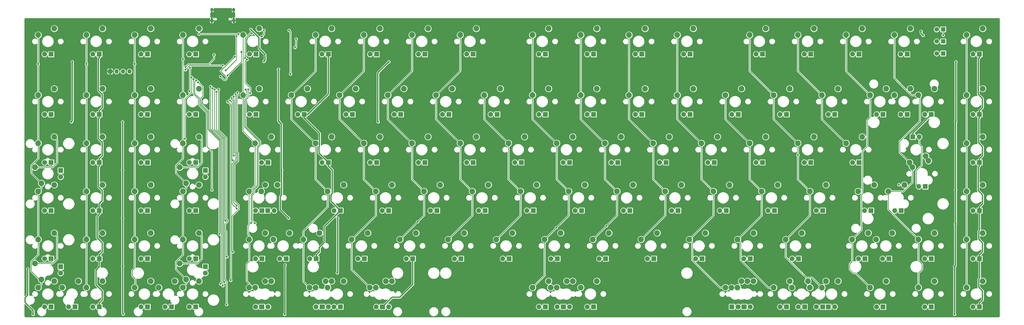
<source format=gbr>
G04 #@! TF.GenerationSoftware,KiCad,Pcbnew,(5.1.4)-1*
G04 #@! TF.CreationDate,2020-01-23T15:38:42+08:00*
G04 #@! TF.ProjectId,Mira,4d697261-2e6b-4696-9361-645f70636258,rev?*
G04 #@! TF.SameCoordinates,Original*
G04 #@! TF.FileFunction,Copper,L1,Top*
G04 #@! TF.FilePolarity,Positive*
%FSLAX46Y46*%
G04 Gerber Fmt 4.6, Leading zero omitted, Abs format (unit mm)*
G04 Created by KiCad (PCBNEW (5.1.4)-1) date 2020-01-23 15:38:42*
%MOMM*%
%LPD*%
G04 APERTURE LIST*
%ADD10C,1.800000*%
%ADD11R,1.800000X1.800000*%
%ADD12R,1.905000X1.905000*%
%ADD13C,1.905000*%
%ADD14C,2.250000*%
%ADD15O,1.700000X1.700000*%
%ADD16R,1.700000X1.700000*%
%ADD17O,1.000000X1.600000*%
%ADD18O,1.000000X2.100000*%
%ADD19C,0.800000*%
%ADD20C,0.250000*%
%ADD21C,0.500000*%
%ADD22C,0.254000*%
G04 APERTURE END LIST*
D10*
X351075625Y-4762500D03*
D11*
X353615625Y-4762500D03*
D10*
X351075625Y0D03*
D11*
X353615625Y0D03*
D10*
X351075625Y4762500D03*
D11*
X353615625Y4762500D03*
D12*
X270192500Y-105092500D03*
D13*
X272732500Y-105092500D03*
D14*
X267652500Y-97472500D03*
X274002500Y-94932500D03*
D12*
X308292500Y-105092500D03*
D13*
X310832500Y-105092500D03*
D14*
X305752500Y-97472500D03*
X312102500Y-94932500D03*
D12*
X291782500Y-105092500D03*
D13*
X289242500Y-105092500D03*
D14*
X286702500Y-97472500D03*
X293052500Y-94932500D03*
D12*
X332263750Y-86042500D03*
D13*
X329723750Y-86042500D03*
D14*
X327183750Y-78422500D03*
X333533750Y-75882500D03*
D12*
X84613750Y-86042500D03*
D13*
X82073750Y-86042500D03*
D14*
X79533750Y-78422500D03*
X85883750Y-75882500D03*
X350202500Y-75882500D03*
X343852500Y-78422500D03*
D13*
X346392500Y-86042500D03*
D12*
X348932500Y-86042500D03*
D14*
X324008750Y-75882500D03*
X317658750Y-78422500D03*
D13*
X320198750Y-86042500D03*
D12*
X322738750Y-86042500D03*
D14*
X83502500Y5080000D03*
X77152500Y2540000D03*
D13*
X79692500Y-5080000D03*
D12*
X82232500Y-5080000D03*
D15*
X32226250Y-11906250D03*
X29686250Y-11906250D03*
X27146250Y-11906250D03*
D16*
X24606250Y-11906250D03*
D14*
X278765000Y-94932500D03*
X272415000Y-97472500D03*
D13*
X277495000Y-105092500D03*
D12*
X274955000Y-105092500D03*
D14*
X88265000Y-94932500D03*
X81915000Y-97472500D03*
D13*
X86995000Y-105092500D03*
D12*
X84455000Y-105092500D03*
D14*
X90646250Y-56832500D03*
X84296250Y-59372500D03*
D13*
X89376250Y-66992500D03*
D12*
X86836250Y-66992500D03*
D14*
X350202500Y-18732500D03*
X343852500Y-21272500D03*
D13*
X346392500Y-28892500D03*
D12*
X348932500Y-28892500D03*
D14*
X207327500Y-94932500D03*
X200977500Y-97472500D03*
D13*
X206057500Y-105092500D03*
D12*
X203517500Y-105092500D03*
D14*
X112077500Y-94932500D03*
X105727500Y-97472500D03*
D13*
X110807500Y-105092500D03*
D12*
X108267500Y-105092500D03*
D14*
X135890000Y-94932500D03*
X129540000Y-97472500D03*
D13*
X134620000Y-105092500D03*
D12*
X132080000Y-105092500D03*
D14*
X204946250Y-94932500D03*
X198596250Y-97472500D03*
D13*
X201136250Y-105092500D03*
D12*
X203676250Y-105092500D03*
D14*
X216852500Y-94932500D03*
X210502500Y-97472500D03*
D13*
X213042500Y-105092500D03*
D12*
X215582500Y-105092500D03*
D14*
X197802500Y-94932500D03*
X191452500Y-97472500D03*
D13*
X193992500Y-105092500D03*
D12*
X196532500Y-105092500D03*
D14*
X50165000Y-94932500D03*
X43815000Y-97472500D03*
D13*
X46355000Y-105092500D03*
D12*
X48895000Y-105092500D03*
D14*
X12065000Y-94932500D03*
X5715000Y-97472500D03*
D13*
X8255000Y-105092500D03*
D12*
X10795000Y-105092500D03*
D17*
X73376250Y12481250D03*
X64736250Y12481250D03*
D18*
X73376250Y8301250D03*
X64736250Y8301250D03*
D14*
X326390000Y-56832500D03*
X320040000Y-59372500D03*
D13*
X322580000Y-66992500D03*
D12*
X325120000Y-66992500D03*
D14*
X369252500Y-94932500D03*
X362902500Y-97472500D03*
D13*
X365442500Y-105092500D03*
D12*
X367982500Y-105092500D03*
D14*
X350202500Y-94932500D03*
X343852500Y-97472500D03*
D13*
X346392500Y-105092500D03*
D12*
X348932500Y-105092500D03*
D14*
X331152500Y-94932500D03*
X324802500Y-97472500D03*
D13*
X327342500Y-105092500D03*
D12*
X329882500Y-105092500D03*
D14*
X300196250Y-94932500D03*
X293846250Y-97472500D03*
D13*
X296386250Y-105092500D03*
D12*
X298926250Y-105092500D03*
D14*
X276383750Y-94932500D03*
X270033750Y-97472500D03*
D13*
X272573750Y-105092500D03*
D12*
X275113750Y-105092500D03*
D14*
X133508750Y-94932500D03*
X127158750Y-97472500D03*
D13*
X129698750Y-105092500D03*
D12*
X132238750Y-105092500D03*
D14*
X109696250Y-94932500D03*
X103346250Y-97472500D03*
D13*
X105886250Y-105092500D03*
D12*
X108426250Y-105092500D03*
D14*
X85883750Y-94932500D03*
X79533750Y-97472500D03*
D13*
X82073750Y-105092500D03*
D12*
X84613750Y-105092500D03*
D14*
X59690000Y-94932500D03*
X53340000Y-97472500D03*
D13*
X55880000Y-105092500D03*
D12*
X58420000Y-105092500D03*
D14*
X40640000Y-94932500D03*
X34290000Y-97472500D03*
D13*
X36830000Y-105092500D03*
D12*
X39370000Y-105092500D03*
D14*
X21590000Y-94932500D03*
X15240000Y-97472500D03*
D13*
X17780000Y-105092500D03*
D12*
X20320000Y-105092500D03*
D14*
X2540000Y-94932500D03*
X-3810000Y-97472500D03*
D13*
X-1270000Y-105092500D03*
D12*
X1270000Y-105092500D03*
D14*
X307340000Y-94932500D03*
X300990000Y-97472500D03*
D13*
X303530000Y-105092500D03*
D12*
X306070000Y-105092500D03*
D14*
X116840000Y-94932500D03*
X110490000Y-97472500D03*
D13*
X113030000Y-105092500D03*
D12*
X115570000Y-105092500D03*
D14*
X369252500Y-75882500D03*
X362902500Y-78422500D03*
D13*
X365442500Y-86042500D03*
D12*
X367982500Y-86042500D03*
D14*
X297815000Y-75882500D03*
X291465000Y-78422500D03*
D13*
X294005000Y-86042500D03*
D12*
X296545000Y-86042500D03*
D14*
X278765000Y-75882500D03*
X272415000Y-78422500D03*
D13*
X274955000Y-86042500D03*
D12*
X277495000Y-86042500D03*
D14*
X259715000Y-75882500D03*
X253365000Y-78422500D03*
D13*
X255905000Y-86042500D03*
D12*
X258445000Y-86042500D03*
D14*
X240665000Y-75882500D03*
X234315000Y-78422500D03*
D13*
X236855000Y-86042500D03*
D12*
X239395000Y-86042500D03*
D14*
X221615000Y-75882500D03*
X215265000Y-78422500D03*
D13*
X217805000Y-86042500D03*
D12*
X220345000Y-86042500D03*
D14*
X202565000Y-75882500D03*
X196215000Y-78422500D03*
D13*
X198755000Y-86042500D03*
D12*
X201295000Y-86042500D03*
D14*
X183515000Y-75882500D03*
X177165000Y-78422500D03*
D13*
X179705000Y-86042500D03*
D12*
X182245000Y-86042500D03*
D14*
X164465000Y-75882500D03*
X158115000Y-78422500D03*
D13*
X160655000Y-86042500D03*
D12*
X163195000Y-86042500D03*
D14*
X145415000Y-75882500D03*
X139065000Y-78422500D03*
D13*
X141605000Y-86042500D03*
D12*
X144145000Y-86042500D03*
D14*
X126365000Y-75882500D03*
X120015000Y-78422500D03*
D13*
X122555000Y-86042500D03*
D12*
X125095000Y-86042500D03*
D14*
X107315000Y-75882500D03*
X100965000Y-78422500D03*
D13*
X103505000Y-86042500D03*
D12*
X106045000Y-86042500D03*
D14*
X95408750Y-75882500D03*
X89058750Y-78422500D03*
D13*
X91598750Y-86042500D03*
D12*
X94138750Y-86042500D03*
D14*
X59690000Y-75882500D03*
X53340000Y-78422500D03*
D13*
X55880000Y-86042500D03*
D12*
X58420000Y-86042500D03*
D14*
X40640000Y-75882500D03*
X34290000Y-78422500D03*
D13*
X36830000Y-86042500D03*
D12*
X39370000Y-86042500D03*
D14*
X21590000Y-75882500D03*
X15240000Y-78422500D03*
D13*
X17780000Y-86042500D03*
D12*
X20320000Y-86042500D03*
D14*
X2540000Y-75882500D03*
X-3810000Y-78422500D03*
D13*
X-1270000Y-86042500D03*
D12*
X1270000Y-86042500D03*
D14*
X52070000Y-87947500D03*
X54610000Y-94297500D03*
D13*
X62230000Y-91757500D03*
D12*
X62230000Y-89217500D03*
D14*
X-5080000Y-87947500D03*
X-2540000Y-94297500D03*
D13*
X5080000Y-91757500D03*
D12*
X5080000Y-89217500D03*
D14*
X369252500Y-56832500D03*
X362902500Y-59372500D03*
D13*
X365442500Y-66992500D03*
D12*
X367982500Y-66992500D03*
D14*
X338296250Y-56832500D03*
X331946250Y-59372500D03*
D13*
X334486250Y-66992500D03*
D12*
X337026250Y-66992500D03*
D14*
X307340000Y-56832500D03*
X300990000Y-59372500D03*
D13*
X303530000Y-66992500D03*
D12*
X306070000Y-66992500D03*
D14*
X288290000Y-56832500D03*
X281940000Y-59372500D03*
D13*
X284480000Y-66992500D03*
D12*
X287020000Y-66992500D03*
D14*
X269240000Y-56832500D03*
X262890000Y-59372500D03*
D13*
X265430000Y-66992500D03*
D12*
X267970000Y-66992500D03*
D14*
X250190000Y-56832500D03*
X243840000Y-59372500D03*
D13*
X246380000Y-66992500D03*
D12*
X248920000Y-66992500D03*
D14*
X231140000Y-56832500D03*
X224790000Y-59372500D03*
D13*
X227330000Y-66992500D03*
D12*
X229870000Y-66992500D03*
D14*
X212090000Y-56832500D03*
X205740000Y-59372500D03*
D13*
X208280000Y-66992500D03*
D12*
X210820000Y-66992500D03*
D14*
X193040000Y-56832500D03*
X186690000Y-59372500D03*
D13*
X189230000Y-66992500D03*
D12*
X191770000Y-66992500D03*
D14*
X173990000Y-56832500D03*
X167640000Y-59372500D03*
D13*
X170180000Y-66992500D03*
D12*
X172720000Y-66992500D03*
D14*
X154940000Y-56832500D03*
X148590000Y-59372500D03*
D13*
X151130000Y-66992500D03*
D12*
X153670000Y-66992500D03*
D14*
X135890000Y-56832500D03*
X129540000Y-59372500D03*
D13*
X132080000Y-66992500D03*
D12*
X134620000Y-66992500D03*
D14*
X116840000Y-56832500D03*
X110490000Y-59372500D03*
D13*
X113030000Y-66992500D03*
D12*
X115570000Y-66992500D03*
D14*
X59690000Y-56832500D03*
X53340000Y-59372500D03*
D13*
X55880000Y-66992500D03*
D12*
X58420000Y-66992500D03*
D14*
X40640000Y-56832500D03*
X34290000Y-59372500D03*
D13*
X36830000Y-66992500D03*
D12*
X39370000Y-66992500D03*
D14*
X21590000Y-56832500D03*
X15240000Y-59372500D03*
D13*
X17780000Y-66992500D03*
D12*
X20320000Y-66992500D03*
D14*
X2540000Y-56832500D03*
X-3810000Y-59372500D03*
D13*
X-1270000Y-66992500D03*
D12*
X1270000Y-66992500D03*
D14*
X85883750Y-56832500D03*
X79533750Y-59372500D03*
D13*
X82073750Y-66992500D03*
D12*
X84613750Y-66992500D03*
D14*
X369252500Y-37782500D03*
X362902500Y-40322500D03*
D13*
X365442500Y-47942500D03*
D12*
X367982500Y-47942500D03*
D14*
X340360000Y-47942500D03*
X346710000Y-45402500D03*
D13*
X344170000Y-37782500D03*
D12*
X341630000Y-37782500D03*
D14*
X321627500Y-37782500D03*
X315277500Y-40322500D03*
D13*
X317817500Y-47942500D03*
D12*
X320357500Y-47942500D03*
D14*
X302577500Y-37782500D03*
X296227500Y-40322500D03*
D13*
X298767500Y-47942500D03*
D12*
X301307500Y-47942500D03*
D14*
X283527500Y-37782500D03*
X277177500Y-40322500D03*
D13*
X279717500Y-47942500D03*
D12*
X282257500Y-47942500D03*
D14*
X264477500Y-37782500D03*
X258127500Y-40322500D03*
D13*
X260667500Y-47942500D03*
D12*
X263207500Y-47942500D03*
D14*
X245427500Y-37782500D03*
X239077500Y-40322500D03*
D13*
X241617500Y-47942500D03*
D12*
X244157500Y-47942500D03*
D14*
X226377500Y-37782500D03*
X220027500Y-40322500D03*
D13*
X222567500Y-47942500D03*
D12*
X225107500Y-47942500D03*
D14*
X207327500Y-37782500D03*
X200977500Y-40322500D03*
D13*
X203517500Y-47942500D03*
D12*
X206057500Y-47942500D03*
D14*
X188277500Y-37782500D03*
X181927500Y-40322500D03*
D13*
X184467500Y-47942500D03*
D12*
X187007500Y-47942500D03*
D14*
X169227500Y-37782500D03*
X162877500Y-40322500D03*
D13*
X165417500Y-47942500D03*
D12*
X167957500Y-47942500D03*
D14*
X150177500Y-37782500D03*
X143827500Y-40322500D03*
D13*
X146367500Y-47942500D03*
D12*
X148907500Y-47942500D03*
D14*
X131127500Y-37782500D03*
X124777500Y-40322500D03*
D13*
X127317500Y-47942500D03*
D12*
X129857500Y-47942500D03*
D14*
X112077500Y-37782500D03*
X105727500Y-40322500D03*
D13*
X108267500Y-47942500D03*
D12*
X110807500Y-47942500D03*
D14*
X88265000Y-37782500D03*
X81915000Y-40322500D03*
D13*
X84455000Y-47942500D03*
D12*
X86995000Y-47942500D03*
D14*
X59690000Y-37782500D03*
X53340000Y-40322500D03*
D13*
X55880000Y-47942500D03*
D12*
X58420000Y-47942500D03*
D14*
X40640000Y-37782500D03*
X34290000Y-40322500D03*
D13*
X36830000Y-47942500D03*
D12*
X39370000Y-47942500D03*
D14*
X21590000Y-37782500D03*
X15240000Y-40322500D03*
D13*
X17780000Y-47942500D03*
D12*
X20320000Y-47942500D03*
D14*
X2540000Y-37782500D03*
X-3810000Y-40322500D03*
D13*
X-1270000Y-47942500D03*
D12*
X1270000Y-47942500D03*
D14*
X347821250Y-47307500D03*
X341471250Y-49847500D03*
D13*
X344011250Y-57467500D03*
D12*
X346551250Y-57467500D03*
D14*
X52070000Y-49847500D03*
X54610000Y-56197500D03*
D13*
X62230000Y-53657500D03*
D12*
X62230000Y-51117500D03*
D14*
X-5080000Y-49847500D03*
X-2540000Y-56197500D03*
D13*
X5080000Y-53657500D03*
D12*
X5080000Y-51117500D03*
D14*
X369252500Y-18732500D03*
X362902500Y-21272500D03*
D13*
X365442500Y-28892500D03*
D12*
X367982500Y-28892500D03*
D14*
X331152500Y-18732500D03*
X324802500Y-21272500D03*
D13*
X327342500Y-28892500D03*
D12*
X329882500Y-28892500D03*
D14*
X312102500Y-18732500D03*
X305752500Y-21272500D03*
D13*
X308292500Y-28892500D03*
D12*
X310832500Y-28892500D03*
D14*
X293052500Y-18732500D03*
X286702500Y-21272500D03*
D13*
X289242500Y-28892500D03*
D12*
X291782500Y-28892500D03*
D14*
X274002500Y-18732500D03*
X267652500Y-21272500D03*
D13*
X270192500Y-28892500D03*
D12*
X272732500Y-28892500D03*
D14*
X254952500Y-18732500D03*
X248602500Y-21272500D03*
D13*
X251142500Y-28892500D03*
D12*
X253682500Y-28892500D03*
D14*
X235902500Y-18732500D03*
X229552500Y-21272500D03*
D13*
X232092500Y-28892500D03*
D12*
X234632500Y-28892500D03*
D14*
X216852500Y-18732500D03*
X210502500Y-21272500D03*
D13*
X213042500Y-28892500D03*
D12*
X215582500Y-28892500D03*
D14*
X197802500Y-18732500D03*
X191452500Y-21272500D03*
D13*
X193992500Y-28892500D03*
D12*
X196532500Y-28892500D03*
D14*
X178752500Y-18732500D03*
X172402500Y-21272500D03*
D13*
X174942500Y-28892500D03*
D12*
X177482500Y-28892500D03*
D14*
X159702500Y-18732500D03*
X153352500Y-21272500D03*
D13*
X155892500Y-28892500D03*
D12*
X158432500Y-28892500D03*
D14*
X140652500Y-18732500D03*
X134302500Y-21272500D03*
D13*
X136842500Y-28892500D03*
D12*
X139382500Y-28892500D03*
D14*
X121602500Y-18732500D03*
X115252500Y-21272500D03*
D13*
X117792500Y-28892500D03*
D12*
X120332500Y-28892500D03*
D14*
X102552500Y-18732500D03*
X96202500Y-21272500D03*
D13*
X98742500Y-28892500D03*
D12*
X101282500Y-28892500D03*
D14*
X83502500Y-18732500D03*
X77152500Y-21272500D03*
D13*
X79692500Y-28892500D03*
D12*
X82232500Y-28892500D03*
D14*
X59690000Y-18732500D03*
X53340000Y-21272500D03*
D13*
X55880000Y-28892500D03*
D12*
X58420000Y-28892500D03*
D14*
X40640000Y-18732500D03*
X34290000Y-21272500D03*
D13*
X36830000Y-28892500D03*
D12*
X39370000Y-28892500D03*
D14*
X21590000Y-18732500D03*
X15240000Y-21272500D03*
D13*
X17780000Y-28892500D03*
D12*
X20320000Y-28892500D03*
D14*
X2540000Y-18732500D03*
X-3810000Y-21272500D03*
D13*
X-1270000Y-28892500D03*
D12*
X1270000Y-28892500D03*
D14*
X340677500Y-18732500D03*
X334327500Y-21272500D03*
D13*
X336867500Y-28892500D03*
D12*
X339407500Y-28892500D03*
D14*
X369252500Y5080000D03*
X362902500Y2540000D03*
D13*
X365442500Y-5080000D03*
D12*
X367982500Y-5080000D03*
D14*
X340677500Y5080000D03*
X334327500Y2540000D03*
D13*
X336867500Y-5080000D03*
D12*
X339407500Y-5080000D03*
D14*
X321627500Y5080000D03*
X315277500Y2540000D03*
D13*
X317817500Y-5080000D03*
D12*
X320357500Y-5080000D03*
D14*
X302577500Y5080000D03*
X296227500Y2540000D03*
D13*
X298767500Y-5080000D03*
D12*
X301307500Y-5080000D03*
D14*
X283527500Y5080000D03*
X277177500Y2540000D03*
D13*
X279717500Y-5080000D03*
D12*
X282257500Y-5080000D03*
D14*
X254952500Y5080000D03*
X248602500Y2540000D03*
D13*
X251142500Y-5080000D03*
D12*
X253682500Y-5080000D03*
D14*
X235902500Y5080000D03*
X229552500Y2540000D03*
D13*
X232092500Y-5080000D03*
D12*
X234632500Y-5080000D03*
D14*
X216852500Y5080000D03*
X210502500Y2540000D03*
D13*
X213042500Y-5080000D03*
D12*
X215582500Y-5080000D03*
D14*
X197802500Y5080000D03*
X191452500Y2540000D03*
D13*
X193992500Y-5080000D03*
D12*
X196532500Y-5080000D03*
D14*
X169227500Y5080000D03*
X162877500Y2540000D03*
D13*
X165417500Y-5080000D03*
D12*
X167957500Y-5080000D03*
D14*
X150177500Y5080000D03*
X143827500Y2540000D03*
D13*
X146367500Y-5080000D03*
D12*
X148907500Y-5080000D03*
D14*
X131127500Y5080000D03*
X124777500Y2540000D03*
D13*
X127317500Y-5080000D03*
D12*
X129857500Y-5080000D03*
D14*
X112077500Y5080000D03*
X105727500Y2540000D03*
D13*
X108267500Y-5080000D03*
D12*
X110807500Y-5080000D03*
D14*
X59690000Y5080000D03*
X53340000Y2540000D03*
D13*
X55880000Y-5080000D03*
D12*
X58420000Y-5080000D03*
D14*
X40640000Y5080000D03*
X34290000Y2540000D03*
D13*
X36830000Y-5080000D03*
D12*
X39370000Y-5080000D03*
D14*
X21590000Y5080000D03*
X15240000Y2540000D03*
D13*
X17780000Y-5080000D03*
D12*
X20320000Y-5080000D03*
D14*
X2540000Y5080000D03*
X-3810000Y2540000D03*
D13*
X-1270000Y-5080000D03*
D12*
X1270000Y-5080000D03*
D19*
X333375000Y-52387500D03*
X27384375Y-99615625D03*
X27781250Y-92075000D03*
X-3571875Y-102790625D03*
X26193750Y-105965625D03*
X12303125Y-54768750D03*
X-3571875Y-52387500D03*
X330993750Y-32146875D03*
X328612500Y-69453125D03*
X336153125Y-56753125D03*
X101600000Y-3571875D03*
X90884375Y-2381250D03*
X69056250Y-6084375D03*
X113506250Y-17859375D03*
X-8334375Y8334375D03*
X375046875Y8334375D03*
X375046875Y-108346875D03*
X65881250Y-11906250D03*
X62309375Y-11509375D03*
X69858537Y-14504559D03*
X58340625Y-33734375D03*
X54371875Y-15875000D03*
X69056250Y-21828125D03*
X76200000Y-9921875D03*
X76200000Y-12700000D03*
X75406250Y5159375D03*
X12303125Y-63896875D03*
X119062500Y-74215625D03*
X111918750Y-81359375D03*
X97631250Y-73818750D03*
X123825000Y-62309375D03*
X156765625Y-101203125D03*
X97631250Y-100806250D03*
X244871875Y-100012500D03*
X347662500Y-64293750D03*
X329803125Y-65484375D03*
X272256250Y-63896875D03*
X287337500Y-100012500D03*
X289321875Y-46831250D03*
X271462500Y-46831250D03*
X252412500Y-46831250D03*
X233362500Y-46831250D03*
X214312500Y-46831250D03*
X195262500Y-46831250D03*
X176212500Y-46831250D03*
X157162500Y-46831250D03*
X138112500Y-46831250D03*
X119062500Y-46831250D03*
X100012500Y-46831250D03*
X78581250Y-46831250D03*
X98028125Y-105568750D03*
X70246875Y-106759375D03*
X61912500Y-87312500D03*
X147637500Y-106362500D03*
X134540625Y-107156250D03*
X157162500Y-84931250D03*
X111521875Y-88900000D03*
X171450000Y-84931250D03*
X190500000Y-84931250D03*
X171450000Y-75009375D03*
X152400000Y-74612500D03*
X115887500Y-97234375D03*
X105965625Y-94853125D03*
X98028125Y-94853125D03*
X76993750Y-103981250D03*
X1984375Y-107156250D03*
X123825000Y-65881250D03*
X142875000Y-65881250D03*
X161925000Y-65881250D03*
X180975000Y-65881250D03*
X200025000Y-65881250D03*
X219075000Y-65881250D03*
X238125000Y-65881250D03*
X257175000Y-65881250D03*
X119062500Y3175000D03*
X138112500Y3175000D03*
X157162500Y3175000D03*
X176212500Y3175000D03*
X204787500Y3175000D03*
X223837500Y3175000D03*
X242887500Y3175000D03*
X261937500Y3175000D03*
X290512500Y3175000D03*
X309562500Y3175000D03*
X328612500Y3175000D03*
X109537500Y-52387500D03*
X107950000Y-73421875D03*
X239712500Y-106759375D03*
X250825000Y-71437500D03*
X247650000Y-87312500D03*
X110331250Y-84931250D03*
X100012500Y-97631250D03*
X122237500Y-98821875D03*
X75406250Y-94059375D03*
X129381250Y-84931250D03*
X101996875Y-88106250D03*
X154384375Y-82550000D03*
X93662500Y-20637500D03*
X112712500Y-20637500D03*
X132159375Y-20637500D03*
X150812500Y-20637500D03*
X157162500Y-20637500D03*
X169068750Y-20637500D03*
X137715625Y-20637500D03*
X119062500Y-20637500D03*
X100012500Y-20637500D03*
X109537500Y3175000D03*
X128587500Y3175000D03*
X148034375Y3175000D03*
X167084375Y3175000D03*
X195262500Y3175000D03*
X214312500Y3175000D03*
X233362500Y3175000D03*
X252412500Y3175000D03*
X280987500Y3175000D03*
X300037500Y3175000D03*
X318690625Y3175000D03*
X336550000Y-75803125D03*
X296862500Y-95250000D03*
X289321875Y-95250000D03*
X209550000Y-84931250D03*
X97234375Y-84931250D03*
X96440625Y-87312500D03*
X265906250Y-91678125D03*
X302815625Y-96440625D03*
X344884375Y5159375D03*
X328612500Y5556250D03*
X309562500Y5556250D03*
X290512500Y5556250D03*
X290512500Y-1190625D03*
X242887500Y5556250D03*
X242887500Y-1190625D03*
X223837500Y5556250D03*
X223837500Y-1587500D03*
X204787500Y5556250D03*
X204787500Y-1190625D03*
X185737500Y-1190625D03*
X185737500Y5556250D03*
X157162500Y-793750D03*
X157162500Y5556250D03*
X138112500Y5556250D03*
X138112500Y-1190625D03*
X119062500Y-1587500D03*
X119062500Y5556250D03*
X271462500Y-396875D03*
X271462500Y5953125D03*
X309562500Y-1190625D03*
X328612500Y-793750D03*
X356790625Y-4365625D03*
X349646875Y2381250D03*
X95250000Y4365625D03*
X95853125Y-12906250D03*
X9668750Y-8081250D03*
X9271875Y-31893750D03*
X91077461Y-11043750D03*
X91425000Y-31893750D03*
X358631250Y-8081250D03*
X358521875Y-31893750D03*
X29512500Y-31893750D03*
X29512500Y-50943750D03*
X29512500Y-69993750D03*
X29512500Y-89043750D03*
X-7937500Y-90090625D03*
X-5809375Y-108093750D03*
X29765625Y-107950000D03*
X92328125Y-50943750D03*
X95106250Y-69993750D03*
X114443750Y-69993750D03*
X114316724Y-91661401D03*
X93518750Y-108093750D03*
X358510626Y-58870001D03*
X358450000Y-72303125D03*
X358125000Y-89043750D03*
X358125000Y-108093750D03*
X134684375Y-8081250D03*
X130428125Y-31893750D03*
X80168750Y4715001D03*
X85328125Y-7937500D03*
X93678112Y-88487513D03*
X344884375Y3968750D03*
X345678125Y2387500D03*
X71040625Y-13493750D03*
X98028125Y981260D03*
X97631250Y-2381250D03*
X76427500Y-4196250D03*
X59720883Y2903115D03*
X75369613Y2903115D03*
X74546256Y2178115D03*
X70246875Y-11509375D03*
X73818750Y-6084375D03*
X68240899Y-13912226D03*
X69056250Y-9525000D03*
X54371875Y-11181250D03*
X54359224Y-10168596D03*
X65624050Y-5299050D03*
X15240000Y-8969375D03*
X34290000Y-8969375D03*
X53340000Y-6985000D03*
X-3810000Y-8969375D03*
X56109528Y-10468903D03*
X55980626Y-19822499D03*
X56834528Y-14287500D03*
X54078624Y-38600499D03*
X57559528Y-15070318D03*
X64753125Y-58800000D03*
X58559432Y-15462510D03*
X67835026Y-76230599D03*
X59371951Y-16187510D03*
X68241249Y-96022499D03*
X64302426Y-17878998D03*
X69130990Y-96747499D03*
X65027426Y-18575922D03*
X69781250Y-95297499D03*
X65901701Y-19061355D03*
X70643750Y-104173499D03*
X146050000Y-71437500D03*
X66626701Y-19962487D03*
X70248940Y-71040625D03*
X67400000Y-19050000D03*
X70681270Y-85328125D03*
X78633483Y-7188978D03*
X79907592Y-20547499D03*
X79182592Y-19037765D03*
X81756250Y-72018760D03*
X200818750Y-73818750D03*
X78184375Y-19097499D03*
X80258750Y-71962606D03*
X220662500Y-73025000D03*
X74923350Y-20330343D03*
X73031290Y-83339989D03*
X77877500Y-6534385D03*
X80536147Y3145522D03*
X71040625Y-23881250D03*
X72231250Y-94572499D03*
X71893903Y-23359790D03*
X73031290Y-47092500D03*
X72618903Y-22450321D03*
X296227500Y-45005625D03*
X73481300Y-45243750D03*
X73412204Y-21841489D03*
X74612500Y-66142500D03*
X74137204Y-20948387D03*
X74612500Y-65117195D03*
X353615625Y2387500D03*
X84534375Y1937490D03*
X85328125Y4365625D03*
D20*
X65881250Y-11906250D02*
X62706250Y-11906250D01*
X62706250Y-11906250D02*
X62309375Y-11509375D01*
X67260228Y-11906250D02*
X65881250Y-11906250D01*
X69858537Y-14504559D02*
X67260228Y-11906250D01*
X76200000Y-9921875D02*
X76200000Y-12700000D01*
X75406250Y5721250D02*
X75406250Y5159375D01*
X73376250Y8301250D02*
X73376250Y7751250D01*
X73376250Y7751250D02*
X75406250Y5721250D01*
X95853125Y3762500D02*
X95853125Y-12906250D01*
X95250000Y4365625D02*
X95853125Y3762500D01*
D21*
X9668750Y-31496875D02*
X9271875Y-31893750D01*
X9668750Y-8081250D02*
X9668750Y-31496875D01*
X91077461Y-31546211D02*
X91425000Y-31893750D01*
X91077461Y-11043750D02*
X91077461Y-31546211D01*
X358631250Y-31784375D02*
X358521875Y-31893750D01*
X358631250Y-8081250D02*
X358631250Y-31784375D01*
X29512500Y-31893750D02*
X29512500Y-50943750D01*
X29512500Y-50943750D02*
X29512500Y-69993750D01*
X29512500Y-69993750D02*
X29512500Y-89043750D01*
X-7937500Y-90090625D02*
X-7937500Y-100409375D01*
X-8959001Y-101477979D02*
X-8959001Y-103373021D01*
X-7937500Y-100409375D02*
X-7937500Y-100456478D01*
X-7937500Y-100456478D02*
X-8959001Y-101477979D01*
X-8959001Y-103373021D02*
X-8342573Y-103989448D01*
X-5809375Y-106522646D02*
X-8342573Y-103989448D01*
X-5809375Y-108093750D02*
X-5809375Y-106522646D01*
X-8342573Y-103989448D02*
X-7953897Y-104378125D01*
X29512500Y-107696875D02*
X29765625Y-107950000D01*
X29512500Y-89043750D02*
X29512500Y-107696875D01*
X92218750Y-50834375D02*
X92328125Y-50943750D01*
X92218750Y-32687500D02*
X92218750Y-50834375D01*
X91425000Y-31893750D02*
X92218750Y-32687500D01*
X92328125Y-50943750D02*
X92328125Y-60809623D01*
X92328125Y-60809623D02*
X91861249Y-61276499D01*
X91861249Y-61276499D02*
X91861249Y-66748749D01*
X91861249Y-66748749D02*
X95106250Y-69993750D01*
X114443750Y-91534375D02*
X114316724Y-91661401D01*
X114443750Y-69993750D02*
X114443750Y-91534375D01*
X93645776Y-107966724D02*
X93518750Y-108093750D01*
X358521875Y-58858752D02*
X358510626Y-58870001D01*
X358521875Y-31893750D02*
X358521875Y-58858752D01*
X358510626Y-72242499D02*
X358450000Y-72303125D01*
X358510626Y-58870001D02*
X358510626Y-72242499D01*
X358450000Y-88718750D02*
X358125000Y-89043750D01*
X358450000Y-72303125D02*
X358450000Y-88718750D01*
X358125000Y-89043750D02*
X358125000Y-108093750D01*
X130318750Y-31784375D02*
X130428125Y-31893750D01*
X130318750Y-12446875D02*
X130318750Y-31784375D01*
X134684375Y-8081250D02*
X130318750Y-12446875D01*
X93645776Y-92852026D02*
X93645776Y-107966724D01*
X93645776Y-92852026D02*
X93645776Y-88519849D01*
X93645776Y-88519849D02*
X93678112Y-88487513D01*
X85781251Y-7484374D02*
X85328125Y-7937500D01*
X85781251Y-5148249D02*
X85781251Y-7484374D01*
X83406401Y-2773399D02*
X85781251Y-5148249D01*
X83406401Y1477350D02*
X83406401Y-2773399D01*
X80168750Y4715001D02*
X83406401Y1477350D01*
X344884375Y3968750D02*
X344884375Y3181250D01*
X344884375Y3181250D02*
X345678125Y2387500D01*
D20*
X71040625Y-13493750D02*
X76427500Y-8106875D01*
X98028125Y981260D02*
X98028125Y-1984375D01*
X98028125Y-1984375D02*
X97631250Y-2381250D01*
X76427500Y-6519375D02*
X76427500Y-4196250D01*
X76427500Y-8106875D02*
X76427500Y-6519375D01*
X59720883Y2903115D02*
X75369613Y2903115D01*
X3664999Y-38907499D02*
X2540000Y-37782500D01*
X3664999Y-48037503D02*
X3664999Y-38907499D01*
X1855002Y-49847500D02*
X3664999Y-48037503D01*
X-5080000Y-49847500D02*
X1855002Y-49847500D01*
X60814999Y-38907499D02*
X59690000Y-37782500D01*
X60814999Y-48037503D02*
X60814999Y-38907499D01*
X59005002Y-49847500D02*
X60814999Y-48037503D01*
X52070000Y-49847500D02*
X59005002Y-49847500D01*
X347024010Y-47307500D02*
X347821250Y-47307500D01*
X346710000Y-46993490D02*
X347024010Y-47307500D01*
X346710000Y-45402500D02*
X346710000Y-46993490D01*
X3664999Y-77007499D02*
X2540000Y-75882500D01*
X3664999Y-86137503D02*
X3664999Y-77007499D01*
X1855002Y-87947500D02*
X3664999Y-86137503D01*
X-5080000Y-87947500D02*
X1855002Y-87947500D01*
X60814999Y-77007499D02*
X59690000Y-75882500D01*
X60814999Y-86137503D02*
X60814999Y-77007499D01*
X59005002Y-87947500D02*
X60814999Y-86137503D01*
X52070000Y-87947500D02*
X59005002Y-87947500D01*
D21*
X348932500Y-29027500D02*
X348932500Y-28892500D01*
X341630000Y-36330000D02*
X348932500Y-29027500D01*
X341630000Y-37782500D02*
X341630000Y-36330000D01*
X367982500Y-46490000D02*
X367982500Y-47942500D01*
X369156401Y-45316099D02*
X367982500Y-46490000D01*
X369156401Y-41689427D02*
X369156401Y-45316099D01*
X367677499Y-40210525D02*
X369156401Y-41689427D01*
X367677499Y-30650001D02*
X367677499Y-40210525D01*
X367982500Y-30345000D02*
X367677499Y-30650001D01*
X367982500Y-28892500D02*
X367982500Y-30345000D01*
X20320000Y-84590000D02*
X20320000Y-86042500D01*
X21493901Y-83416099D02*
X20320000Y-84590000D01*
X21493901Y-79789427D02*
X21493901Y-83416099D01*
X19446875Y-77742401D02*
X21493901Y-79789427D01*
X19446875Y-69318125D02*
X19446875Y-77742401D01*
X20320000Y-68445000D02*
X19446875Y-69318125D01*
X20320000Y-66992500D02*
X20320000Y-68445000D01*
X20320000Y-103640000D02*
X20320000Y-105092500D01*
X21493901Y-102466099D02*
X20320000Y-103640000D01*
X19019099Y-96364625D02*
X21493901Y-98839427D01*
X21493901Y-98839427D02*
X21493901Y-102466099D01*
X19019099Y-90584427D02*
X19019099Y-96364625D01*
X20320000Y-89283526D02*
X19019099Y-90584427D01*
X20320000Y-86042500D02*
X20320000Y-89283526D01*
X20320000Y-49395000D02*
X20320000Y-47942500D01*
X20014999Y-57588501D02*
X20014999Y-49700001D01*
X21493901Y-59067403D02*
X20014999Y-57588501D01*
X21493901Y-63085573D02*
X21493901Y-59067403D01*
X20320000Y-64259474D02*
X21493901Y-63085573D01*
X20014999Y-49700001D02*
X20320000Y-49395000D01*
X20320000Y-66992500D02*
X20320000Y-64259474D01*
X20014999Y-30650001D02*
X20320000Y-30345000D01*
X20014999Y-38538501D02*
X20014999Y-30650001D01*
X20320000Y-30345000D02*
X20320000Y-28892500D01*
X21493901Y-40017403D02*
X20014999Y-38538501D01*
X21493901Y-45316099D02*
X21493901Y-40017403D01*
X20320000Y-46490000D02*
X21493901Y-45316099D01*
X20320000Y-47942500D02*
X20320000Y-46490000D01*
X20320000Y-6532500D02*
X20320000Y-5080000D01*
X20014999Y-19488501D02*
X20014999Y-6837501D01*
X21493901Y-20967403D02*
X20014999Y-19488501D01*
X21493901Y-26266099D02*
X21493901Y-20967403D01*
X20320000Y-27440000D02*
X21493901Y-26266099D01*
X20014999Y-6837501D02*
X20320000Y-6532500D01*
X20320000Y-28892500D02*
X20320000Y-27440000D01*
X102735000Y-28892500D02*
X101282500Y-28892500D01*
X110807500Y-20820000D02*
X102735000Y-28892500D01*
X110807500Y-5080000D02*
X110807500Y-20820000D01*
X107093599Y-44228599D02*
X110807500Y-47942500D01*
X107093599Y-41689427D02*
X107093599Y-44228599D01*
X107302501Y-41480525D02*
X107093599Y-41689427D01*
X107302501Y-36365001D02*
X107302501Y-41480525D01*
X101282500Y-30345000D02*
X107302501Y-36365001D01*
X101282500Y-28892500D02*
X101282500Y-30345000D01*
X111856099Y-63278599D02*
X115570000Y-66992500D01*
X111856099Y-60739427D02*
X111856099Y-63278599D01*
X112315625Y-60279901D02*
X111856099Y-60739427D01*
X112315625Y-50903125D02*
X112315625Y-60279901D01*
X110807500Y-49395000D02*
X112315625Y-50903125D01*
X110807500Y-47942500D02*
X110807500Y-49395000D01*
X106045000Y-84590000D02*
X106045000Y-86042500D01*
X107218901Y-83416099D02*
X106045000Y-84590000D01*
X107218901Y-81637597D02*
X107218901Y-83416099D01*
X109140625Y-79715873D02*
X107218901Y-81637597D01*
X109140625Y-73421875D02*
X109140625Y-79715873D01*
X115570000Y-66992500D02*
X109140625Y-73421875D01*
X144145000Y-87495000D02*
X144145000Y-86042500D01*
X144145000Y-96258502D02*
X144145000Y-87495000D01*
X139066001Y-101337501D02*
X144145000Y-96258502D01*
X135993749Y-101337501D02*
X139066001Y-101337501D01*
X132238750Y-105092500D02*
X135993749Y-101337501D01*
X367982500Y-27440000D02*
X367982500Y-28892500D01*
X369156401Y-26266099D02*
X367982500Y-27440000D01*
X369156401Y-22639427D02*
X369156401Y-26266099D01*
X367506250Y-20989276D02*
X369156401Y-22639427D01*
X367506250Y-7008750D02*
X367506250Y-20989276D01*
X367982500Y-6532500D02*
X367506250Y-7008750D01*
X367982500Y-5080000D02*
X367982500Y-6532500D01*
X367982500Y-65540000D02*
X367982500Y-66992500D01*
X369156401Y-60739427D02*
X369156401Y-64366099D01*
X367506250Y-59089276D02*
X369156401Y-60739427D01*
X367506250Y-49871250D02*
X367506250Y-59089276D01*
X367982500Y-49395000D02*
X367506250Y-49871250D01*
X369156401Y-64366099D02*
X367982500Y-65540000D01*
X367982500Y-47942500D02*
X367982500Y-49395000D01*
X367982500Y-84590000D02*
X367982500Y-86042500D01*
X369156401Y-83416099D02*
X367982500Y-84590000D01*
X369156401Y-79789427D02*
X369156401Y-83416099D01*
X367677499Y-78310525D02*
X369156401Y-79789427D01*
X367677499Y-75126499D02*
X367677499Y-78310525D01*
X367982500Y-74821498D02*
X367677499Y-75126499D01*
X367982500Y-66992500D02*
X367982500Y-74821498D01*
X367982500Y-103640000D02*
X367982500Y-105092500D01*
X369156401Y-102466099D02*
X367982500Y-103640000D01*
X369156401Y-98839427D02*
X369156401Y-102466099D01*
X367677499Y-94176499D02*
X367677499Y-97360525D01*
X367677499Y-97360525D02*
X369156401Y-98839427D01*
X367982500Y-93871498D02*
X367677499Y-94176499D01*
X367982500Y-86042500D02*
X367982500Y-93871498D01*
D20*
X-3810000Y2540000D02*
X-3810000Y949010D01*
X-3810000Y-21272500D02*
X-3810000Y-40322500D01*
X-3664999Y-55072501D02*
X-2540000Y-56197500D01*
X-6530001Y-52207499D02*
X-3664999Y-55072501D01*
X-6530001Y-49151499D02*
X-6530001Y-52207499D01*
X-3810000Y-46431498D02*
X-6530001Y-49151499D01*
X-3810000Y-40322500D02*
X-3810000Y-46431498D01*
X-2540000Y-58102500D02*
X-3810000Y-59372500D01*
X-2540000Y-56197500D02*
X-2540000Y-58102500D01*
X-3810000Y-60963490D02*
X-3810000Y-78422500D01*
X-3810000Y-59372500D02*
X-3810000Y-60963490D01*
X-3304974Y-94297500D02*
X-2540000Y-94297500D01*
X-6530001Y-91072473D02*
X-3304974Y-94297500D01*
X-6530001Y-87251499D02*
X-6530001Y-91072473D01*
X-3810000Y-78422500D02*
X-3810000Y-84531498D01*
X-3810000Y-84531498D02*
X-6530001Y-87251499D01*
X-2540000Y-96202500D02*
X-3810000Y-97472500D01*
X-2540000Y-94297500D02*
X-2540000Y-96202500D01*
X15240000Y2540000D02*
X15240000Y949010D01*
X15240000Y-21272500D02*
X15240000Y-40322500D01*
X15240000Y-40322500D02*
X15240000Y-59372500D01*
X15240000Y-60963490D02*
X15240000Y-78422500D01*
X15240000Y-59372500D02*
X15240000Y-60963490D01*
X15240000Y-78422500D02*
X15240000Y-97472500D01*
X34290000Y2540000D02*
X34290000Y949010D01*
X34290000Y-21272500D02*
X34290000Y-40322500D01*
X34290000Y-40322500D02*
X34290000Y-59372500D01*
X34290000Y-60963490D02*
X34290000Y-78422500D01*
X34290000Y-59372500D02*
X34290000Y-60963490D01*
X34528125Y-97234375D02*
X34290000Y-97472500D01*
X34528125Y-94030599D02*
X34528125Y-97234375D01*
X33368099Y-92870573D02*
X34528125Y-94030599D01*
X33368099Y-90644427D02*
X33368099Y-92870573D01*
X34290000Y-78422500D02*
X34290000Y-89722526D01*
X34290000Y-89722526D02*
X33368099Y-90644427D01*
X53340000Y-22863490D02*
X53340000Y-40322500D01*
X53340000Y-21272500D02*
X53340000Y-22863490D01*
X53485001Y-55072501D02*
X54610000Y-56197500D01*
X50619999Y-52207499D02*
X53485001Y-55072501D01*
X50619999Y-49151499D02*
X50619999Y-52207499D01*
X53340000Y-46431498D02*
X50619999Y-49151499D01*
X53340000Y-40322500D02*
X53340000Y-46431498D01*
X54610000Y-58102500D02*
X53340000Y-59372500D01*
X54610000Y-56197500D02*
X54610000Y-58102500D01*
X53340000Y-60963490D02*
X53340000Y-78422500D01*
X53340000Y-59372500D02*
X53340000Y-60963490D01*
X53485001Y-93172501D02*
X54610000Y-94297500D01*
X50619999Y-90307499D02*
X53485001Y-93172501D01*
X50619999Y-87251499D02*
X50619999Y-90307499D01*
X53340000Y-84531498D02*
X50619999Y-87251499D01*
X53340000Y-78422500D02*
X53340000Y-84531498D01*
X54610000Y-96202500D02*
X53340000Y-97472500D01*
X54610000Y-94297500D02*
X54610000Y-96202500D01*
X191452500Y949010D02*
X191452500Y-21272500D01*
X191452500Y2540000D02*
X191452500Y949010D01*
X191452500Y-30797500D02*
X200977500Y-40322500D01*
X191452500Y-21272500D02*
X191452500Y-30797500D01*
X200977500Y-54610000D02*
X205740000Y-59372500D01*
X200977500Y-40322500D02*
X200977500Y-54610000D01*
X205740000Y-59372500D02*
X205740000Y-68897500D01*
X196215000Y-92710000D02*
X191452500Y-97472500D01*
X196215000Y-78422500D02*
X196215000Y-92710000D01*
X210502500Y949010D02*
X210502500Y-21272500D01*
X210502500Y2540000D02*
X210502500Y949010D01*
X210502500Y-30797500D02*
X220027500Y-40322500D01*
X210502500Y-21272500D02*
X210502500Y-30797500D01*
X220027500Y-54610000D02*
X224790000Y-59372500D01*
X220027500Y-40322500D02*
X220027500Y-54610000D01*
X224790000Y-59372500D02*
X224790000Y-68897500D01*
X229552500Y2540000D02*
X229552500Y-21272500D01*
X229552500Y-30797500D02*
X239077500Y-40322500D01*
X229552500Y-21272500D02*
X229552500Y-30797500D01*
X239077500Y-54610000D02*
X243840000Y-59372500D01*
X239077500Y-40322500D02*
X239077500Y-54610000D01*
X243840000Y-68897500D02*
X234315000Y-78422500D01*
X243840000Y-59372500D02*
X243840000Y-68897500D01*
X248602500Y2540000D02*
X248602500Y-21272500D01*
X248602500Y-30797500D02*
X258127500Y-40322500D01*
X248602500Y-21272500D02*
X248602500Y-30797500D01*
X258127500Y-54610000D02*
X262890000Y-59372500D01*
X258127500Y-40322500D02*
X258127500Y-54610000D01*
X262890000Y-68897500D02*
X253365000Y-78422500D01*
X262890000Y-59372500D02*
X262890000Y-68897500D01*
X277177500Y-11747500D02*
X286702500Y-21272500D01*
X277177500Y2540000D02*
X277177500Y-11747500D01*
X286702500Y-30797500D02*
X296227500Y-40322500D01*
X286702500Y-21272500D02*
X286702500Y-30797500D01*
X296227500Y-54610000D02*
X300990000Y-59372500D01*
X300990000Y-68897500D02*
X291465000Y-78422500D01*
X300990000Y-59372500D02*
X300990000Y-68897500D01*
X362902500Y949010D02*
X362902500Y-21272500D01*
X362902500Y2540000D02*
X362902500Y949010D01*
X362902500Y-21272500D02*
X362902500Y-40322500D01*
X362902500Y-41913490D02*
X362902500Y-59372500D01*
X362902500Y-40322500D02*
X362902500Y-41913490D01*
X362902500Y-59372500D02*
X362902500Y-78422500D01*
X362902500Y-78422500D02*
X362902500Y-97472500D01*
X267652500Y-30797500D02*
X277177500Y-40322500D01*
X267652500Y-21272500D02*
X267652500Y-30797500D01*
X277177500Y-54610000D02*
X281940000Y-59372500D01*
X277177500Y-40322500D02*
X277177500Y-54610000D01*
X281940000Y-68897500D02*
X272415000Y-78422500D01*
X281940000Y-59372500D02*
X281940000Y-68897500D01*
X343058751Y-56515001D02*
X344011250Y-57467500D01*
X342962349Y-56418599D02*
X343058751Y-56515001D01*
X342962349Y-51274427D02*
X342962349Y-56418599D01*
X345218901Y-49017875D02*
X342962349Y-51274427D01*
X345218901Y-41749427D02*
X345218901Y-49017875D01*
X344170000Y-40700526D02*
X345218901Y-41749427D01*
X344170000Y-37782500D02*
X344170000Y-40700526D01*
X74546256Y2178115D02*
X74546256Y-7209994D01*
X74546256Y-7209994D02*
X70246875Y-11509375D01*
X69558233Y-15229560D02*
X68240899Y-13912226D01*
X73818750Y-6084375D02*
X68240899Y-11662226D01*
X68240899Y-11813919D02*
X70583538Y-14156558D01*
X70583538Y-14156558D02*
X70583538Y-14852560D01*
X68240899Y-11662226D02*
X68240899Y-11813919D01*
X70583538Y-14852560D02*
X70206538Y-15229560D01*
X70206538Y-15229560D02*
X69558233Y-15229560D01*
X69056250Y-9525000D02*
X56028125Y-9525000D01*
X56028125Y-9525000D02*
X54371875Y-11181250D01*
X64646866Y-7893741D02*
X63465616Y-9074990D01*
X55452830Y-9074990D02*
X54359224Y-10168596D01*
X63465616Y-9074990D02*
X55452830Y-9074990D01*
X64646866Y-7893740D02*
X64646866Y-7893741D01*
X65624050Y-5299050D02*
X65624050Y-6916556D01*
X65624050Y-6916556D02*
X64646866Y-7893740D01*
X15240000Y-8969375D02*
X15240000Y-21272500D01*
X15240000Y949010D02*
X15240000Y-8969375D01*
X34290000Y-8969375D02*
X34290000Y-21272500D01*
X34290000Y949010D02*
X34290000Y-8969375D01*
X53340000Y2540000D02*
X53340000Y-6985000D01*
X53340000Y-6985000D02*
X53340000Y-21272500D01*
X-3810000Y949010D02*
X-3810000Y-8969375D01*
X-3810000Y-8969375D02*
X-3810000Y-21272500D01*
X56109528Y-19693597D02*
X55980626Y-19822499D01*
X56109528Y-10468903D02*
X56109528Y-19693597D01*
X56834528Y-18571722D02*
X56834528Y-14287500D01*
X56834528Y-20041599D02*
X56834528Y-18571722D01*
X54078624Y-22797503D02*
X56834528Y-20041599D01*
X54078624Y-38600499D02*
X54078624Y-22797503D01*
X64753125Y-43609623D02*
X64753125Y-58800000D01*
X62806001Y-41662499D02*
X64753125Y-43609623D01*
X62806001Y-28262673D02*
X62806001Y-41662499D01*
X59468901Y-24925573D02*
X62806001Y-28262673D01*
X59468901Y-22699427D02*
X59468901Y-24925573D01*
X57559528Y-20790054D02*
X59468901Y-22699427D01*
X57559528Y-15070318D02*
X57559528Y-20790054D01*
X58009538Y-16012404D02*
X58009538Y-20603654D01*
X63256011Y-28076273D02*
X63256011Y-34868537D01*
X59928125Y-24748387D02*
X63256011Y-28076273D01*
X59928125Y-22522241D02*
X59928125Y-24748387D01*
X63256011Y-34868537D02*
X67723901Y-39336427D01*
X58559432Y-15462510D02*
X58009538Y-16012404D01*
X58009538Y-20603654D02*
X59928125Y-22522241D01*
X67723901Y-39336427D02*
X67723901Y-40736401D01*
X67723901Y-40736401D02*
X67723901Y-76119474D01*
X67723901Y-76119474D02*
X67835026Y-76230599D01*
X68560027Y-75882598D02*
X68560027Y-95703721D01*
X68183027Y-75505598D02*
X68560027Y-75882598D01*
X68173911Y-75505598D02*
X68183027Y-75505598D01*
X63706021Y-34682137D02*
X68173911Y-39150027D01*
X68560027Y-95703721D02*
X68241249Y-96022499D01*
X59371951Y-16187510D02*
X61140001Y-17955560D01*
X61140001Y-17955560D02*
X61140001Y-21806874D01*
X61140001Y-21806874D02*
X60378135Y-22568740D01*
X60378135Y-22568740D02*
X60378135Y-24561987D01*
X60378135Y-24561987D02*
X63706021Y-27889873D01*
X68173911Y-39150027D02*
X68173911Y-75505598D01*
X63706021Y-27889873D02*
X63706021Y-34682137D01*
X79533750Y-76831510D02*
X79533750Y-78422500D01*
X79533750Y-72637978D02*
X79081749Y-73089979D01*
X79533750Y-87182526D02*
X78611849Y-88104427D01*
X78611849Y-88104427D02*
X78611849Y-94959609D01*
X79533750Y-59372500D02*
X79533750Y-72637978D01*
X78611849Y-94959609D02*
X79533750Y-95881510D01*
X79081749Y-76379509D02*
X79533750Y-76831510D01*
X79081749Y-73089979D02*
X79081749Y-76379509D01*
X79533750Y-95881510D02*
X79533750Y-97472500D01*
X79533750Y-78422500D02*
X79533750Y-87182526D01*
X77152500Y-21272500D02*
X77152500Y-35560000D01*
X77152500Y-35560000D02*
X81915000Y-40322500D01*
X77152500Y2540000D02*
X77152500Y949010D01*
X77152500Y949010D02*
X77152500Y-21272500D01*
X69056250Y-96672759D02*
X69130990Y-96747499D01*
X69056250Y-75742411D02*
X69056250Y-96672759D01*
X68623920Y-75310081D02*
X69056250Y-75742411D01*
X68623920Y-38963626D02*
X68623920Y-75310081D01*
X64302426Y-34642132D02*
X68623920Y-38963626D01*
X64302426Y-17878998D02*
X64302426Y-34642132D01*
X81915000Y-56991250D02*
X79533750Y-59372500D01*
X81915000Y-40322500D02*
X81915000Y-56991250D01*
X105727500Y-11747500D02*
X96202500Y-21272500D01*
X96202500Y-30797500D02*
X105727500Y-40322500D01*
X100965000Y-78422500D02*
X100965000Y-95091250D01*
X100965000Y-95091250D02*
X103346250Y-97472500D01*
X105727500Y-54610000D02*
X110490000Y-59372500D01*
X110490000Y-59372500D02*
X110490000Y-65557728D01*
X110490000Y-65557728D02*
X100965000Y-75082728D01*
X100965000Y-76831510D02*
X100965000Y-78422500D01*
X96202500Y-21272500D02*
X96202500Y-30797500D01*
X105727500Y2540000D02*
X105727500Y-11747500D01*
X105727500Y-40322500D02*
X105727500Y-54610000D01*
X100965000Y-75082728D02*
X100965000Y-76831510D01*
X69506260Y-95022509D02*
X69781250Y-95297499D01*
X69073930Y-75123681D02*
X69506260Y-75556011D01*
X69073930Y-38777226D02*
X69073930Y-75123681D01*
X69506260Y-75556011D02*
X69506260Y-95022509D01*
X65027426Y-34730722D02*
X69073930Y-38777226D01*
X65027426Y-18575922D02*
X65027426Y-34730722D01*
X122793125Y-93106875D02*
X127158750Y-97472500D01*
X120015000Y-90328750D02*
X122793125Y-93106875D01*
X129540000Y-68897500D02*
X120015000Y-78422500D01*
X124777500Y-54610000D02*
X129540000Y-59372500D01*
X120015000Y-78422500D02*
X120015000Y-90328750D01*
X129540000Y-59372500D02*
X129540000Y-68897500D01*
X124777500Y-11747500D02*
X115252500Y-21272500D01*
X115252500Y-30797500D02*
X124777500Y-40322500D01*
X115252500Y-21272500D02*
X115252500Y-30797500D01*
X124777500Y2540000D02*
X124777500Y-11747500D01*
X124777500Y-40322500D02*
X124777500Y-54610000D01*
X70643750Y-95086997D02*
X70643750Y-103607814D01*
X69956270Y-75369611D02*
X69956270Y-94399517D01*
X70643750Y-103607814D02*
X70643750Y-104173499D01*
X69523940Y-74937281D02*
X69956270Y-75369611D01*
X69956270Y-94399517D02*
X70643750Y-95086997D01*
X69523940Y-38590826D02*
X69523940Y-74937281D01*
X65901701Y-34968587D02*
X69523940Y-38590826D01*
X65901701Y-19061355D02*
X65901701Y-34968587D01*
X146050000Y-71437500D02*
X139065000Y-78422500D01*
X148590000Y-68897500D02*
X146050000Y-71437500D01*
X143827500Y2540000D02*
X143827500Y-11747500D01*
X148590000Y-59372500D02*
X148590000Y-68897500D01*
X143827500Y-40322500D02*
X143827500Y-54610000D01*
X143827500Y-54610000D02*
X148590000Y-59372500D01*
X134302500Y-21272500D02*
X134302500Y-30797500D01*
X134302500Y-30797500D02*
X143827500Y-40322500D01*
X143827500Y-11747500D02*
X134302500Y-21272500D01*
X69973950Y-70765635D02*
X70248940Y-71040625D01*
X69973950Y-38404426D02*
X69973950Y-70765635D01*
X66626701Y-19962487D02*
X66626701Y-35057177D01*
X66626701Y-35057177D02*
X69973950Y-38404426D01*
X167640000Y-59372500D02*
X167640000Y-68897500D01*
X162877500Y-54610000D02*
X167640000Y-59372500D01*
X167640000Y-68897500D02*
X158115000Y-78422500D01*
X162877500Y-40322500D02*
X162877500Y-54610000D01*
X153352500Y-21272500D02*
X153352500Y-30797500D01*
X153352500Y-30797500D02*
X162877500Y-40322500D01*
X162877500Y2540000D02*
X162877500Y-11747500D01*
X162877500Y-11747500D02*
X153352500Y-21272500D01*
X70406280Y-85053135D02*
X70681270Y-85328125D01*
X70406280Y-75183211D02*
X70406280Y-85053135D01*
X69973950Y-74750881D02*
X70406280Y-75183211D01*
X67400000Y-19050000D02*
X67400000Y-35194066D01*
X67400000Y-35194066D02*
X70423960Y-38218026D01*
X69973950Y-72388617D02*
X69973950Y-74750881D01*
X70423960Y-38218026D02*
X70423960Y-70142644D01*
X70423960Y-70142644D02*
X70973941Y-70692624D01*
X70973941Y-70692624D02*
X70973941Y-71388626D01*
X70973941Y-71388626D02*
X69973950Y-72388617D01*
X172402500Y-30797500D02*
X181927500Y-40322500D01*
X172402500Y-21272500D02*
X172402500Y-30797500D01*
X186690000Y-59372500D02*
X186690000Y-68897500D01*
X186690000Y-68897500D02*
X177165000Y-78422500D01*
X181927500Y-40322500D02*
X181927500Y-54610000D01*
X181927500Y-54610000D02*
X186690000Y-59372500D01*
X78633483Y-7188978D02*
X77877500Y-7944961D01*
X77877500Y-7944961D02*
X77877500Y-11906250D01*
X77877500Y-11906250D02*
X77877500Y-16361875D01*
X77877500Y-16361875D02*
X79907592Y-18391967D01*
X79907592Y-18391967D02*
X79907592Y-20547499D01*
X79182592Y-22160434D02*
X78052520Y-23290506D01*
X79182592Y-19037765D02*
X79182592Y-22160434D01*
X83815010Y-41204902D02*
X83061011Y-41958901D01*
X83815011Y-39440099D02*
X83815010Y-41204902D01*
X78052520Y-23290506D02*
X78052520Y-33677608D01*
X78052520Y-33677608D02*
X83815011Y-39440099D01*
X83061011Y-41958901D02*
X83061010Y-57118060D01*
X81433761Y-60254900D02*
X80708760Y-60979901D01*
X83061010Y-57118060D02*
X81433761Y-58745309D01*
X81433761Y-58745309D02*
X81433761Y-60254900D01*
X80708760Y-60979901D02*
X80708760Y-70959486D01*
X80708760Y-70959486D02*
X80708760Y-70971270D01*
X80708760Y-70971270D02*
X81756250Y-72018760D01*
X205740000Y-68897500D02*
X200818750Y-73818750D01*
X200818750Y-73818750D02*
X196215000Y-78422500D01*
X224790000Y-68897500D02*
X220662500Y-73025000D01*
X220662500Y-73025000D02*
X215265000Y-78422500D01*
X80258750Y-60793502D02*
X80258750Y-71962606D01*
X80962500Y-58580160D02*
X80962500Y-58655248D01*
X80983751Y-60068500D02*
X80258750Y-60793502D01*
X82611001Y-41772501D02*
X82611001Y-56931659D01*
X83365001Y-41018501D02*
X82611001Y-41772501D01*
X78602501Y-19515625D02*
X78602501Y-21968501D01*
X78602501Y-21968501D02*
X77602510Y-22968492D01*
X80983751Y-58676499D02*
X80983751Y-60068500D01*
X77602510Y-22968492D02*
X77602510Y-33864008D01*
X80962500Y-58655248D02*
X80983751Y-58676499D01*
X82611001Y-56931659D02*
X80962500Y-58580160D01*
X77602510Y-33864008D02*
X83365001Y-39626499D01*
X78184375Y-19097499D02*
X78602501Y-19515625D01*
X83365001Y-39626499D02*
X83365001Y-41018501D01*
X75337501Y-66490501D02*
X72756300Y-69071702D01*
X75337501Y-64769194D02*
X75337501Y-66490501D01*
X73656320Y-63088013D02*
X75337501Y-64769194D01*
X74923350Y-20330343D02*
X74923350Y-21235243D01*
X74923350Y-21235243D02*
X74682499Y-21476094D01*
X74682499Y-43806484D02*
X75106320Y-44230307D01*
X74682499Y-21476094D02*
X74682499Y-43806484D01*
X75106320Y-44230307D02*
X75106319Y-47370716D01*
X73656320Y-48820715D02*
X73656320Y-63088013D01*
X75106319Y-47370716D02*
X73656320Y-48820715D01*
X72756300Y-69071702D02*
X72756300Y-83064999D01*
X72756300Y-83064999D02*
X73031290Y-83339989D01*
X331946250Y-66516250D02*
X343852500Y-78422500D01*
X331946250Y-59372500D02*
X331946250Y-66516250D01*
X340674010Y-49847500D02*
X341471250Y-49847500D01*
X336447249Y-39561979D02*
X336447249Y-44029749D01*
X336447249Y-44029749D02*
X339235001Y-46817501D01*
X334327500Y2540000D02*
X334327500Y-14528502D01*
X337902252Y-59372500D02*
X333537240Y-59372500D01*
X339235001Y-46817501D02*
X340360000Y-47942500D01*
X333537240Y-59372500D02*
X331946250Y-59372500D01*
X342261510Y-21272500D02*
X343852500Y-21272500D01*
X341071498Y-21272500D02*
X342261510Y-21272500D01*
X344417501Y-21837501D02*
X344417501Y-31591727D01*
X334327500Y-14528502D02*
X341071498Y-21272500D01*
X344417501Y-31591727D02*
X336447249Y-39561979D01*
X343852500Y-21272500D02*
X344417501Y-21837501D01*
X340360000Y-47942500D02*
X340360000Y-49533490D01*
X340360000Y-49533490D02*
X340674010Y-49847500D01*
X341471250Y-49847500D02*
X341471250Y-55803502D01*
X341471250Y-55803502D02*
X337902252Y-59372500D01*
X79904024Y3145522D02*
X80536147Y3145522D01*
X77877500Y-6534385D02*
X77877500Y1118998D01*
X77877500Y1118998D02*
X79904024Y3145522D01*
X343852500Y-86706276D02*
X343852500Y-78422500D01*
X345250651Y-88104427D02*
X343852500Y-86706276D01*
X345250651Y-90330573D02*
X345250651Y-88104427D01*
X343852500Y-91728724D02*
X345250651Y-90330573D01*
X343852500Y-97472500D02*
X343852500Y-91728724D01*
X324802500Y-21272500D02*
X324802500Y-30032526D01*
X324802500Y-30032526D02*
X323591499Y-31243527D01*
X318783749Y-77297501D02*
X317658750Y-78422500D01*
X321635001Y-43618997D02*
X321635001Y-60695525D01*
X321302499Y-61028027D02*
X321302499Y-74778751D01*
X323591499Y-31243527D02*
X323591499Y-41662499D01*
X321635001Y-60695525D02*
X321302499Y-61028027D01*
X323591499Y-41662499D02*
X321635001Y-43618997D01*
X321302499Y-74778751D02*
X318783749Y-77297501D01*
X315277500Y2540000D02*
X315277500Y-11747500D01*
X315277500Y-11747500D02*
X324802500Y-21272500D01*
X72306290Y-94497459D02*
X72231250Y-94572499D01*
X71040625Y-23881250D02*
X72306290Y-25146915D01*
X72306290Y-25146915D02*
X72306290Y-94497459D01*
X322619688Y-95289687D02*
X324802500Y-97472500D01*
X317658750Y-78422500D02*
X317658750Y-87153750D01*
X316706250Y-90299974D02*
X318124088Y-91717812D01*
X318124088Y-91717812D02*
X319047813Y-91717812D01*
X317658750Y-87153750D02*
X316706250Y-88106250D01*
X316706250Y-88106250D02*
X316706250Y-90299974D01*
X319047813Y-91717812D02*
X319246250Y-91916250D01*
X320635313Y-93305312D02*
X322619688Y-95289687D01*
X319246250Y-91916250D02*
X320635313Y-93305312D01*
X296227500Y2540000D02*
X296227500Y-11747500D01*
X305752500Y-21272500D02*
X305752500Y-30797500D01*
X296227500Y-11747500D02*
X305752500Y-21272500D01*
X305752500Y-30797500D02*
X315277500Y-40322500D01*
X72756300Y-24222187D02*
X71893903Y-23359790D01*
X72756300Y-46959425D02*
X72756300Y-24222187D01*
X72889375Y-47092500D02*
X72756300Y-46959425D01*
X73031290Y-47092500D02*
X72889375Y-47092500D01*
X296227500Y-40322500D02*
X296227500Y-45005625D01*
X296227500Y-45005625D02*
X296227500Y-54610000D01*
X72618903Y-23016006D02*
X72618903Y-22450321D01*
X73206310Y-23603413D02*
X72618903Y-23016006D01*
X73206310Y-45028185D02*
X73206310Y-23603413D01*
X73421875Y-45243750D02*
X73206310Y-45028185D01*
X73481300Y-45243750D02*
X73421875Y-45243750D01*
X304627501Y-96347501D02*
X305752500Y-97472500D01*
X301762499Y-93482499D02*
X304627501Y-96347501D01*
X299500249Y-93482499D02*
X301762499Y-93482499D01*
X291465000Y-85447250D02*
X299500249Y-93482499D01*
X291465000Y-78422500D02*
X291465000Y-85447250D01*
X73412204Y-23172897D02*
X73656320Y-23417013D01*
X73412204Y-21841489D02*
X73412204Y-23172897D01*
X73656320Y-23417013D02*
X73656320Y-44053125D01*
X74206301Y-46990491D02*
X72756300Y-48440492D01*
X73656320Y-44053125D02*
X74206301Y-44603106D01*
X74206301Y-44603106D02*
X74206301Y-46990491D01*
X72756300Y-64286300D02*
X74612500Y-66142500D01*
X72756300Y-48440492D02*
X72756300Y-64286300D01*
X285111510Y-97472500D02*
X286702500Y-97472500D01*
X284494298Y-97472500D02*
X285111510Y-97472500D01*
X273677499Y-86655701D02*
X284494298Y-97472500D01*
X273677499Y-79684999D02*
X273677499Y-86655701D01*
X272415000Y-78422500D02*
X273677499Y-79684999D01*
X74137204Y-20948387D02*
X74137204Y-43897599D01*
X74656311Y-44416706D02*
X74656310Y-47176892D01*
X74137204Y-43897599D02*
X74656311Y-44416706D01*
X74656310Y-47184315D02*
X73206310Y-48634315D01*
X74656310Y-47176892D02*
X74656310Y-47184315D01*
X73206310Y-48634315D02*
X73206310Y-63500000D01*
X73206310Y-63500000D02*
X73206310Y-63711005D01*
X73206310Y-63711005D02*
X74612500Y-65117195D01*
X266061510Y-97472500D02*
X267652500Y-97472500D01*
X265444298Y-97472500D02*
X266061510Y-97472500D01*
X254489999Y-86518201D02*
X265444298Y-97472500D01*
X254489999Y-79547499D02*
X254489999Y-86518201D01*
X253365000Y-78422500D02*
X254489999Y-79547499D01*
X353615625Y4762500D02*
X353615625Y2387500D01*
X84534375Y1937490D02*
X85328125Y2731240D01*
X85328125Y2731240D02*
X85328125Y4365625D01*
D22*
G36*
X72536955Y13077684D02*
G01*
X72495250Y12908250D01*
X72495250Y12608250D01*
X73249250Y12608250D01*
X73249250Y12628250D01*
X73503250Y12628250D01*
X73503250Y12608250D01*
X73523250Y12608250D01*
X73523250Y12354250D01*
X73503250Y12354250D01*
X73503250Y11405831D01*
X73638066Y11340052D01*
X73760110Y11378169D01*
X73809626Y11408123D01*
X73809626Y9901934D01*
X73811323Y9884707D01*
X73811306Y9882310D01*
X73811859Y9876667D01*
X73819955Y9799636D01*
X73827359Y9763567D01*
X73834251Y9727439D01*
X73835889Y9722011D01*
X73858794Y9648020D01*
X73873060Y9614084D01*
X73886837Y9579984D01*
X73888652Y9576569D01*
X73760110Y9654331D01*
X73638066Y9692448D01*
X73503250Y9626669D01*
X73503250Y8428250D01*
X74257250Y8428250D01*
X74257250Y8978250D01*
X74215545Y9147684D01*
X74163711Y9258449D01*
X74166923Y9256315D01*
X74197283Y9235528D01*
X74202270Y9232831D01*
X74270660Y9196468D01*
X74304700Y9182437D01*
X74338497Y9167952D01*
X74343912Y9166275D01*
X74343916Y9166274D01*
X74343918Y9166273D01*
X74343920Y9166273D01*
X74418062Y9143887D01*
X74454190Y9136733D01*
X74490159Y9129088D01*
X74495797Y9128495D01*
X74572884Y9120937D01*
X74572893Y9120937D01*
X74592559Y9119000D01*
X375423896Y9119000D01*
X375518682Y9109706D01*
X375590770Y9087941D01*
X375657252Y9052592D01*
X375715598Y9005007D01*
X375763595Y8946988D01*
X375799408Y8880753D01*
X375821673Y8808826D01*
X375831501Y8715322D01*
X375831500Y-108723896D01*
X375822206Y-108818685D01*
X375800442Y-108890770D01*
X375765092Y-108957252D01*
X375717507Y-109015598D01*
X375659488Y-109063595D01*
X375593253Y-109099408D01*
X375521326Y-109121673D01*
X375427831Y-109131500D01*
X-8711396Y-109131500D01*
X-8806185Y-109122206D01*
X-8878270Y-109100442D01*
X-8944752Y-109065092D01*
X-9003098Y-109017507D01*
X-9051095Y-108959488D01*
X-9086908Y-108893253D01*
X-9109173Y-108821326D01*
X-9119000Y-108727831D01*
X-9119000Y-104105389D01*
X-8766839Y-104457551D01*
X-8766834Y-104457555D01*
X-8694280Y-104530109D01*
X-8378162Y-104846228D01*
X-8378157Y-104846232D01*
X-6440374Y-106784016D01*
X-6440375Y-107632345D01*
X-6501488Y-107723808D01*
X-6560362Y-107865941D01*
X-6590375Y-108016828D01*
X-6590375Y-108170672D01*
X-6560362Y-108321559D01*
X-6501488Y-108463692D01*
X-6416017Y-108591609D01*
X-6307234Y-108700392D01*
X-6179317Y-108785863D01*
X-6037184Y-108844737D01*
X-5886297Y-108874750D01*
X-5732453Y-108874750D01*
X-5581566Y-108844737D01*
X-5439433Y-108785863D01*
X-5311516Y-108700392D01*
X-5202733Y-108591609D01*
X-5117262Y-108463692D01*
X-5058388Y-108321559D01*
X-5028375Y-108170672D01*
X-5028375Y-108016828D01*
X-5058388Y-107865941D01*
X-5117262Y-107723808D01*
X-5178375Y-107632345D01*
X-5178375Y-106809874D01*
X-4318000Y-106809874D01*
X-4318000Y-107185126D01*
X-4244791Y-107553168D01*
X-4101189Y-107899856D01*
X-3892710Y-108211866D01*
X-3627366Y-108477210D01*
X-3315356Y-108685689D01*
X-2968668Y-108829291D01*
X-2600626Y-108902500D01*
X-2225374Y-108902500D01*
X-1857332Y-108829291D01*
X-1510644Y-108685689D01*
X-1198634Y-108477210D01*
X-933290Y-108211866D01*
X-724811Y-107899856D01*
X-581209Y-107553168D01*
X-508000Y-107185126D01*
X-508000Y-106809874D01*
X-581209Y-106441832D01*
X-648832Y-106278574D01*
X-638351Y-106274232D01*
X-419943Y-106128297D01*
X-234203Y-105942557D01*
X-88268Y-105724149D01*
X-65343Y-105668803D01*
X-65343Y-106045000D01*
X-57987Y-106119689D01*
X-36201Y-106191508D01*
X-822Y-106257696D01*
X46789Y-106315711D01*
X104804Y-106363322D01*
X170992Y-106398701D01*
X242811Y-106420487D01*
X317500Y-106427843D01*
X2222500Y-106427843D01*
X2297189Y-106420487D01*
X2369008Y-106398701D01*
X2435196Y-106363322D01*
X2493211Y-106315711D01*
X2540822Y-106257696D01*
X2576201Y-106191508D01*
X2597987Y-106119689D01*
X2605343Y-106045000D01*
X2605343Y-104140000D01*
X2597987Y-104065311D01*
X2576201Y-103993492D01*
X2540822Y-103927304D01*
X2493211Y-103869289D01*
X2435196Y-103821678D01*
X2369008Y-103786299D01*
X2297189Y-103764513D01*
X2222500Y-103757157D01*
X317500Y-103757157D01*
X242811Y-103764513D01*
X170992Y-103786299D01*
X104804Y-103821678D01*
X46789Y-103869289D01*
X-822Y-103927304D01*
X-36201Y-103993492D01*
X-57987Y-104065311D01*
X-65343Y-104140000D01*
X-65343Y-104516197D01*
X-88268Y-104460851D01*
X-234203Y-104242443D01*
X-419943Y-104056703D01*
X-638351Y-103910768D01*
X-881032Y-103810246D01*
X-1138662Y-103759000D01*
X-1401338Y-103759000D01*
X-1658968Y-103810246D01*
X-1901649Y-103910768D01*
X-2120057Y-104056703D01*
X-2305797Y-104242443D01*
X-2451732Y-104460851D01*
X-2552254Y-104703532D01*
X-2603500Y-104961162D01*
X-2603500Y-105093072D01*
X-2968668Y-105165709D01*
X-3315356Y-105309311D01*
X-3627366Y-105517790D01*
X-3892710Y-105783134D01*
X-4101189Y-106095144D01*
X-4244791Y-106441832D01*
X-4318000Y-106809874D01*
X-5178375Y-106809874D01*
X-5178375Y-106553636D01*
X-5175323Y-106522646D01*
X-5178375Y-106491655D01*
X-5178375Y-106491648D01*
X-5187505Y-106398948D01*
X-5223586Y-106280004D01*
X-5282179Y-106170385D01*
X-5361032Y-106074303D01*
X-5385107Y-106054545D01*
X-7109153Y-104330500D01*
X-6797374Y-104330500D01*
X-6429332Y-104257291D01*
X-6082644Y-104113689D01*
X-5770634Y-103905210D01*
X-5505290Y-103639866D01*
X-5296811Y-103327856D01*
X-5153209Y-102981168D01*
X-5080000Y-102613126D01*
X-5080000Y-102237874D01*
X-5153209Y-101869832D01*
X-5296811Y-101523144D01*
X-5505290Y-101211134D01*
X-5531427Y-101184997D01*
X-5446362Y-101220232D01*
X-5203705Y-101268500D01*
X-4956295Y-101268500D01*
X-4713638Y-101220232D01*
X-4485061Y-101125553D01*
X-4279347Y-100988099D01*
X-4104401Y-100813153D01*
X-3966947Y-100607439D01*
X-3872268Y-100378862D01*
X-3824000Y-100136205D01*
X-3824000Y-99888795D01*
X-3845920Y-99778593D01*
X-2374900Y-99778593D01*
X-2374900Y-100246407D01*
X-2283634Y-100705233D01*
X-2104609Y-101137437D01*
X-1844705Y-101526410D01*
X-1513910Y-101857205D01*
X-1124937Y-102117109D01*
X-692733Y-102296134D01*
X-233907Y-102387400D01*
X233907Y-102387400D01*
X692733Y-102296134D01*
X945116Y-102191593D01*
X5880100Y-102191593D01*
X5880100Y-102659407D01*
X5971366Y-103118233D01*
X6150391Y-103550437D01*
X6410295Y-103939410D01*
X6741090Y-104270205D01*
X7063111Y-104485373D01*
X6972746Y-104703532D01*
X6921500Y-104961162D01*
X6921500Y-105223838D01*
X6972746Y-105481468D01*
X7073268Y-105724149D01*
X7219203Y-105942557D01*
X7404943Y-106128297D01*
X7623351Y-106274232D01*
X7866032Y-106374754D01*
X8123662Y-106426000D01*
X8386338Y-106426000D01*
X8643968Y-106374754D01*
X8886649Y-106274232D01*
X9105057Y-106128297D01*
X9290797Y-105942557D01*
X9436732Y-105724149D01*
X9459657Y-105668803D01*
X9459657Y-106045000D01*
X9467013Y-106119689D01*
X9488799Y-106191508D01*
X9524178Y-106257696D01*
X9571789Y-106315711D01*
X9629804Y-106363322D01*
X9695992Y-106398701D01*
X9767811Y-106420487D01*
X9842500Y-106427843D01*
X11747500Y-106427843D01*
X11822189Y-106420487D01*
X11894008Y-106398701D01*
X11960196Y-106363322D01*
X12018211Y-106315711D01*
X12065822Y-106257696D01*
X12101201Y-106191508D01*
X12122987Y-106119689D01*
X12130343Y-106045000D01*
X12130343Y-104140000D01*
X12122987Y-104065311D01*
X12101201Y-103993492D01*
X12065822Y-103927304D01*
X12018211Y-103869289D01*
X11960196Y-103821678D01*
X11894008Y-103786299D01*
X11822189Y-103764513D01*
X11747500Y-103757157D01*
X10221483Y-103757157D01*
X10359609Y-103550437D01*
X10538634Y-103118233D01*
X10629900Y-102659407D01*
X10629900Y-102191593D01*
X10617737Y-102130447D01*
X10649937Y-102117109D01*
X11038910Y-101857205D01*
X11369705Y-101526410D01*
X11629609Y-101137437D01*
X11808634Y-100705233D01*
X11899900Y-100246407D01*
X11899900Y-99778593D01*
X11808634Y-99319767D01*
X11629609Y-98887563D01*
X11369705Y-98498590D01*
X11038910Y-98167795D01*
X10649937Y-97907891D01*
X10217733Y-97728866D01*
X9758907Y-97637600D01*
X9291093Y-97637600D01*
X8832267Y-97728866D01*
X8400063Y-97907891D01*
X8011090Y-98167795D01*
X7680295Y-98498590D01*
X7420391Y-98887563D01*
X7241366Y-99319767D01*
X7150100Y-99778593D01*
X7150100Y-100246407D01*
X7162263Y-100307553D01*
X7130063Y-100320891D01*
X6741090Y-100580795D01*
X6410295Y-100911590D01*
X6150391Y-101300563D01*
X5971366Y-101732767D01*
X5880100Y-102191593D01*
X945116Y-102191593D01*
X1124937Y-102117109D01*
X1513910Y-101857205D01*
X1844705Y-101526410D01*
X2104609Y-101137437D01*
X2283634Y-100705233D01*
X2374900Y-100246407D01*
X2374900Y-99888795D01*
X3189000Y-99888795D01*
X3189000Y-100136205D01*
X3237268Y-100378862D01*
X3331947Y-100607439D01*
X3469401Y-100813153D01*
X3644347Y-100988099D01*
X3850061Y-101125553D01*
X4078638Y-101220232D01*
X4321295Y-101268500D01*
X4568705Y-101268500D01*
X4762500Y-101229951D01*
X4956295Y-101268500D01*
X5203705Y-101268500D01*
X5446362Y-101220232D01*
X5674939Y-101125553D01*
X5880653Y-100988099D01*
X6055599Y-100813153D01*
X6193053Y-100607439D01*
X6287732Y-100378862D01*
X6336000Y-100136205D01*
X6336000Y-99888795D01*
X6287732Y-99646138D01*
X6193053Y-99417561D01*
X6055599Y-99211847D01*
X5880653Y-99036901D01*
X5793250Y-98978500D01*
X5863328Y-98978500D01*
X6154284Y-98920625D01*
X6428359Y-98807100D01*
X6675019Y-98642287D01*
X6884787Y-98432519D01*
X7049600Y-98185859D01*
X7163125Y-97911784D01*
X7221000Y-97620828D01*
X7221000Y-97324172D01*
X7163125Y-97033216D01*
X7049600Y-96759141D01*
X6884787Y-96512481D01*
X6675019Y-96302713D01*
X6428359Y-96137900D01*
X6154284Y-96024375D01*
X5863328Y-95966500D01*
X5566672Y-95966500D01*
X5275716Y-96024375D01*
X5001641Y-96137900D01*
X4754981Y-96302713D01*
X4545213Y-96512481D01*
X4380400Y-96759141D01*
X4266875Y-97033216D01*
X4209000Y-97324172D01*
X4209000Y-97620828D01*
X4266875Y-97911784D01*
X4380400Y-98185859D01*
X4545213Y-98432519D01*
X4754981Y-98642287D01*
X4932883Y-98761157D01*
X4762500Y-98795049D01*
X4568705Y-98756500D01*
X4321295Y-98756500D01*
X4078638Y-98804768D01*
X3850061Y-98899447D01*
X3644347Y-99036901D01*
X3469401Y-99211847D01*
X3331947Y-99417561D01*
X3237268Y-99646138D01*
X3189000Y-99888795D01*
X2374900Y-99888795D01*
X2374900Y-99778593D01*
X2283634Y-99319767D01*
X2104609Y-98887563D01*
X1844705Y-98498590D01*
X1513910Y-98167795D01*
X1124937Y-97907891D01*
X692733Y-97728866D01*
X233907Y-97637600D01*
X-233907Y-97637600D01*
X-692733Y-97728866D01*
X-1124937Y-97907891D01*
X-1513910Y-98167795D01*
X-1844705Y-98498590D01*
X-2104609Y-98887563D01*
X-2283634Y-99319767D01*
X-2374900Y-99778593D01*
X-3845920Y-99778593D01*
X-3872268Y-99646138D01*
X-3966947Y-99417561D01*
X-4104401Y-99211847D01*
X-4279347Y-99036901D01*
X-4485061Y-98899447D01*
X-4713638Y-98804768D01*
X-4956295Y-98756500D01*
X-5203705Y-98756500D01*
X-5446362Y-98804768D01*
X-5674939Y-98899447D01*
X-5880653Y-99036901D01*
X-6055599Y-99211847D01*
X-6193053Y-99417561D01*
X-6287732Y-99646138D01*
X-6336000Y-99888795D01*
X-6336000Y-100136205D01*
X-6287732Y-100378862D01*
X-6193053Y-100607439D01*
X-6115318Y-100723777D01*
X-6429332Y-100593709D01*
X-6797374Y-100520500D01*
X-7172626Y-100520500D01*
X-7312493Y-100548322D01*
X-7303447Y-100456478D01*
X-7306500Y-100425480D01*
X-7306500Y-90552030D01*
X-7245387Y-90460567D01*
X-7186513Y-90318434D01*
X-7156500Y-90167547D01*
X-7156500Y-90013703D01*
X-7186513Y-89862816D01*
X-7245387Y-89720683D01*
X-7330858Y-89592766D01*
X-7439641Y-89483983D01*
X-7567558Y-89398512D01*
X-7709691Y-89339638D01*
X-7860578Y-89309625D01*
X-8014422Y-89309625D01*
X-8165309Y-89339638D01*
X-8307442Y-89398512D01*
X-8435359Y-89483983D01*
X-8544142Y-89592766D01*
X-8629613Y-89720683D01*
X-8688487Y-89862816D01*
X-8718500Y-90013703D01*
X-8718500Y-90167547D01*
X-8688487Y-90318434D01*
X-8629613Y-90460567D01*
X-8568500Y-90552030D01*
X-8568499Y-100195108D01*
X-9119000Y-100745610D01*
X-9119000Y-40261874D01*
X-8890000Y-40261874D01*
X-8890000Y-40637126D01*
X-8816791Y-41005168D01*
X-8673189Y-41351856D01*
X-8464710Y-41663866D01*
X-8199366Y-41929210D01*
X-7887356Y-42137689D01*
X-7540668Y-42281291D01*
X-7172626Y-42354500D01*
X-6797374Y-42354500D01*
X-6429332Y-42281291D01*
X-6115318Y-42151223D01*
X-6193053Y-42267561D01*
X-6287732Y-42496138D01*
X-6336000Y-42738795D01*
X-6336000Y-42986205D01*
X-6287732Y-43228862D01*
X-6193053Y-43457439D01*
X-6055599Y-43663153D01*
X-5880653Y-43838099D01*
X-5674939Y-43975553D01*
X-5446362Y-44070232D01*
X-5203705Y-44118500D01*
X-4956295Y-44118500D01*
X-4713638Y-44070232D01*
X-4485061Y-43975553D01*
X-4315999Y-43862589D01*
X-4315999Y-46221905D01*
X-6870216Y-48776123D01*
X-6889528Y-48791972D01*
X-6952760Y-48869020D01*
X-6999746Y-48956925D01*
X-7028679Y-49052307D01*
X-7036001Y-49126646D01*
X-7036001Y-49126653D01*
X-7038448Y-49151499D01*
X-7036001Y-49176345D01*
X-7036000Y-52182643D01*
X-7038448Y-52207499D01*
X-7028679Y-52306691D01*
X-6999746Y-52402073D01*
X-6999745Y-52402074D01*
X-6952759Y-52489978D01*
X-6889527Y-52567026D01*
X-6870220Y-52582871D01*
X-4005221Y-55447871D01*
X-4005216Y-55447875D01*
X-3902234Y-55550857D01*
X-3988125Y-55758216D01*
X-4046000Y-56049172D01*
X-4046000Y-56345828D01*
X-3988125Y-56636784D01*
X-3874600Y-56910859D01*
X-3709787Y-57157519D01*
X-3500019Y-57367287D01*
X-3253359Y-57532100D01*
X-3045999Y-57617991D01*
X-3045999Y-57892907D01*
X-3163357Y-58010265D01*
X-3370716Y-57924375D01*
X-3661672Y-57866500D01*
X-3958328Y-57866500D01*
X-4249284Y-57924375D01*
X-4523359Y-58037900D01*
X-4770019Y-58202713D01*
X-4979787Y-58412481D01*
X-5144600Y-58659141D01*
X-5258125Y-58933216D01*
X-5316000Y-59224172D01*
X-5316000Y-59520828D01*
X-5258125Y-59811784D01*
X-5144600Y-60085859D01*
X-4979787Y-60332519D01*
X-4770019Y-60542287D01*
X-4523359Y-60707100D01*
X-4315999Y-60792991D01*
X-4315999Y-60912411D01*
X-4485061Y-60799447D01*
X-4713638Y-60704768D01*
X-4956295Y-60656500D01*
X-5203705Y-60656500D01*
X-5446362Y-60704768D01*
X-5674939Y-60799447D01*
X-5880653Y-60936901D01*
X-6055599Y-61111847D01*
X-6193053Y-61317561D01*
X-6287732Y-61546138D01*
X-6336000Y-61788795D01*
X-6336000Y-62036205D01*
X-6287732Y-62278862D01*
X-6193053Y-62507439D01*
X-6115318Y-62623777D01*
X-6429332Y-62493709D01*
X-6797374Y-62420500D01*
X-7172626Y-62420500D01*
X-7540668Y-62493709D01*
X-7887356Y-62637311D01*
X-8199366Y-62845790D01*
X-8464710Y-63111134D01*
X-8673189Y-63423144D01*
X-8816791Y-63769832D01*
X-8890000Y-64137874D01*
X-8890000Y-64513126D01*
X-8816791Y-64881168D01*
X-8673189Y-65227856D01*
X-8464710Y-65539866D01*
X-8199366Y-65805210D01*
X-7887356Y-66013689D01*
X-7540668Y-66157291D01*
X-7172626Y-66230500D01*
X-6797374Y-66230500D01*
X-6429332Y-66157291D01*
X-6082644Y-66013689D01*
X-5770634Y-65805210D01*
X-5505290Y-65539866D01*
X-5296811Y-65227856D01*
X-5153209Y-64881168D01*
X-5080000Y-64513126D01*
X-5080000Y-64137874D01*
X-5153209Y-63769832D01*
X-5296811Y-63423144D01*
X-5505290Y-63111134D01*
X-5531427Y-63084997D01*
X-5446362Y-63120232D01*
X-5203705Y-63168500D01*
X-4956295Y-63168500D01*
X-4713638Y-63120232D01*
X-4485061Y-63025553D01*
X-4316000Y-62912590D01*
X-4315999Y-77002009D01*
X-4523359Y-77087900D01*
X-4770019Y-77252713D01*
X-4979787Y-77462481D01*
X-5144600Y-77709141D01*
X-5207866Y-77861878D01*
X-5296811Y-77647144D01*
X-5505290Y-77335134D01*
X-5770634Y-77069790D01*
X-6082644Y-76861311D01*
X-6429332Y-76717709D01*
X-6797374Y-76644500D01*
X-7172626Y-76644500D01*
X-7540668Y-76717709D01*
X-7887356Y-76861311D01*
X-8199366Y-77069790D01*
X-8464710Y-77335134D01*
X-8673189Y-77647144D01*
X-8816791Y-77993832D01*
X-8890000Y-78361874D01*
X-8890000Y-78737126D01*
X-8816791Y-79105168D01*
X-8673189Y-79451856D01*
X-8464710Y-79763866D01*
X-8199366Y-80029210D01*
X-7887356Y-80237689D01*
X-7540668Y-80381291D01*
X-7172626Y-80454500D01*
X-6797374Y-80454500D01*
X-6429332Y-80381291D01*
X-6115318Y-80251223D01*
X-6193053Y-80367561D01*
X-6287732Y-80596138D01*
X-6336000Y-80838795D01*
X-6336000Y-81086205D01*
X-6287732Y-81328862D01*
X-6193053Y-81557439D01*
X-6055599Y-81763153D01*
X-5880653Y-81938099D01*
X-5674939Y-82075553D01*
X-5446362Y-82170232D01*
X-5203705Y-82218500D01*
X-4956295Y-82218500D01*
X-4713638Y-82170232D01*
X-4485061Y-82075553D01*
X-4315999Y-81962589D01*
X-4315999Y-84321905D01*
X-6870216Y-86876123D01*
X-6889528Y-86891972D01*
X-6952760Y-86969020D01*
X-6999746Y-87056925D01*
X-7028679Y-87152307D01*
X-7036001Y-87226646D01*
X-7036001Y-87226653D01*
X-7038448Y-87251499D01*
X-7036001Y-87276345D01*
X-7036000Y-91047617D01*
X-7038448Y-91072473D01*
X-7028679Y-91171665D01*
X-6999746Y-91267047D01*
X-6999745Y-91267048D01*
X-6952759Y-91354952D01*
X-6889527Y-91432000D01*
X-6870220Y-91447845D01*
X-4046000Y-94272066D01*
X-4046000Y-94445828D01*
X-3988125Y-94736784D01*
X-3874600Y-95010859D01*
X-3709787Y-95257519D01*
X-3500019Y-95467287D01*
X-3253359Y-95632100D01*
X-3045999Y-95717991D01*
X-3045999Y-95992907D01*
X-3163357Y-96110265D01*
X-3370716Y-96024375D01*
X-3661672Y-95966500D01*
X-3958328Y-95966500D01*
X-4249284Y-96024375D01*
X-4523359Y-96137900D01*
X-4770019Y-96302713D01*
X-4979787Y-96512481D01*
X-5144600Y-96759141D01*
X-5258125Y-97033216D01*
X-5316000Y-97324172D01*
X-5316000Y-97620828D01*
X-5258125Y-97911784D01*
X-5144600Y-98185859D01*
X-4979787Y-98432519D01*
X-4770019Y-98642287D01*
X-4523359Y-98807100D01*
X-4249284Y-98920625D01*
X-3958328Y-98978500D01*
X-3661672Y-98978500D01*
X-3370716Y-98920625D01*
X-3096641Y-98807100D01*
X-2849981Y-98642287D01*
X-2640213Y-98432519D01*
X-2475400Y-98185859D01*
X-2361875Y-97911784D01*
X-2304000Y-97620828D01*
X-2304000Y-97324172D01*
X-2361875Y-97033216D01*
X-2447765Y-96825857D01*
X-2199780Y-96577872D01*
X-2180473Y-96562027D01*
X-2117241Y-96484979D01*
X-2070255Y-96397075D01*
X-2065743Y-96382200D01*
X-2041322Y-96301694D01*
X-2037068Y-96258503D01*
X-2034000Y-96227354D01*
X-2034000Y-96227347D01*
X-2031553Y-96202501D01*
X-2034000Y-96177655D01*
X-2034000Y-95717990D01*
X-1826641Y-95632100D01*
X-1579981Y-95467287D01*
X-1556489Y-95443795D01*
X-1256000Y-95443795D01*
X-1256000Y-95691205D01*
X-1207732Y-95933862D01*
X-1113053Y-96162439D01*
X-975599Y-96368153D01*
X-800653Y-96543099D01*
X-594939Y-96680553D01*
X-366362Y-96775232D01*
X-123705Y-96823500D01*
X123705Y-96823500D01*
X366362Y-96775232D01*
X594939Y-96680553D01*
X800653Y-96543099D01*
X975599Y-96368153D01*
X1113053Y-96162439D01*
X1207732Y-95933862D01*
X1251343Y-95714617D01*
X1370213Y-95892519D01*
X1579981Y-96102287D01*
X1826641Y-96267100D01*
X2100716Y-96380625D01*
X2391672Y-96438500D01*
X2688328Y-96438500D01*
X2979284Y-96380625D01*
X3253359Y-96267100D01*
X3500019Y-96102287D01*
X3709787Y-95892519D01*
X3874600Y-95645859D01*
X3988125Y-95371784D01*
X4046000Y-95080828D01*
X4046000Y-94784172D01*
X10559000Y-94784172D01*
X10559000Y-95080828D01*
X10616875Y-95371784D01*
X10730400Y-95645859D01*
X10895213Y-95892519D01*
X11104981Y-96102287D01*
X11351641Y-96267100D01*
X11625716Y-96380625D01*
X11916672Y-96438500D01*
X12213328Y-96438500D01*
X12504284Y-96380625D01*
X12778359Y-96267100D01*
X13025019Y-96102287D01*
X13234787Y-95892519D01*
X13399600Y-95645859D01*
X13513125Y-95371784D01*
X13571000Y-95080828D01*
X13571000Y-94784172D01*
X13513125Y-94493216D01*
X13399600Y-94219141D01*
X13234787Y-93972481D01*
X13025019Y-93762713D01*
X12778359Y-93597900D01*
X12504284Y-93484375D01*
X12213328Y-93426500D01*
X11916672Y-93426500D01*
X11625716Y-93484375D01*
X11351641Y-93597900D01*
X11104981Y-93762713D01*
X10895213Y-93972481D01*
X10730400Y-94219141D01*
X10616875Y-94493216D01*
X10559000Y-94784172D01*
X4046000Y-94784172D01*
X3988125Y-94493216D01*
X3874600Y-94219141D01*
X3709787Y-93972481D01*
X3500019Y-93762713D01*
X3253359Y-93597900D01*
X2979284Y-93484375D01*
X2688328Y-93426500D01*
X2391672Y-93426500D01*
X2100716Y-93484375D01*
X1826641Y-93597900D01*
X1579981Y-93762713D01*
X1370213Y-93972481D01*
X1205400Y-94219141D01*
X1091875Y-94493216D01*
X1034000Y-94784172D01*
X1034000Y-94854250D01*
X975599Y-94766847D01*
X800653Y-94591901D01*
X594939Y-94454447D01*
X366362Y-94359768D01*
X123705Y-94311500D01*
X-123705Y-94311500D01*
X-366362Y-94359768D01*
X-594939Y-94454447D01*
X-800653Y-94591901D01*
X-975599Y-94766847D01*
X-1113053Y-94972561D01*
X-1207732Y-95201138D01*
X-1256000Y-95443795D01*
X-1556489Y-95443795D01*
X-1370213Y-95257519D01*
X-1205400Y-95010859D01*
X-1091875Y-94736784D01*
X-1034000Y-94445828D01*
X-1034000Y-94149172D01*
X-1091875Y-93858216D01*
X-1133140Y-93758593D01*
X-899090Y-93602205D01*
X-568295Y-93271410D01*
X-308391Y-92882437D01*
X-295053Y-92850237D01*
X-233907Y-92862400D01*
X233907Y-92862400D01*
X692733Y-92771134D01*
X1124937Y-92592109D01*
X1513910Y-92332205D01*
X1844705Y-92001410D01*
X2104609Y-91612437D01*
X2283634Y-91180233D01*
X2374900Y-90721407D01*
X2374900Y-90253593D01*
X2283634Y-89794767D01*
X2104609Y-89362563D01*
X1844705Y-88973590D01*
X1513910Y-88642795D01*
X1230611Y-88453500D01*
X1830156Y-88453500D01*
X1855002Y-88455947D01*
X1879848Y-88453500D01*
X1879856Y-88453500D01*
X1954195Y-88446178D01*
X2049577Y-88417245D01*
X2137481Y-88370259D01*
X2214529Y-88307027D01*
X2230378Y-88287715D01*
X2253093Y-88265000D01*
X3744657Y-88265000D01*
X3744657Y-90170000D01*
X3752013Y-90244689D01*
X3773799Y-90316508D01*
X3809178Y-90382696D01*
X3856789Y-90440711D01*
X3914804Y-90488322D01*
X3980992Y-90523701D01*
X4052811Y-90545487D01*
X4127500Y-90552843D01*
X4503697Y-90552843D01*
X4448351Y-90575768D01*
X4229943Y-90721703D01*
X4044203Y-90907443D01*
X3898268Y-91125851D01*
X3797746Y-91368532D01*
X3746500Y-91626162D01*
X3746500Y-91888838D01*
X3797746Y-92146468D01*
X3898268Y-92389149D01*
X4044203Y-92607557D01*
X4229943Y-92793297D01*
X4448351Y-92939232D01*
X4691032Y-93039754D01*
X4948662Y-93091000D01*
X5211338Y-93091000D01*
X5468968Y-93039754D01*
X5711649Y-92939232D01*
X5930057Y-92793297D01*
X6115797Y-92607557D01*
X6261732Y-92389149D01*
X6362254Y-92146468D01*
X6413500Y-91888838D01*
X6413500Y-91626162D01*
X6362254Y-91368532D01*
X6261732Y-91125851D01*
X6115797Y-90907443D01*
X5930057Y-90721703D01*
X5711649Y-90575768D01*
X5656303Y-90552843D01*
X6032500Y-90552843D01*
X6107189Y-90545487D01*
X6179008Y-90523701D01*
X6245196Y-90488322D01*
X6303211Y-90440711D01*
X6350822Y-90382696D01*
X6386201Y-90316508D01*
X6407987Y-90244689D01*
X6415343Y-90170000D01*
X6415343Y-88265000D01*
X6407987Y-88190311D01*
X6386201Y-88118492D01*
X6350822Y-88052304D01*
X6303211Y-87994289D01*
X6245196Y-87946678D01*
X6179008Y-87911299D01*
X6107189Y-87889513D01*
X6032500Y-87882157D01*
X4127500Y-87882157D01*
X4052811Y-87889513D01*
X3980992Y-87911299D01*
X3914804Y-87946678D01*
X3856789Y-87994289D01*
X3809178Y-88052304D01*
X3773799Y-88118492D01*
X3752013Y-88190311D01*
X3744657Y-88265000D01*
X2253093Y-88265000D01*
X4005219Y-86512875D01*
X4024526Y-86497030D01*
X4087758Y-86419982D01*
X4134744Y-86332078D01*
X4163677Y-86236696D01*
X4170999Y-86162357D01*
X4170999Y-86162350D01*
X4173446Y-86137504D01*
X4170999Y-86112658D01*
X4170999Y-81829751D01*
X4279347Y-81938099D01*
X4485061Y-82075553D01*
X4713638Y-82170232D01*
X4956295Y-82218500D01*
X5203705Y-82218500D01*
X5446362Y-82170232D01*
X5674939Y-82075553D01*
X5880653Y-81938099D01*
X6055599Y-81763153D01*
X6193053Y-81557439D01*
X6287732Y-81328862D01*
X6336000Y-81086205D01*
X6336000Y-80838795D01*
X6287732Y-80596138D01*
X6193053Y-80367561D01*
X6055599Y-80161847D01*
X5880653Y-79986901D01*
X5674939Y-79849447D01*
X5446362Y-79754768D01*
X5203705Y-79706500D01*
X4956295Y-79706500D01*
X4713638Y-79754768D01*
X4485061Y-79849447D01*
X4279347Y-79986901D01*
X4170999Y-80095249D01*
X4170999Y-78315593D01*
X5880100Y-78315593D01*
X5880100Y-78783407D01*
X5971366Y-79242233D01*
X6150391Y-79674437D01*
X6410295Y-80063410D01*
X6741090Y-80394205D01*
X7130063Y-80654109D01*
X7562267Y-80833134D01*
X8021093Y-80924400D01*
X8488907Y-80924400D01*
X8947733Y-80833134D01*
X9379937Y-80654109D01*
X9768910Y-80394205D01*
X10099705Y-80063410D01*
X10359609Y-79674437D01*
X10538634Y-79242233D01*
X10629900Y-78783407D01*
X10629900Y-78315593D01*
X10538634Y-77856767D01*
X10359609Y-77424563D01*
X10099705Y-77035590D01*
X9768910Y-76704795D01*
X9379937Y-76444891D01*
X8947733Y-76265866D01*
X8488907Y-76174600D01*
X8021093Y-76174600D01*
X7562267Y-76265866D01*
X7130063Y-76444891D01*
X6741090Y-76704795D01*
X6410295Y-77035590D01*
X6150391Y-77424563D01*
X5971366Y-77856767D01*
X5880100Y-78315593D01*
X4170999Y-78315593D01*
X4170999Y-77032353D01*
X4173447Y-77007499D01*
X4163677Y-76908306D01*
X4134744Y-76812924D01*
X4127207Y-76798823D01*
X4087758Y-76725020D01*
X4024526Y-76647972D01*
X4005219Y-76632127D01*
X3902235Y-76529143D01*
X3988125Y-76321784D01*
X4046000Y-76030828D01*
X4046000Y-75734172D01*
X3988125Y-75443216D01*
X3874600Y-75169141D01*
X3709787Y-74922481D01*
X3500019Y-74712713D01*
X3253359Y-74547900D01*
X2979284Y-74434375D01*
X2688328Y-74376500D01*
X2391672Y-74376500D01*
X2100716Y-74434375D01*
X1826641Y-74547900D01*
X1579981Y-74712713D01*
X1370213Y-74922481D01*
X1205400Y-75169141D01*
X1091875Y-75443216D01*
X1034000Y-75734172D01*
X1034000Y-76030828D01*
X1091875Y-76321784D01*
X1205400Y-76595859D01*
X1370213Y-76842519D01*
X1579981Y-77052287D01*
X1826641Y-77217100D01*
X2100716Y-77330625D01*
X2391672Y-77388500D01*
X2688328Y-77388500D01*
X2979284Y-77330625D01*
X3159000Y-77256185D01*
X3158999Y-85927911D01*
X2605343Y-86481567D01*
X2605343Y-85090000D01*
X2597987Y-85015311D01*
X2576201Y-84943492D01*
X2540822Y-84877304D01*
X2493211Y-84819289D01*
X2435196Y-84771678D01*
X2369008Y-84736299D01*
X2297189Y-84714513D01*
X2222500Y-84707157D01*
X1042624Y-84707157D01*
X975599Y-84606847D01*
X800653Y-84431901D01*
X594939Y-84294447D01*
X366362Y-84199768D01*
X123705Y-84151500D01*
X-123705Y-84151500D01*
X-366362Y-84199768D01*
X-594939Y-84294447D01*
X-800653Y-84431901D01*
X-975599Y-84606847D01*
X-1054978Y-84725646D01*
X-1138662Y-84709000D01*
X-1401338Y-84709000D01*
X-1658968Y-84760246D01*
X-1901649Y-84860768D01*
X-2120057Y-85006703D01*
X-2305797Y-85192443D01*
X-2451732Y-85410851D01*
X-2552254Y-85653532D01*
X-2603500Y-85911162D01*
X-2603500Y-86173838D01*
X-2552254Y-86431468D01*
X-2451732Y-86674149D01*
X-2305797Y-86892557D01*
X-2120057Y-87078297D01*
X-1901649Y-87224232D01*
X-1658968Y-87324754D01*
X-1401338Y-87376000D01*
X-1138662Y-87376000D01*
X-881032Y-87324754D01*
X-638351Y-87224232D01*
X-419943Y-87078297D01*
X-234203Y-86892557D01*
X-88268Y-86674149D01*
X-83857Y-86663500D01*
X-65343Y-86663500D01*
X-65343Y-86995000D01*
X-57987Y-87069689D01*
X-36201Y-87141508D01*
X-822Y-87207696D01*
X46789Y-87265711D01*
X104804Y-87313322D01*
X170992Y-87348701D01*
X242811Y-87370487D01*
X317500Y-87377843D01*
X1709068Y-87377843D01*
X1645411Y-87441500D01*
X-3659510Y-87441500D01*
X-3745400Y-87234141D01*
X-3910213Y-86987481D01*
X-4119981Y-86777713D01*
X-4366641Y-86612900D01*
X-4640716Y-86499375D01*
X-4931672Y-86441500D01*
X-5004411Y-86441500D01*
X-3469780Y-84906870D01*
X-3450473Y-84891025D01*
X-3387241Y-84813977D01*
X-3340255Y-84726073D01*
X-3311322Y-84630691D01*
X-3304000Y-84556352D01*
X-3304000Y-84556345D01*
X-3301553Y-84531499D01*
X-3304000Y-84506653D01*
X-3304000Y-80728593D01*
X-2374900Y-80728593D01*
X-2374900Y-81196407D01*
X-2283634Y-81655233D01*
X-2104609Y-82087437D01*
X-1844705Y-82476410D01*
X-1513910Y-82807205D01*
X-1124937Y-83067109D01*
X-692733Y-83246134D01*
X-233907Y-83337400D01*
X233907Y-83337400D01*
X692733Y-83246134D01*
X1124937Y-83067109D01*
X1513910Y-82807205D01*
X1844705Y-82476410D01*
X2104609Y-82087437D01*
X2283634Y-81655233D01*
X2374900Y-81196407D01*
X2374900Y-80728593D01*
X2283634Y-80269767D01*
X2104609Y-79837563D01*
X1844705Y-79448590D01*
X1513910Y-79117795D01*
X1124937Y-78857891D01*
X692733Y-78678866D01*
X233907Y-78587600D01*
X-233907Y-78587600D01*
X-692733Y-78678866D01*
X-1124937Y-78857891D01*
X-1513910Y-79117795D01*
X-1844705Y-79448590D01*
X-2104609Y-79837563D01*
X-2283634Y-80269767D01*
X-2374900Y-80728593D01*
X-3304000Y-80728593D01*
X-3304000Y-79842990D01*
X-3096641Y-79757100D01*
X-2849981Y-79592287D01*
X-2640213Y-79382519D01*
X-2475400Y-79135859D01*
X-2361875Y-78861784D01*
X-2304000Y-78570828D01*
X-2304000Y-78274172D01*
X-2361875Y-77983216D01*
X-2475400Y-77709141D01*
X-2640213Y-77462481D01*
X-2849981Y-77252713D01*
X-3096641Y-77087900D01*
X-3304000Y-77002010D01*
X-3304000Y-66861162D01*
X-2603500Y-66861162D01*
X-2603500Y-67123838D01*
X-2552254Y-67381468D01*
X-2451732Y-67624149D01*
X-2305797Y-67842557D01*
X-2120057Y-68028297D01*
X-1901649Y-68174232D01*
X-1658968Y-68274754D01*
X-1401338Y-68326000D01*
X-1138662Y-68326000D01*
X-881032Y-68274754D01*
X-638351Y-68174232D01*
X-419943Y-68028297D01*
X-234203Y-67842557D01*
X-88268Y-67624149D01*
X-65343Y-67568803D01*
X-65343Y-67945000D01*
X-57987Y-68019689D01*
X-36201Y-68091508D01*
X-822Y-68157696D01*
X46789Y-68215711D01*
X104804Y-68263322D01*
X170992Y-68298701D01*
X242811Y-68320487D01*
X317500Y-68327843D01*
X2222500Y-68327843D01*
X2297189Y-68320487D01*
X2369008Y-68298701D01*
X2435196Y-68263322D01*
X2493211Y-68215711D01*
X2540822Y-68157696D01*
X2576201Y-68091508D01*
X2597987Y-68019689D01*
X2605343Y-67945000D01*
X2605343Y-66040000D01*
X2597987Y-65965311D01*
X2576201Y-65893492D01*
X2540822Y-65827304D01*
X2493211Y-65769289D01*
X2435196Y-65721678D01*
X2369008Y-65686299D01*
X2297189Y-65664513D01*
X2222500Y-65657157D01*
X317500Y-65657157D01*
X242811Y-65664513D01*
X170992Y-65686299D01*
X104804Y-65721678D01*
X46789Y-65769289D01*
X-822Y-65827304D01*
X-36201Y-65893492D01*
X-57987Y-65965311D01*
X-65343Y-66040000D01*
X-65343Y-66416197D01*
X-88268Y-66360851D01*
X-234203Y-66142443D01*
X-419943Y-65956703D01*
X-638351Y-65810768D01*
X-881032Y-65710246D01*
X-1138662Y-65659000D01*
X-1401338Y-65659000D01*
X-1658968Y-65710246D01*
X-1901649Y-65810768D01*
X-2120057Y-65956703D01*
X-2305797Y-66142443D01*
X-2451732Y-66360851D01*
X-2552254Y-66603532D01*
X-2603500Y-66861162D01*
X-3304000Y-66861162D01*
X-3304000Y-61678593D01*
X-2374900Y-61678593D01*
X-2374900Y-62146407D01*
X-2283634Y-62605233D01*
X-2104609Y-63037437D01*
X-1844705Y-63426410D01*
X-1513910Y-63757205D01*
X-1124937Y-64017109D01*
X-692733Y-64196134D01*
X-233907Y-64287400D01*
X233907Y-64287400D01*
X692733Y-64196134D01*
X945116Y-64091593D01*
X5880100Y-64091593D01*
X5880100Y-64559407D01*
X5971366Y-65018233D01*
X6150391Y-65450437D01*
X6410295Y-65839410D01*
X6741090Y-66170205D01*
X7130063Y-66430109D01*
X7562267Y-66609134D01*
X8021093Y-66700400D01*
X8488907Y-66700400D01*
X8947733Y-66609134D01*
X9379937Y-66430109D01*
X9768910Y-66170205D01*
X10099705Y-65839410D01*
X10359609Y-65450437D01*
X10538634Y-65018233D01*
X10629900Y-64559407D01*
X10629900Y-64091593D01*
X10538634Y-63632767D01*
X10359609Y-63200563D01*
X10099705Y-62811590D01*
X9768910Y-62480795D01*
X9379937Y-62220891D01*
X8947733Y-62041866D01*
X8488907Y-61950600D01*
X8021093Y-61950600D01*
X7562267Y-62041866D01*
X7130063Y-62220891D01*
X6741090Y-62480795D01*
X6410295Y-62811590D01*
X6150391Y-63200563D01*
X5971366Y-63632767D01*
X5880100Y-64091593D01*
X945116Y-64091593D01*
X1124937Y-64017109D01*
X1513910Y-63757205D01*
X1844705Y-63426410D01*
X2104609Y-63037437D01*
X2283634Y-62605233D01*
X2374900Y-62146407D01*
X2374900Y-61788795D01*
X3824000Y-61788795D01*
X3824000Y-62036205D01*
X3872268Y-62278862D01*
X3966947Y-62507439D01*
X4104401Y-62713153D01*
X4279347Y-62888099D01*
X4485061Y-63025553D01*
X4713638Y-63120232D01*
X4956295Y-63168500D01*
X5203705Y-63168500D01*
X5446362Y-63120232D01*
X5674939Y-63025553D01*
X5880653Y-62888099D01*
X6055599Y-62713153D01*
X6193053Y-62507439D01*
X6287732Y-62278862D01*
X6336000Y-62036205D01*
X6336000Y-61788795D01*
X6287732Y-61546138D01*
X6193053Y-61317561D01*
X6055599Y-61111847D01*
X5880653Y-60936901D01*
X5674939Y-60799447D01*
X5446362Y-60704768D01*
X5203705Y-60656500D01*
X4956295Y-60656500D01*
X4713638Y-60704768D01*
X4485061Y-60799447D01*
X4279347Y-60936901D01*
X4104401Y-61111847D01*
X3966947Y-61317561D01*
X3872268Y-61546138D01*
X3824000Y-61788795D01*
X2374900Y-61788795D01*
X2374900Y-61678593D01*
X2283634Y-61219767D01*
X2104609Y-60787563D01*
X1844705Y-60398590D01*
X1513910Y-60067795D01*
X1124937Y-59807891D01*
X692733Y-59628866D01*
X233907Y-59537600D01*
X-233907Y-59537600D01*
X-692733Y-59628866D01*
X-1124937Y-59807891D01*
X-1513910Y-60067795D01*
X-1844705Y-60398590D01*
X-2104609Y-60787563D01*
X-2283634Y-61219767D01*
X-2374900Y-61678593D01*
X-3304000Y-61678593D01*
X-3304000Y-60792990D01*
X-3096641Y-60707100D01*
X-2849981Y-60542287D01*
X-2640213Y-60332519D01*
X-2475400Y-60085859D01*
X-2361875Y-59811784D01*
X-2304000Y-59520828D01*
X-2304000Y-59224172D01*
X-2361875Y-58933216D01*
X-2447765Y-58725857D01*
X-2199780Y-58477872D01*
X-2180473Y-58462027D01*
X-2117241Y-58384979D01*
X-2070255Y-58297075D01*
X-2041322Y-58201693D01*
X-2034000Y-58127354D01*
X-2034000Y-58127347D01*
X-2031553Y-58102501D01*
X-2034000Y-58077655D01*
X-2034000Y-57617990D01*
X-1826641Y-57532100D01*
X-1579981Y-57367287D01*
X-1556489Y-57343795D01*
X-1256000Y-57343795D01*
X-1256000Y-57591205D01*
X-1207732Y-57833862D01*
X-1113053Y-58062439D01*
X-975599Y-58268153D01*
X-800653Y-58443099D01*
X-594939Y-58580553D01*
X-366362Y-58675232D01*
X-123705Y-58723500D01*
X123705Y-58723500D01*
X366362Y-58675232D01*
X594939Y-58580553D01*
X800653Y-58443099D01*
X975599Y-58268153D01*
X1113053Y-58062439D01*
X1207732Y-57833862D01*
X1251343Y-57614617D01*
X1370213Y-57792519D01*
X1579981Y-58002287D01*
X1826641Y-58167100D01*
X2100716Y-58280625D01*
X2391672Y-58338500D01*
X2688328Y-58338500D01*
X2979284Y-58280625D01*
X3253359Y-58167100D01*
X3500019Y-58002287D01*
X3709787Y-57792519D01*
X3874600Y-57545859D01*
X3988125Y-57271784D01*
X4046000Y-56980828D01*
X4046000Y-56684172D01*
X3988125Y-56393216D01*
X3874600Y-56119141D01*
X3709787Y-55872481D01*
X3500019Y-55662713D01*
X3253359Y-55497900D01*
X2979284Y-55384375D01*
X2688328Y-55326500D01*
X2391672Y-55326500D01*
X2100716Y-55384375D01*
X1826641Y-55497900D01*
X1579981Y-55662713D01*
X1370213Y-55872481D01*
X1205400Y-56119141D01*
X1091875Y-56393216D01*
X1034000Y-56684172D01*
X1034000Y-56754250D01*
X975599Y-56666847D01*
X800653Y-56491901D01*
X594939Y-56354447D01*
X366362Y-56259768D01*
X123705Y-56211500D01*
X-123705Y-56211500D01*
X-366362Y-56259768D01*
X-594939Y-56354447D01*
X-800653Y-56491901D01*
X-975599Y-56666847D01*
X-1113053Y-56872561D01*
X-1207732Y-57101138D01*
X-1256000Y-57343795D01*
X-1556489Y-57343795D01*
X-1370213Y-57157519D01*
X-1205400Y-56910859D01*
X-1091875Y-56636784D01*
X-1034000Y-56345828D01*
X-1034000Y-56049172D01*
X-1091875Y-55758216D01*
X-1205400Y-55484141D01*
X-1370213Y-55237481D01*
X-1579981Y-55027713D01*
X-1826641Y-54862900D01*
X-2100716Y-54749375D01*
X-2391672Y-54691500D01*
X-2688328Y-54691500D01*
X-2979284Y-54749375D01*
X-3186643Y-54835266D01*
X-3289625Y-54732284D01*
X-3289629Y-54732279D01*
X-6024001Y-51997908D01*
X-6024001Y-51027990D01*
X-5793359Y-51182100D01*
X-5519284Y-51295625D01*
X-5228328Y-51353500D01*
X-4931672Y-51353500D01*
X-4640716Y-51295625D01*
X-4366641Y-51182100D01*
X-4119981Y-51017287D01*
X-3910213Y-50807519D01*
X-3745400Y-50560859D01*
X-3659510Y-50353500D01*
X-1230611Y-50353500D01*
X-1513910Y-50542795D01*
X-1844705Y-50873590D01*
X-2104609Y-51262563D01*
X-2283634Y-51694767D01*
X-2374900Y-52153593D01*
X-2374900Y-52621407D01*
X-2283634Y-53080233D01*
X-2104609Y-53512437D01*
X-1844705Y-53901410D01*
X-1513910Y-54232205D01*
X-1124937Y-54492109D01*
X-692733Y-54671134D01*
X-233907Y-54762400D01*
X233907Y-54762400D01*
X692733Y-54671134D01*
X1124937Y-54492109D01*
X1513910Y-54232205D01*
X1844705Y-53901410D01*
X2104609Y-53512437D01*
X2283634Y-53080233D01*
X2374900Y-52621407D01*
X2374900Y-52153593D01*
X2283634Y-51694767D01*
X2104609Y-51262563D01*
X1844705Y-50873590D01*
X1513910Y-50542795D01*
X1230611Y-50353500D01*
X1830156Y-50353500D01*
X1855002Y-50355947D01*
X1879848Y-50353500D01*
X1879856Y-50353500D01*
X1954195Y-50346178D01*
X2049577Y-50317245D01*
X2137481Y-50270259D01*
X2214529Y-50207027D01*
X2230378Y-50187715D01*
X2253093Y-50165000D01*
X3744657Y-50165000D01*
X3744657Y-52070000D01*
X3752013Y-52144689D01*
X3773799Y-52216508D01*
X3809178Y-52282696D01*
X3856789Y-52340711D01*
X3914804Y-52388322D01*
X3980992Y-52423701D01*
X4052811Y-52445487D01*
X4127500Y-52452843D01*
X4503697Y-52452843D01*
X4448351Y-52475768D01*
X4229943Y-52621703D01*
X4044203Y-52807443D01*
X3898268Y-53025851D01*
X3797746Y-53268532D01*
X3746500Y-53526162D01*
X3746500Y-53788838D01*
X3797746Y-54046468D01*
X3898268Y-54289149D01*
X4044203Y-54507557D01*
X4229943Y-54693297D01*
X4448351Y-54839232D01*
X4691032Y-54939754D01*
X4948662Y-54991000D01*
X5211338Y-54991000D01*
X5468968Y-54939754D01*
X5711649Y-54839232D01*
X5930057Y-54693297D01*
X6115797Y-54507557D01*
X6261732Y-54289149D01*
X6362254Y-54046468D01*
X6413500Y-53788838D01*
X6413500Y-53526162D01*
X6362254Y-53268532D01*
X6261732Y-53025851D01*
X6115797Y-52807443D01*
X5930057Y-52621703D01*
X5711649Y-52475768D01*
X5656303Y-52452843D01*
X6032500Y-52452843D01*
X6107189Y-52445487D01*
X6179008Y-52423701D01*
X6245196Y-52388322D01*
X6303211Y-52340711D01*
X6350822Y-52282696D01*
X6386201Y-52216508D01*
X6407987Y-52144689D01*
X6415343Y-52070000D01*
X6415343Y-50165000D01*
X6407987Y-50090311D01*
X6386201Y-50018492D01*
X6350822Y-49952304D01*
X6303211Y-49894289D01*
X6245196Y-49846678D01*
X6179008Y-49811299D01*
X6107189Y-49789513D01*
X6032500Y-49782157D01*
X4127500Y-49782157D01*
X4052811Y-49789513D01*
X3980992Y-49811299D01*
X3914804Y-49846678D01*
X3856789Y-49894289D01*
X3809178Y-49952304D01*
X3773799Y-50018492D01*
X3752013Y-50090311D01*
X3744657Y-50165000D01*
X2253093Y-50165000D01*
X4005219Y-48412875D01*
X4024526Y-48397030D01*
X4087758Y-48319982D01*
X4134744Y-48232078D01*
X4157211Y-48158013D01*
X4163677Y-48136697D01*
X4166488Y-48108153D01*
X4170999Y-48062357D01*
X4170999Y-48062350D01*
X4173446Y-48037504D01*
X4170999Y-48012658D01*
X4170999Y-43729751D01*
X4279347Y-43838099D01*
X4485061Y-43975553D01*
X4713638Y-44070232D01*
X4956295Y-44118500D01*
X5203705Y-44118500D01*
X5446362Y-44070232D01*
X5674939Y-43975553D01*
X5880653Y-43838099D01*
X6055599Y-43663153D01*
X6193053Y-43457439D01*
X6287732Y-43228862D01*
X6336000Y-42986205D01*
X6336000Y-42738795D01*
X6287732Y-42496138D01*
X6193053Y-42267561D01*
X6055599Y-42061847D01*
X5880653Y-41886901D01*
X5674939Y-41749447D01*
X5446362Y-41654768D01*
X5203705Y-41606500D01*
X4956295Y-41606500D01*
X4713638Y-41654768D01*
X4485061Y-41749447D01*
X4279347Y-41886901D01*
X4170999Y-41995249D01*
X4170999Y-40215593D01*
X5880100Y-40215593D01*
X5880100Y-40683407D01*
X5971366Y-41142233D01*
X6150391Y-41574437D01*
X6410295Y-41963410D01*
X6741090Y-42294205D01*
X7130063Y-42554109D01*
X7562267Y-42733134D01*
X8021093Y-42824400D01*
X8488907Y-42824400D01*
X8947733Y-42733134D01*
X9379937Y-42554109D01*
X9768910Y-42294205D01*
X10099705Y-41963410D01*
X10359609Y-41574437D01*
X10538634Y-41142233D01*
X10629900Y-40683407D01*
X10629900Y-40215593D01*
X10538634Y-39756767D01*
X10359609Y-39324563D01*
X10099705Y-38935590D01*
X9768910Y-38604795D01*
X9379937Y-38344891D01*
X8947733Y-38165866D01*
X8488907Y-38074600D01*
X8021093Y-38074600D01*
X7562267Y-38165866D01*
X7130063Y-38344891D01*
X6741090Y-38604795D01*
X6410295Y-38935590D01*
X6150391Y-39324563D01*
X5971366Y-39756767D01*
X5880100Y-40215593D01*
X4170999Y-40215593D01*
X4170999Y-38932353D01*
X4173447Y-38907499D01*
X4163677Y-38808306D01*
X4134744Y-38712924D01*
X4120836Y-38686904D01*
X4087758Y-38625020D01*
X4024526Y-38547972D01*
X4005219Y-38532127D01*
X3902235Y-38429143D01*
X3988125Y-38221784D01*
X4046000Y-37930828D01*
X4046000Y-37634172D01*
X3988125Y-37343216D01*
X3874600Y-37069141D01*
X3709787Y-36822481D01*
X3500019Y-36612713D01*
X3253359Y-36447900D01*
X2979284Y-36334375D01*
X2688328Y-36276500D01*
X2391672Y-36276500D01*
X2100716Y-36334375D01*
X1826641Y-36447900D01*
X1579981Y-36612713D01*
X1370213Y-36822481D01*
X1205400Y-37069141D01*
X1091875Y-37343216D01*
X1034000Y-37634172D01*
X1034000Y-37930828D01*
X1091875Y-38221784D01*
X1205400Y-38495859D01*
X1370213Y-38742519D01*
X1579981Y-38952287D01*
X1826641Y-39117100D01*
X2100716Y-39230625D01*
X2391672Y-39288500D01*
X2688328Y-39288500D01*
X2979284Y-39230625D01*
X3159000Y-39156185D01*
X3158999Y-47827911D01*
X2605343Y-48381567D01*
X2605343Y-46990000D01*
X2597987Y-46915311D01*
X2576201Y-46843492D01*
X2540822Y-46777304D01*
X2493211Y-46719289D01*
X2435196Y-46671678D01*
X2369008Y-46636299D01*
X2297189Y-46614513D01*
X2222500Y-46607157D01*
X1042624Y-46607157D01*
X975599Y-46506847D01*
X800653Y-46331901D01*
X594939Y-46194447D01*
X366362Y-46099768D01*
X123705Y-46051500D01*
X-123705Y-46051500D01*
X-366362Y-46099768D01*
X-594939Y-46194447D01*
X-800653Y-46331901D01*
X-975599Y-46506847D01*
X-1054978Y-46625646D01*
X-1138662Y-46609000D01*
X-1401338Y-46609000D01*
X-1658968Y-46660246D01*
X-1901649Y-46760768D01*
X-2120057Y-46906703D01*
X-2305797Y-47092443D01*
X-2451732Y-47310851D01*
X-2552254Y-47553532D01*
X-2603500Y-47811162D01*
X-2603500Y-48073838D01*
X-2552254Y-48331468D01*
X-2451732Y-48574149D01*
X-2305797Y-48792557D01*
X-2120057Y-48978297D01*
X-1901649Y-49124232D01*
X-1658968Y-49224754D01*
X-1401338Y-49276000D01*
X-1138662Y-49276000D01*
X-881032Y-49224754D01*
X-638351Y-49124232D01*
X-419943Y-48978297D01*
X-234203Y-48792557D01*
X-88268Y-48574149D01*
X-83857Y-48563500D01*
X-65343Y-48563500D01*
X-65343Y-48895000D01*
X-57987Y-48969689D01*
X-36201Y-49041508D01*
X-822Y-49107696D01*
X46789Y-49165711D01*
X104804Y-49213322D01*
X170992Y-49248701D01*
X242811Y-49270487D01*
X317500Y-49277843D01*
X1709068Y-49277843D01*
X1645411Y-49341500D01*
X-3659510Y-49341500D01*
X-3745400Y-49134141D01*
X-3910213Y-48887481D01*
X-4119981Y-48677713D01*
X-4366641Y-48512900D01*
X-4640716Y-48399375D01*
X-4931672Y-48341500D01*
X-5004411Y-48341500D01*
X-3469780Y-46806870D01*
X-3450473Y-46791025D01*
X-3387241Y-46713977D01*
X-3340255Y-46626073D01*
X-3311322Y-46530691D01*
X-3304000Y-46456352D01*
X-3304000Y-46456345D01*
X-3301553Y-46431499D01*
X-3304000Y-46406653D01*
X-3304000Y-42628593D01*
X-2374900Y-42628593D01*
X-2374900Y-43096407D01*
X-2283634Y-43555233D01*
X-2104609Y-43987437D01*
X-1844705Y-44376410D01*
X-1513910Y-44707205D01*
X-1124937Y-44967109D01*
X-692733Y-45146134D01*
X-233907Y-45237400D01*
X233907Y-45237400D01*
X692733Y-45146134D01*
X1124937Y-44967109D01*
X1513910Y-44707205D01*
X1844705Y-44376410D01*
X2104609Y-43987437D01*
X2283634Y-43555233D01*
X2374900Y-43096407D01*
X2374900Y-42628593D01*
X2283634Y-42169767D01*
X2104609Y-41737563D01*
X1844705Y-41348590D01*
X1513910Y-41017795D01*
X1124937Y-40757891D01*
X692733Y-40578866D01*
X233907Y-40487600D01*
X-233907Y-40487600D01*
X-692733Y-40578866D01*
X-1124937Y-40757891D01*
X-1513910Y-41017795D01*
X-1844705Y-41348590D01*
X-2104609Y-41737563D01*
X-2283634Y-42169767D01*
X-2374900Y-42628593D01*
X-3304000Y-42628593D01*
X-3304000Y-41742990D01*
X-3096641Y-41657100D01*
X-2849981Y-41492287D01*
X-2640213Y-41282519D01*
X-2475400Y-41035859D01*
X-2361875Y-40761784D01*
X-2304000Y-40470828D01*
X-2304000Y-40174172D01*
X-2361875Y-39883216D01*
X-2475400Y-39609141D01*
X-2640213Y-39362481D01*
X-2849981Y-39152713D01*
X-3096641Y-38987900D01*
X-3304000Y-38902010D01*
X-3304000Y-31816828D01*
X8490875Y-31816828D01*
X8490875Y-31970672D01*
X8520888Y-32121559D01*
X8579762Y-32263692D01*
X8665233Y-32391609D01*
X8774016Y-32500392D01*
X8901933Y-32585863D01*
X9044066Y-32644737D01*
X9194953Y-32674750D01*
X9348797Y-32674750D01*
X9499684Y-32644737D01*
X9641817Y-32585863D01*
X9769734Y-32500392D01*
X9878517Y-32391609D01*
X9963988Y-32263692D01*
X10022862Y-32121559D01*
X10044322Y-32013671D01*
X10093013Y-31964980D01*
X10117093Y-31945218D01*
X10195946Y-31849136D01*
X10254539Y-31739517D01*
X10290620Y-31620573D01*
X10299750Y-31527873D01*
X10299750Y-31527866D01*
X10302802Y-31496876D01*
X10299750Y-31465885D01*
X10299750Y-8542655D01*
X10360863Y-8451192D01*
X10419737Y-8309059D01*
X10449750Y-8158172D01*
X10449750Y-8004328D01*
X10419737Y-7853441D01*
X10360863Y-7711308D01*
X10275392Y-7583391D01*
X10166609Y-7474608D01*
X10038692Y-7389137D01*
X9896559Y-7330263D01*
X9745672Y-7300250D01*
X9591828Y-7300250D01*
X9440941Y-7330263D01*
X9298808Y-7389137D01*
X9170891Y-7474608D01*
X9062108Y-7583391D01*
X8976637Y-7711308D01*
X8917763Y-7853441D01*
X8887750Y-8004328D01*
X8887750Y-8158172D01*
X8917763Y-8309059D01*
X8976637Y-8451192D01*
X9037750Y-8542655D01*
X9037751Y-31145379D01*
X8901933Y-31201637D01*
X8774016Y-31287108D01*
X8665233Y-31395891D01*
X8579762Y-31523808D01*
X8520888Y-31665941D01*
X8490875Y-31816828D01*
X-3304000Y-31816828D01*
X-3304000Y-28761162D01*
X-2603500Y-28761162D01*
X-2603500Y-29023838D01*
X-2552254Y-29281468D01*
X-2451732Y-29524149D01*
X-2305797Y-29742557D01*
X-2120057Y-29928297D01*
X-1901649Y-30074232D01*
X-1658968Y-30174754D01*
X-1401338Y-30226000D01*
X-1138662Y-30226000D01*
X-881032Y-30174754D01*
X-638351Y-30074232D01*
X-419943Y-29928297D01*
X-234203Y-29742557D01*
X-88268Y-29524149D01*
X-65343Y-29468803D01*
X-65343Y-29845000D01*
X-57987Y-29919689D01*
X-36201Y-29991508D01*
X-822Y-30057696D01*
X46789Y-30115711D01*
X104804Y-30163322D01*
X170992Y-30198701D01*
X242811Y-30220487D01*
X317500Y-30227843D01*
X2222500Y-30227843D01*
X2297189Y-30220487D01*
X2369008Y-30198701D01*
X2435196Y-30163322D01*
X2493211Y-30115711D01*
X2540822Y-30057696D01*
X2576201Y-29991508D01*
X2597987Y-29919689D01*
X2605343Y-29845000D01*
X2605343Y-27940000D01*
X2597987Y-27865311D01*
X2576201Y-27793492D01*
X2540822Y-27727304D01*
X2493211Y-27669289D01*
X2435196Y-27621678D01*
X2369008Y-27586299D01*
X2297189Y-27564513D01*
X2222500Y-27557157D01*
X317500Y-27557157D01*
X242811Y-27564513D01*
X170992Y-27586299D01*
X104804Y-27621678D01*
X46789Y-27669289D01*
X-822Y-27727304D01*
X-36201Y-27793492D01*
X-57987Y-27865311D01*
X-65343Y-27940000D01*
X-65343Y-28316197D01*
X-88268Y-28260851D01*
X-234203Y-28042443D01*
X-419943Y-27856703D01*
X-638351Y-27710768D01*
X-881032Y-27610246D01*
X-1138662Y-27559000D01*
X-1401338Y-27559000D01*
X-1658968Y-27610246D01*
X-1901649Y-27710768D01*
X-2120057Y-27856703D01*
X-2305797Y-28042443D01*
X-2451732Y-28260851D01*
X-2552254Y-28503532D01*
X-2603500Y-28761162D01*
X-3304000Y-28761162D01*
X-3304000Y-23578593D01*
X-2374900Y-23578593D01*
X-2374900Y-24046407D01*
X-2283634Y-24505233D01*
X-2104609Y-24937437D01*
X-1844705Y-25326410D01*
X-1513910Y-25657205D01*
X-1124937Y-25917109D01*
X-692733Y-26096134D01*
X-233907Y-26187400D01*
X233907Y-26187400D01*
X692733Y-26096134D01*
X1124937Y-25917109D01*
X1513910Y-25657205D01*
X1844705Y-25326410D01*
X2104609Y-24937437D01*
X2283634Y-24505233D01*
X2374900Y-24046407D01*
X2374900Y-23688795D01*
X3824000Y-23688795D01*
X3824000Y-23936205D01*
X3872268Y-24178862D01*
X3966947Y-24407439D01*
X4104401Y-24613153D01*
X4279347Y-24788099D01*
X4485061Y-24925553D01*
X4713638Y-25020232D01*
X4956295Y-25068500D01*
X5203705Y-25068500D01*
X5446362Y-25020232D01*
X5674939Y-24925553D01*
X5880653Y-24788099D01*
X6055599Y-24613153D01*
X6193053Y-24407439D01*
X6287732Y-24178862D01*
X6336000Y-23936205D01*
X6336000Y-23688795D01*
X6287732Y-23446138D01*
X6193053Y-23217561D01*
X6055599Y-23011847D01*
X5880653Y-22836901D01*
X5674939Y-22699447D01*
X5446362Y-22604768D01*
X5203705Y-22556500D01*
X4956295Y-22556500D01*
X4713638Y-22604768D01*
X4485061Y-22699447D01*
X4279347Y-22836901D01*
X4104401Y-23011847D01*
X3966947Y-23217561D01*
X3872268Y-23446138D01*
X3824000Y-23688795D01*
X2374900Y-23688795D01*
X2374900Y-23578593D01*
X2283634Y-23119767D01*
X2104609Y-22687563D01*
X1844705Y-22298590D01*
X1513910Y-21967795D01*
X1124937Y-21707891D01*
X692733Y-21528866D01*
X233907Y-21437600D01*
X-233907Y-21437600D01*
X-692733Y-21528866D01*
X-1124937Y-21707891D01*
X-1513910Y-21967795D01*
X-1844705Y-22298590D01*
X-2104609Y-22687563D01*
X-2283634Y-23119767D01*
X-2374900Y-23578593D01*
X-3304000Y-23578593D01*
X-3304000Y-22692990D01*
X-3096641Y-22607100D01*
X-2849981Y-22442287D01*
X-2640213Y-22232519D01*
X-2475400Y-21985859D01*
X-2361875Y-21711784D01*
X-2304000Y-21420828D01*
X-2304000Y-21124172D01*
X-2361875Y-20833216D01*
X-2475400Y-20559141D01*
X-2640213Y-20312481D01*
X-2849981Y-20102713D01*
X-3096641Y-19937900D01*
X-3304000Y-19852010D01*
X-3304000Y-18584172D01*
X1034000Y-18584172D01*
X1034000Y-18880828D01*
X1091875Y-19171784D01*
X1205400Y-19445859D01*
X1370213Y-19692519D01*
X1579981Y-19902287D01*
X1826641Y-20067100D01*
X2100716Y-20180625D01*
X2391672Y-20238500D01*
X2688328Y-20238500D01*
X2979284Y-20180625D01*
X3253359Y-20067100D01*
X3500019Y-19902287D01*
X3709787Y-19692519D01*
X3874600Y-19445859D01*
X3988125Y-19171784D01*
X4046000Y-18880828D01*
X4046000Y-18584172D01*
X3988125Y-18293216D01*
X3874600Y-18019141D01*
X3709787Y-17772481D01*
X3500019Y-17562713D01*
X3253359Y-17397900D01*
X2979284Y-17284375D01*
X2688328Y-17226500D01*
X2391672Y-17226500D01*
X2100716Y-17284375D01*
X1826641Y-17397900D01*
X1579981Y-17562713D01*
X1370213Y-17772481D01*
X1205400Y-18019141D01*
X1091875Y-18293216D01*
X1034000Y-18584172D01*
X-3304000Y-18584172D01*
X-3304000Y-9567876D01*
X-3203358Y-9467234D01*
X-3117887Y-9339317D01*
X-3059013Y-9197184D01*
X-3029000Y-9046297D01*
X-3029000Y-8892453D01*
X-3059013Y-8741566D01*
X-3117887Y-8599433D01*
X-3203358Y-8471516D01*
X-3304000Y-8370874D01*
X-3304000Y-4948662D01*
X-2603500Y-4948662D01*
X-2603500Y-5211338D01*
X-2552254Y-5468968D01*
X-2451732Y-5711649D01*
X-2305797Y-5930057D01*
X-2120057Y-6115797D01*
X-1901649Y-6261732D01*
X-1658968Y-6362254D01*
X-1401338Y-6413500D01*
X-1138662Y-6413500D01*
X-881032Y-6362254D01*
X-638351Y-6261732D01*
X-419943Y-6115797D01*
X-234203Y-5930057D01*
X-88268Y-5711649D01*
X-65343Y-5656303D01*
X-65343Y-6032500D01*
X-57987Y-6107189D01*
X-36201Y-6179008D01*
X-822Y-6245196D01*
X46789Y-6303211D01*
X104804Y-6350822D01*
X170992Y-6386201D01*
X242811Y-6407987D01*
X317500Y-6415343D01*
X2222500Y-6415343D01*
X2297189Y-6407987D01*
X2369008Y-6386201D01*
X2435196Y-6350822D01*
X2493211Y-6303211D01*
X2540822Y-6245196D01*
X2576201Y-6179008D01*
X2597987Y-6107189D01*
X2605343Y-6032500D01*
X2605343Y-4127500D01*
X2597987Y-4052811D01*
X2576201Y-3980992D01*
X2540822Y-3914804D01*
X2493211Y-3856789D01*
X2435196Y-3809178D01*
X2369008Y-3773799D01*
X2297189Y-3752013D01*
X2222500Y-3744657D01*
X317500Y-3744657D01*
X242811Y-3752013D01*
X170992Y-3773799D01*
X104804Y-3809178D01*
X46789Y-3856789D01*
X-822Y-3914804D01*
X-36201Y-3980992D01*
X-57987Y-4052811D01*
X-65343Y-4127500D01*
X-65343Y-4503697D01*
X-88268Y-4448351D01*
X-234203Y-4229943D01*
X-419943Y-4044203D01*
X-638351Y-3898268D01*
X-881032Y-3797746D01*
X-1138662Y-3746500D01*
X-1401338Y-3746500D01*
X-1658968Y-3797746D01*
X-1901649Y-3898268D01*
X-2120057Y-4044203D01*
X-2305797Y-4229943D01*
X-2451732Y-4448351D01*
X-2552254Y-4691032D01*
X-2603500Y-4948662D01*
X-3304000Y-4948662D01*
X-3304000Y233907D01*
X-2374900Y233907D01*
X-2374900Y-233907D01*
X-2283634Y-692733D01*
X-2104609Y-1124937D01*
X-1844705Y-1513910D01*
X-1513910Y-1844705D01*
X-1124937Y-2104609D01*
X-692733Y-2283634D01*
X-233907Y-2374900D01*
X233907Y-2374900D01*
X692733Y-2283634D01*
X1124937Y-2104609D01*
X1513910Y-1844705D01*
X1844705Y-1513910D01*
X2104609Y-1124937D01*
X2283634Y-692733D01*
X2374900Y-233907D01*
X2374900Y123705D01*
X3824000Y123705D01*
X3824000Y-123705D01*
X3872268Y-366362D01*
X3966947Y-594939D01*
X4104401Y-800653D01*
X4279347Y-975599D01*
X4485061Y-1113053D01*
X4713638Y-1207732D01*
X4956295Y-1256000D01*
X5203705Y-1256000D01*
X5446362Y-1207732D01*
X5674939Y-1113053D01*
X5880653Y-975599D01*
X6055599Y-800653D01*
X6193053Y-594939D01*
X6287732Y-366362D01*
X6336000Y-123705D01*
X6336000Y123705D01*
X12714000Y123705D01*
X12714000Y-123705D01*
X12762268Y-366362D01*
X12856947Y-594939D01*
X12994401Y-800653D01*
X13169347Y-975599D01*
X13375061Y-1113053D01*
X13603638Y-1207732D01*
X13846295Y-1256000D01*
X14093705Y-1256000D01*
X14336362Y-1207732D01*
X14564939Y-1113053D01*
X14734000Y-1000090D01*
X14734001Y-8370873D01*
X14633358Y-8471516D01*
X14547887Y-8599433D01*
X14489013Y-8741566D01*
X14459000Y-8892453D01*
X14459000Y-9046297D01*
X14489013Y-9197184D01*
X14547887Y-9339317D01*
X14633358Y-9467234D01*
X14734000Y-9567876D01*
X14734001Y-19852009D01*
X14526641Y-19937900D01*
X14279981Y-20102713D01*
X14070213Y-20312481D01*
X13905400Y-20559141D01*
X13791875Y-20833216D01*
X13734000Y-21124172D01*
X13734000Y-21420828D01*
X13791875Y-21711784D01*
X13905400Y-21985859D01*
X14070213Y-22232519D01*
X14279981Y-22442287D01*
X14526641Y-22607100D01*
X14734000Y-22692991D01*
X14734000Y-22812410D01*
X14564939Y-22699447D01*
X14336362Y-22604768D01*
X14093705Y-22556500D01*
X13846295Y-22556500D01*
X13603638Y-22604768D01*
X13375061Y-22699447D01*
X13169347Y-22836901D01*
X12994401Y-23011847D01*
X12856947Y-23217561D01*
X12762268Y-23446138D01*
X12714000Y-23688795D01*
X12714000Y-23936205D01*
X12762268Y-24178862D01*
X12856947Y-24407439D01*
X12994401Y-24613153D01*
X13169347Y-24788099D01*
X13375061Y-24925553D01*
X13603638Y-25020232D01*
X13846295Y-25068500D01*
X14093705Y-25068500D01*
X14336362Y-25020232D01*
X14564939Y-24925553D01*
X14734000Y-24812590D01*
X14734001Y-38902009D01*
X14526641Y-38987900D01*
X14279981Y-39152713D01*
X14070213Y-39362481D01*
X13905400Y-39609141D01*
X13791875Y-39883216D01*
X13734000Y-40174172D01*
X13734000Y-40470828D01*
X13791875Y-40761784D01*
X13905400Y-41035859D01*
X14070213Y-41282519D01*
X14279981Y-41492287D01*
X14526641Y-41657100D01*
X14734000Y-41742991D01*
X14734000Y-41862410D01*
X14564939Y-41749447D01*
X14336362Y-41654768D01*
X14093705Y-41606500D01*
X13846295Y-41606500D01*
X13603638Y-41654768D01*
X13375061Y-41749447D01*
X13169347Y-41886901D01*
X12994401Y-42061847D01*
X12856947Y-42267561D01*
X12762268Y-42496138D01*
X12714000Y-42738795D01*
X12714000Y-42986205D01*
X12762268Y-43228862D01*
X12856947Y-43457439D01*
X12994401Y-43663153D01*
X13169347Y-43838099D01*
X13375061Y-43975553D01*
X13603638Y-44070232D01*
X13846295Y-44118500D01*
X14093705Y-44118500D01*
X14336362Y-44070232D01*
X14564939Y-43975553D01*
X14734000Y-43862590D01*
X14734001Y-57952009D01*
X14526641Y-58037900D01*
X14279981Y-58202713D01*
X14070213Y-58412481D01*
X13905400Y-58659141D01*
X13791875Y-58933216D01*
X13734000Y-59224172D01*
X13734000Y-59520828D01*
X13791875Y-59811784D01*
X13905400Y-60085859D01*
X14070213Y-60332519D01*
X14279981Y-60542287D01*
X14526641Y-60707100D01*
X14734001Y-60792991D01*
X14734001Y-60912411D01*
X14564939Y-60799447D01*
X14336362Y-60704768D01*
X14093705Y-60656500D01*
X13846295Y-60656500D01*
X13603638Y-60704768D01*
X13375061Y-60799447D01*
X13169347Y-60936901D01*
X12994401Y-61111847D01*
X12856947Y-61317561D01*
X12762268Y-61546138D01*
X12714000Y-61788795D01*
X12714000Y-62036205D01*
X12762268Y-62278862D01*
X12856947Y-62507439D01*
X12994401Y-62713153D01*
X13169347Y-62888099D01*
X13375061Y-63025553D01*
X13603638Y-63120232D01*
X13846295Y-63168500D01*
X14093705Y-63168500D01*
X14336362Y-63120232D01*
X14564939Y-63025553D01*
X14734000Y-62912590D01*
X14734001Y-77002009D01*
X14526641Y-77087900D01*
X14279981Y-77252713D01*
X14070213Y-77462481D01*
X13905400Y-77709141D01*
X13791875Y-77983216D01*
X13734000Y-78274172D01*
X13734000Y-78570828D01*
X13791875Y-78861784D01*
X13905400Y-79135859D01*
X14070213Y-79382519D01*
X14279981Y-79592287D01*
X14526641Y-79757100D01*
X14734000Y-79842991D01*
X14734000Y-79962410D01*
X14564939Y-79849447D01*
X14336362Y-79754768D01*
X14093705Y-79706500D01*
X13846295Y-79706500D01*
X13603638Y-79754768D01*
X13375061Y-79849447D01*
X13169347Y-79986901D01*
X12994401Y-80161847D01*
X12856947Y-80367561D01*
X12762268Y-80596138D01*
X12714000Y-80838795D01*
X12714000Y-81086205D01*
X12762268Y-81328862D01*
X12856947Y-81557439D01*
X12994401Y-81763153D01*
X13169347Y-81938099D01*
X13375061Y-82075553D01*
X13603638Y-82170232D01*
X13846295Y-82218500D01*
X14093705Y-82218500D01*
X14336362Y-82170232D01*
X14564939Y-82075553D01*
X14734000Y-81962590D01*
X14734001Y-96052009D01*
X14526641Y-96137900D01*
X14279981Y-96302713D01*
X14070213Y-96512481D01*
X13905400Y-96759141D01*
X13791875Y-97033216D01*
X13734000Y-97324172D01*
X13734000Y-97620828D01*
X13791875Y-97911784D01*
X13905400Y-98185859D01*
X14070213Y-98432519D01*
X14279981Y-98642287D01*
X14457883Y-98761157D01*
X14287500Y-98795049D01*
X14093705Y-98756500D01*
X13846295Y-98756500D01*
X13603638Y-98804768D01*
X13375061Y-98899447D01*
X13169347Y-99036901D01*
X12994401Y-99211847D01*
X12856947Y-99417561D01*
X12762268Y-99646138D01*
X12714000Y-99888795D01*
X12714000Y-100136205D01*
X12762268Y-100378862D01*
X12856947Y-100607439D01*
X12994401Y-100813153D01*
X13169347Y-100988099D01*
X13375061Y-101125553D01*
X13603638Y-101220232D01*
X13846295Y-101268500D01*
X14093705Y-101268500D01*
X14287500Y-101229951D01*
X14481295Y-101268500D01*
X14728705Y-101268500D01*
X14971362Y-101220232D01*
X15199939Y-101125553D01*
X15405653Y-100988099D01*
X15580599Y-100813153D01*
X15718053Y-100607439D01*
X15812732Y-100378862D01*
X15861000Y-100136205D01*
X15861000Y-99888795D01*
X15812732Y-99646138D01*
X15718053Y-99417561D01*
X15580599Y-99211847D01*
X15405653Y-99036901D01*
X15318250Y-98978500D01*
X15388328Y-98978500D01*
X15679284Y-98920625D01*
X15953359Y-98807100D01*
X16200019Y-98642287D01*
X16409787Y-98432519D01*
X16574600Y-98185859D01*
X16688125Y-97911784D01*
X16746000Y-97620828D01*
X16746000Y-97324172D01*
X16688125Y-97033216D01*
X16574600Y-96759141D01*
X16409787Y-96512481D01*
X16200019Y-96302713D01*
X15953359Y-96137900D01*
X15746000Y-96052010D01*
X15746000Y-79842990D01*
X15953359Y-79757100D01*
X16200019Y-79592287D01*
X16409787Y-79382519D01*
X16574600Y-79135859D01*
X16688125Y-78861784D01*
X16746000Y-78570828D01*
X16746000Y-78274172D01*
X16688125Y-77983216D01*
X16574600Y-77709141D01*
X16409787Y-77462481D01*
X16200019Y-77252713D01*
X15953359Y-77087900D01*
X15746000Y-77002010D01*
X15746000Y-60792990D01*
X15953359Y-60707100D01*
X16200019Y-60542287D01*
X16409787Y-60332519D01*
X16574600Y-60085859D01*
X16688125Y-59811784D01*
X16746000Y-59520828D01*
X16746000Y-59224172D01*
X16688125Y-58933216D01*
X16574600Y-58659141D01*
X16409787Y-58412481D01*
X16200019Y-58202713D01*
X15953359Y-58037900D01*
X15746000Y-57952010D01*
X15746000Y-41742990D01*
X15953359Y-41657100D01*
X16200019Y-41492287D01*
X16409787Y-41282519D01*
X16574600Y-41035859D01*
X16688125Y-40761784D01*
X16746000Y-40470828D01*
X16746000Y-40174172D01*
X16688125Y-39883216D01*
X16574600Y-39609141D01*
X16409787Y-39362481D01*
X16200019Y-39152713D01*
X15953359Y-38987900D01*
X15746000Y-38902010D01*
X15746000Y-22692990D01*
X15953359Y-22607100D01*
X16200019Y-22442287D01*
X16409787Y-22232519D01*
X16574600Y-21985859D01*
X16688125Y-21711784D01*
X16746000Y-21420828D01*
X16746000Y-21124172D01*
X16688125Y-20833216D01*
X16574600Y-20559141D01*
X16409787Y-20312481D01*
X16200019Y-20102713D01*
X15953359Y-19937900D01*
X15746000Y-19852010D01*
X15746000Y-9567876D01*
X15846642Y-9467234D01*
X15932113Y-9339317D01*
X15990987Y-9197184D01*
X16021000Y-9046297D01*
X16021000Y-8892453D01*
X15990987Y-8741566D01*
X15932113Y-8599433D01*
X15846642Y-8471516D01*
X15746000Y-8370874D01*
X15746000Y-4948662D01*
X16446500Y-4948662D01*
X16446500Y-5211338D01*
X16497746Y-5468968D01*
X16598268Y-5711649D01*
X16744203Y-5930057D01*
X16929943Y-6115797D01*
X17148351Y-6261732D01*
X17391032Y-6362254D01*
X17648662Y-6413500D01*
X17911338Y-6413500D01*
X18168968Y-6362254D01*
X18411649Y-6261732D01*
X18630057Y-6115797D01*
X18815797Y-5930057D01*
X18961732Y-5711649D01*
X18984657Y-5656303D01*
X18984657Y-6032500D01*
X18992013Y-6107189D01*
X19013799Y-6179008D01*
X19049178Y-6245196D01*
X19096789Y-6303211D01*
X19154804Y-6350822D01*
X19220992Y-6386201D01*
X19292811Y-6407987D01*
X19367500Y-6415343D01*
X19545167Y-6415343D01*
X19487803Y-6485241D01*
X19429210Y-6594860D01*
X19393129Y-6713804D01*
X19380947Y-6837501D01*
X19384000Y-6868501D01*
X19383999Y-19457511D01*
X19380947Y-19488501D01*
X19383999Y-19519491D01*
X19383999Y-19519498D01*
X19393129Y-19612198D01*
X19429210Y-19731142D01*
X19487803Y-19840761D01*
X19566656Y-19936844D01*
X19590736Y-19956606D01*
X20862902Y-21228773D01*
X20862902Y-22266787D01*
X20563910Y-21967795D01*
X20174937Y-21707891D01*
X19742733Y-21528866D01*
X19283907Y-21437600D01*
X18816093Y-21437600D01*
X18357267Y-21528866D01*
X17925063Y-21707891D01*
X17536090Y-21967795D01*
X17205295Y-22298590D01*
X16945391Y-22687563D01*
X16766366Y-23119767D01*
X16675100Y-23578593D01*
X16675100Y-24046407D01*
X16766366Y-24505233D01*
X16945391Y-24937437D01*
X17205295Y-25326410D01*
X17536090Y-25657205D01*
X17925063Y-25917109D01*
X18357267Y-26096134D01*
X18816093Y-26187400D01*
X19283907Y-26187400D01*
X19742733Y-26096134D01*
X20174937Y-25917109D01*
X20563910Y-25657205D01*
X20862901Y-25358214D01*
X20862901Y-26004730D01*
X19895733Y-26971899D01*
X19871658Y-26991657D01*
X19851900Y-27015732D01*
X19851897Y-27015735D01*
X19792804Y-27087740D01*
X19734211Y-27197359D01*
X19698130Y-27316303D01*
X19685948Y-27440000D01*
X19689001Y-27471000D01*
X19689001Y-27557157D01*
X19367500Y-27557157D01*
X19292811Y-27564513D01*
X19220992Y-27586299D01*
X19154804Y-27621678D01*
X19096789Y-27669289D01*
X19049178Y-27727304D01*
X19013799Y-27793492D01*
X18992013Y-27865311D01*
X18984657Y-27940000D01*
X18984657Y-28316197D01*
X18961732Y-28260851D01*
X18815797Y-28042443D01*
X18630057Y-27856703D01*
X18411649Y-27710768D01*
X18168968Y-27610246D01*
X17911338Y-27559000D01*
X17648662Y-27559000D01*
X17391032Y-27610246D01*
X17148351Y-27710768D01*
X16929943Y-27856703D01*
X16744203Y-28042443D01*
X16598268Y-28260851D01*
X16497746Y-28503532D01*
X16446500Y-28761162D01*
X16446500Y-29023838D01*
X16497746Y-29281468D01*
X16598268Y-29524149D01*
X16744203Y-29742557D01*
X16929943Y-29928297D01*
X17148351Y-30074232D01*
X17391032Y-30174754D01*
X17648662Y-30226000D01*
X17911338Y-30226000D01*
X18168968Y-30174754D01*
X18411649Y-30074232D01*
X18630057Y-29928297D01*
X18815797Y-29742557D01*
X18961732Y-29524149D01*
X18984657Y-29468803D01*
X18984657Y-29845000D01*
X18992013Y-29919689D01*
X19013799Y-29991508D01*
X19049178Y-30057696D01*
X19096789Y-30115711D01*
X19154804Y-30163322D01*
X19220992Y-30198701D01*
X19292811Y-30220487D01*
X19367500Y-30227843D01*
X19545167Y-30227843D01*
X19487803Y-30297741D01*
X19429210Y-30407360D01*
X19393129Y-30526304D01*
X19380947Y-30650001D01*
X19384000Y-30681001D01*
X19383999Y-38507511D01*
X19380947Y-38538501D01*
X19383999Y-38569491D01*
X19383999Y-38569498D01*
X19393129Y-38662198D01*
X19429210Y-38781142D01*
X19487803Y-38890761D01*
X19566656Y-38986844D01*
X19590736Y-39006606D01*
X20862902Y-40278773D01*
X20862902Y-41316787D01*
X20563910Y-41017795D01*
X20174937Y-40757891D01*
X19742733Y-40578866D01*
X19283907Y-40487600D01*
X18816093Y-40487600D01*
X18357267Y-40578866D01*
X17925063Y-40757891D01*
X17536090Y-41017795D01*
X17205295Y-41348590D01*
X16945391Y-41737563D01*
X16766366Y-42169767D01*
X16675100Y-42628593D01*
X16675100Y-43096407D01*
X16766366Y-43555233D01*
X16945391Y-43987437D01*
X17205295Y-44376410D01*
X17536090Y-44707205D01*
X17925063Y-44967109D01*
X18357267Y-45146134D01*
X18816093Y-45237400D01*
X19283907Y-45237400D01*
X19742733Y-45146134D01*
X20174937Y-44967109D01*
X20563910Y-44707205D01*
X20862901Y-44408214D01*
X20862901Y-45054730D01*
X19895733Y-46021899D01*
X19871658Y-46041657D01*
X19851900Y-46065732D01*
X19851897Y-46065735D01*
X19792804Y-46137740D01*
X19734211Y-46247359D01*
X19698130Y-46366303D01*
X19685948Y-46490000D01*
X19689001Y-46521000D01*
X19689001Y-46607157D01*
X19367500Y-46607157D01*
X19292811Y-46614513D01*
X19220992Y-46636299D01*
X19154804Y-46671678D01*
X19096789Y-46719289D01*
X19049178Y-46777304D01*
X19013799Y-46843492D01*
X18992013Y-46915311D01*
X18984657Y-46990000D01*
X18984657Y-47366197D01*
X18961732Y-47310851D01*
X18815797Y-47092443D01*
X18630057Y-46906703D01*
X18411649Y-46760768D01*
X18168968Y-46660246D01*
X17911338Y-46609000D01*
X17648662Y-46609000D01*
X17391032Y-46660246D01*
X17148351Y-46760768D01*
X16929943Y-46906703D01*
X16744203Y-47092443D01*
X16598268Y-47310851D01*
X16497746Y-47553532D01*
X16446500Y-47811162D01*
X16446500Y-48073838D01*
X16497746Y-48331468D01*
X16598268Y-48574149D01*
X16744203Y-48792557D01*
X16929943Y-48978297D01*
X17148351Y-49124232D01*
X17391032Y-49224754D01*
X17648662Y-49276000D01*
X17911338Y-49276000D01*
X18168968Y-49224754D01*
X18411649Y-49124232D01*
X18630057Y-48978297D01*
X18815797Y-48792557D01*
X18961732Y-48574149D01*
X18984657Y-48518803D01*
X18984657Y-48895000D01*
X18992013Y-48969689D01*
X19013799Y-49041508D01*
X19049178Y-49107696D01*
X19096789Y-49165711D01*
X19154804Y-49213322D01*
X19220992Y-49248701D01*
X19292811Y-49270487D01*
X19367500Y-49277843D01*
X19545167Y-49277843D01*
X19487803Y-49347741D01*
X19429210Y-49457360D01*
X19393129Y-49576304D01*
X19380947Y-49700001D01*
X19384000Y-49731001D01*
X19383999Y-57557511D01*
X19380947Y-57588501D01*
X19383999Y-57619491D01*
X19383999Y-57619498D01*
X19393129Y-57712198D01*
X19429210Y-57831142D01*
X19487803Y-57940761D01*
X19566656Y-58036844D01*
X19590736Y-58056606D01*
X20862902Y-59328773D01*
X20862902Y-60366787D01*
X20563910Y-60067795D01*
X20174937Y-59807891D01*
X19742733Y-59628866D01*
X19283907Y-59537600D01*
X18816093Y-59537600D01*
X18357267Y-59628866D01*
X17925063Y-59807891D01*
X17536090Y-60067795D01*
X17205295Y-60398590D01*
X16945391Y-60787563D01*
X16766366Y-61219767D01*
X16675100Y-61678593D01*
X16675100Y-62146407D01*
X16766366Y-62605233D01*
X16945391Y-63037437D01*
X17205295Y-63426410D01*
X17536090Y-63757205D01*
X17925063Y-64017109D01*
X18357267Y-64196134D01*
X18816093Y-64287400D01*
X19283907Y-64287400D01*
X19691176Y-64206389D01*
X19685948Y-64259474D01*
X19689001Y-64290474D01*
X19689000Y-65657157D01*
X19367500Y-65657157D01*
X19292811Y-65664513D01*
X19220992Y-65686299D01*
X19154804Y-65721678D01*
X19096789Y-65769289D01*
X19049178Y-65827304D01*
X19013799Y-65893492D01*
X18992013Y-65965311D01*
X18984657Y-66040000D01*
X18984657Y-66416197D01*
X18961732Y-66360851D01*
X18815797Y-66142443D01*
X18630057Y-65956703D01*
X18411649Y-65810768D01*
X18168968Y-65710246D01*
X17911338Y-65659000D01*
X17648662Y-65659000D01*
X17391032Y-65710246D01*
X17148351Y-65810768D01*
X16929943Y-65956703D01*
X16744203Y-66142443D01*
X16598268Y-66360851D01*
X16497746Y-66603532D01*
X16446500Y-66861162D01*
X16446500Y-67123838D01*
X16497746Y-67381468D01*
X16598268Y-67624149D01*
X16744203Y-67842557D01*
X16929943Y-68028297D01*
X17148351Y-68174232D01*
X17391032Y-68274754D01*
X17648662Y-68326000D01*
X17911338Y-68326000D01*
X18168968Y-68274754D01*
X18411649Y-68174232D01*
X18630057Y-68028297D01*
X18815797Y-67842557D01*
X18961732Y-67624149D01*
X18984657Y-67568803D01*
X18984657Y-67945000D01*
X18992013Y-68019689D01*
X19013799Y-68091508D01*
X19049178Y-68157696D01*
X19096789Y-68215711D01*
X19154804Y-68263322D01*
X19220992Y-68298701D01*
X19292811Y-68320487D01*
X19367500Y-68327843D01*
X19544788Y-68327843D01*
X19022612Y-68850020D01*
X18998532Y-68869782D01*
X18919679Y-68965865D01*
X18861086Y-69075484D01*
X18825005Y-69194428D01*
X18815875Y-69287128D01*
X18815875Y-69287135D01*
X18812823Y-69318125D01*
X18815875Y-69349115D01*
X18815876Y-77711401D01*
X18812823Y-77742401D01*
X18825005Y-77866098D01*
X18861086Y-77985042D01*
X18919679Y-78094661D01*
X18978772Y-78166666D01*
X18978775Y-78166669D01*
X18998533Y-78190744D01*
X19022608Y-78210502D01*
X19428459Y-78616353D01*
X19283907Y-78587600D01*
X18816093Y-78587600D01*
X18357267Y-78678866D01*
X17925063Y-78857891D01*
X17536090Y-79117795D01*
X17205295Y-79448590D01*
X16945391Y-79837563D01*
X16766366Y-80269767D01*
X16675100Y-80728593D01*
X16675100Y-81196407D01*
X16766366Y-81655233D01*
X16945391Y-82087437D01*
X17205295Y-82476410D01*
X17536090Y-82807205D01*
X17925063Y-83067109D01*
X18357267Y-83246134D01*
X18816093Y-83337400D01*
X19283907Y-83337400D01*
X19742733Y-83246134D01*
X20174937Y-83067109D01*
X20563910Y-82807205D01*
X20862902Y-82508213D01*
X20862902Y-83154729D01*
X19895737Y-84121895D01*
X19871657Y-84141657D01*
X19792804Y-84237740D01*
X19734211Y-84347359D01*
X19698130Y-84466303D01*
X19689000Y-84559003D01*
X19689000Y-84559010D01*
X19685948Y-84590000D01*
X19689000Y-84620991D01*
X19689000Y-84707157D01*
X19367500Y-84707157D01*
X19292811Y-84714513D01*
X19220992Y-84736299D01*
X19154804Y-84771678D01*
X19096789Y-84819289D01*
X19049178Y-84877304D01*
X19013799Y-84943492D01*
X18992013Y-85015311D01*
X18984657Y-85090000D01*
X18984657Y-85466197D01*
X18961732Y-85410851D01*
X18815797Y-85192443D01*
X18630057Y-85006703D01*
X18411649Y-84860768D01*
X18168968Y-84760246D01*
X17911338Y-84709000D01*
X17648662Y-84709000D01*
X17391032Y-84760246D01*
X17148351Y-84860768D01*
X16929943Y-85006703D01*
X16744203Y-85192443D01*
X16598268Y-85410851D01*
X16497746Y-85653532D01*
X16446500Y-85911162D01*
X16446500Y-86173838D01*
X16497746Y-86431468D01*
X16598268Y-86674149D01*
X16744203Y-86892557D01*
X16929943Y-87078297D01*
X17148351Y-87224232D01*
X17391032Y-87324754D01*
X17648662Y-87376000D01*
X17911338Y-87376000D01*
X18168968Y-87324754D01*
X18411649Y-87224232D01*
X18630057Y-87078297D01*
X18815797Y-86892557D01*
X18961732Y-86674149D01*
X18984657Y-86618803D01*
X18984657Y-86995000D01*
X18992013Y-87069689D01*
X19013799Y-87141508D01*
X19049178Y-87207696D01*
X19096789Y-87265711D01*
X19154804Y-87313322D01*
X19220992Y-87348701D01*
X19292811Y-87370487D01*
X19367500Y-87377843D01*
X19689000Y-87377843D01*
X19689001Y-89022156D01*
X18594836Y-90116322D01*
X18570756Y-90136084D01*
X18491903Y-90232167D01*
X18433310Y-90341786D01*
X18397229Y-90460730D01*
X18388099Y-90553430D01*
X18388099Y-90553437D01*
X18385047Y-90584427D01*
X18388099Y-90615417D01*
X18388100Y-96333625D01*
X18385047Y-96364625D01*
X18397229Y-96488322D01*
X18433310Y-96607266D01*
X18491903Y-96716885D01*
X18550996Y-96788890D01*
X18550999Y-96788893D01*
X18570757Y-96812968D01*
X18594832Y-96832726D01*
X19428459Y-97666353D01*
X19283907Y-97637600D01*
X18816093Y-97637600D01*
X18357267Y-97728866D01*
X17925063Y-97907891D01*
X17536090Y-98167795D01*
X17205295Y-98498590D01*
X16945391Y-98887563D01*
X16766366Y-99319767D01*
X16675100Y-99778593D01*
X16675100Y-100246407D01*
X16766366Y-100705233D01*
X16945391Y-101137437D01*
X17205295Y-101526410D01*
X17536090Y-101857205D01*
X17925063Y-102117109D01*
X18357267Y-102296134D01*
X18816093Y-102387400D01*
X19283907Y-102387400D01*
X19742733Y-102296134D01*
X20174937Y-102117109D01*
X20563910Y-101857205D01*
X20862902Y-101558213D01*
X20862902Y-102204729D01*
X19895737Y-103171895D01*
X19871657Y-103191657D01*
X19792804Y-103287740D01*
X19734211Y-103397359D01*
X19698130Y-103516303D01*
X19689000Y-103609003D01*
X19689000Y-103609010D01*
X19685948Y-103640000D01*
X19689000Y-103670991D01*
X19689000Y-103757157D01*
X19367500Y-103757157D01*
X19292811Y-103764513D01*
X19220992Y-103786299D01*
X19154804Y-103821678D01*
X19096789Y-103869289D01*
X19049178Y-103927304D01*
X19013799Y-103993492D01*
X18992013Y-104065311D01*
X18984657Y-104140000D01*
X18984657Y-104516197D01*
X18961732Y-104460851D01*
X18815797Y-104242443D01*
X18630057Y-104056703D01*
X18411649Y-103910768D01*
X18168968Y-103810246D01*
X17911338Y-103759000D01*
X17648662Y-103759000D01*
X17391032Y-103810246D01*
X17148351Y-103910768D01*
X16929943Y-104056703D01*
X16744203Y-104242443D01*
X16598268Y-104460851D01*
X16497746Y-104703532D01*
X16446500Y-104961162D01*
X16446500Y-105223838D01*
X16497746Y-105481468D01*
X16598268Y-105724149D01*
X16744203Y-105942557D01*
X16929943Y-106128297D01*
X17148351Y-106274232D01*
X17391032Y-106374754D01*
X17648662Y-106426000D01*
X17911338Y-106426000D01*
X18168968Y-106374754D01*
X18411649Y-106274232D01*
X18630057Y-106128297D01*
X18815797Y-105942557D01*
X18961732Y-105724149D01*
X18984657Y-105668803D01*
X18984657Y-106045000D01*
X18992013Y-106119689D01*
X19013799Y-106191508D01*
X19049178Y-106257696D01*
X19096789Y-106315711D01*
X19154804Y-106363322D01*
X19220992Y-106398701D01*
X19292811Y-106420487D01*
X19367500Y-106427843D01*
X19637003Y-106427843D01*
X19631209Y-106441832D01*
X19558000Y-106809874D01*
X19558000Y-107185126D01*
X19631209Y-107553168D01*
X19774811Y-107899856D01*
X19983290Y-108211866D01*
X20248634Y-108477210D01*
X20560644Y-108685689D01*
X20907332Y-108829291D01*
X21275374Y-108902500D01*
X21650626Y-108902500D01*
X22018668Y-108829291D01*
X22365356Y-108685689D01*
X22677366Y-108477210D01*
X22942710Y-108211866D01*
X23151189Y-107899856D01*
X23294791Y-107553168D01*
X23368000Y-107185126D01*
X23368000Y-106809874D01*
X23294791Y-106441832D01*
X23151189Y-106095144D01*
X22942710Y-105783134D01*
X22677366Y-105517790D01*
X22365356Y-105309311D01*
X22018668Y-105165709D01*
X21655343Y-105093438D01*
X21655343Y-104140000D01*
X21647987Y-104065311D01*
X21626201Y-103993492D01*
X21590822Y-103927304D01*
X21543211Y-103869289D01*
X21485196Y-103821678D01*
X21419008Y-103786299D01*
X21347189Y-103764513D01*
X21272500Y-103757157D01*
X21095211Y-103757157D01*
X21918169Y-102934200D01*
X21942244Y-102914442D01*
X22021097Y-102818360D01*
X22079690Y-102708741D01*
X22115771Y-102589797D01*
X22124901Y-102497097D01*
X22124901Y-102497090D01*
X22127953Y-102466099D01*
X22124901Y-102435109D01*
X22124901Y-99888795D01*
X22874000Y-99888795D01*
X22874000Y-100136205D01*
X22922268Y-100378862D01*
X23016947Y-100607439D01*
X23154401Y-100813153D01*
X23329347Y-100988099D01*
X23535061Y-101125553D01*
X23763638Y-101220232D01*
X24006295Y-101268500D01*
X24253705Y-101268500D01*
X24496362Y-101220232D01*
X24724939Y-101125553D01*
X24930653Y-100988099D01*
X25105599Y-100813153D01*
X25243053Y-100607439D01*
X25337732Y-100378862D01*
X25386000Y-100136205D01*
X25386000Y-99888795D01*
X25337732Y-99646138D01*
X25243053Y-99417561D01*
X25105599Y-99211847D01*
X24930653Y-99036901D01*
X24724939Y-98899447D01*
X24496362Y-98804768D01*
X24253705Y-98756500D01*
X24006295Y-98756500D01*
X23763638Y-98804768D01*
X23535061Y-98899447D01*
X23329347Y-99036901D01*
X23154401Y-99211847D01*
X23016947Y-99417561D01*
X22922268Y-99646138D01*
X22874000Y-99888795D01*
X22124901Y-99888795D01*
X22124901Y-98870425D01*
X22127954Y-98839427D01*
X22115771Y-98715729D01*
X22079690Y-98596785D01*
X22021097Y-98487166D01*
X21962004Y-98415161D01*
X21962002Y-98415159D01*
X21942244Y-98391084D01*
X21918170Y-98371327D01*
X19650099Y-96103257D01*
X19650099Y-93303214D01*
X19949090Y-93602205D01*
X20338063Y-93862109D01*
X20474197Y-93918497D01*
X20420213Y-93972481D01*
X20255400Y-94219141D01*
X20141875Y-94493216D01*
X20084000Y-94784172D01*
X20084000Y-95080828D01*
X20141875Y-95371784D01*
X20255400Y-95645859D01*
X20420213Y-95892519D01*
X20629981Y-96102287D01*
X20876641Y-96267100D01*
X21150716Y-96380625D01*
X21441672Y-96438500D01*
X21738328Y-96438500D01*
X22029284Y-96380625D01*
X22303359Y-96267100D01*
X22550019Y-96102287D01*
X22759787Y-95892519D01*
X22924600Y-95645859D01*
X23038125Y-95371784D01*
X23096000Y-95080828D01*
X23096000Y-94784172D01*
X23038125Y-94493216D01*
X22924600Y-94219141D01*
X22759787Y-93972481D01*
X22624790Y-93837484D01*
X22976910Y-93602205D01*
X23307705Y-93271410D01*
X23567609Y-92882437D01*
X23746634Y-92450233D01*
X23837900Y-91991407D01*
X23837900Y-91523593D01*
X23746634Y-91064767D01*
X23567609Y-90632563D01*
X23307705Y-90243590D01*
X22976910Y-89912795D01*
X22587937Y-89652891D01*
X22155733Y-89473866D01*
X21696907Y-89382600D01*
X21229093Y-89382600D01*
X20931376Y-89441820D01*
X20941870Y-89407224D01*
X20951000Y-89314524D01*
X20951000Y-89314517D01*
X20954052Y-89283526D01*
X20951000Y-89252536D01*
X20951000Y-87377843D01*
X21272500Y-87377843D01*
X21347189Y-87370487D01*
X21419008Y-87348701D01*
X21485196Y-87313322D01*
X21543211Y-87265711D01*
X21590822Y-87207696D01*
X21626201Y-87141508D01*
X21647987Y-87069689D01*
X21655343Y-86995000D01*
X21655343Y-85090000D01*
X21647987Y-85015311D01*
X21626201Y-84943492D01*
X21590822Y-84877304D01*
X21543211Y-84819289D01*
X21485196Y-84771678D01*
X21419008Y-84736299D01*
X21347189Y-84714513D01*
X21272500Y-84707157D01*
X21095211Y-84707157D01*
X21918169Y-83884200D01*
X21942244Y-83864442D01*
X21963398Y-83838667D01*
X22021097Y-83768360D01*
X22079690Y-83658741D01*
X22115771Y-83539797D01*
X22120896Y-83487758D01*
X22124901Y-83447097D01*
X22124901Y-83447090D01*
X22127953Y-83416099D01*
X22124901Y-83385109D01*
X22124901Y-80838795D01*
X22874000Y-80838795D01*
X22874000Y-81086205D01*
X22922268Y-81328862D01*
X23016947Y-81557439D01*
X23154401Y-81763153D01*
X23329347Y-81938099D01*
X23535061Y-82075553D01*
X23763638Y-82170232D01*
X24006295Y-82218500D01*
X24253705Y-82218500D01*
X24496362Y-82170232D01*
X24724939Y-82075553D01*
X24930653Y-81938099D01*
X25105599Y-81763153D01*
X25243053Y-81557439D01*
X25337732Y-81328862D01*
X25386000Y-81086205D01*
X25386000Y-80838795D01*
X25337732Y-80596138D01*
X25243053Y-80367561D01*
X25105599Y-80161847D01*
X24930653Y-79986901D01*
X24724939Y-79849447D01*
X24496362Y-79754768D01*
X24253705Y-79706500D01*
X24006295Y-79706500D01*
X23763638Y-79754768D01*
X23535061Y-79849447D01*
X23329347Y-79986901D01*
X23154401Y-80161847D01*
X23016947Y-80367561D01*
X22922268Y-80596138D01*
X22874000Y-80838795D01*
X22124901Y-80838795D01*
X22124901Y-79820417D01*
X22127953Y-79789427D01*
X22124901Y-79758436D01*
X22124901Y-79758429D01*
X22115771Y-79665729D01*
X22079690Y-79546785D01*
X22021097Y-79437166D01*
X21942244Y-79341084D01*
X21918170Y-79321327D01*
X20077875Y-77481033D01*
X20077875Y-75734172D01*
X20084000Y-75734172D01*
X20084000Y-76030828D01*
X20141875Y-76321784D01*
X20255400Y-76595859D01*
X20420213Y-76842519D01*
X20629981Y-77052287D01*
X20876641Y-77217100D01*
X21150716Y-77330625D01*
X21441672Y-77388500D01*
X21738328Y-77388500D01*
X22029284Y-77330625D01*
X22303359Y-77217100D01*
X22550019Y-77052287D01*
X22759787Y-76842519D01*
X22924600Y-76595859D01*
X23038125Y-76321784D01*
X23096000Y-76030828D01*
X23096000Y-75734172D01*
X23038125Y-75443216D01*
X22924600Y-75169141D01*
X22759787Y-74922481D01*
X22550019Y-74712713D01*
X22303359Y-74547900D01*
X22029284Y-74434375D01*
X21738328Y-74376500D01*
X21441672Y-74376500D01*
X21150716Y-74434375D01*
X20876641Y-74547900D01*
X20629981Y-74712713D01*
X20420213Y-74922481D01*
X20255400Y-75169141D01*
X20141875Y-75443216D01*
X20084000Y-75734172D01*
X20077875Y-75734172D01*
X20077875Y-69579493D01*
X20744268Y-68913101D01*
X20768343Y-68893343D01*
X20847196Y-68797261D01*
X20905789Y-68687642D01*
X20941870Y-68568698D01*
X20951000Y-68475998D01*
X20951000Y-68475989D01*
X20954052Y-68445001D01*
X20951000Y-68414013D01*
X20951000Y-68327843D01*
X21272500Y-68327843D01*
X21347189Y-68320487D01*
X21419008Y-68298701D01*
X21485196Y-68263322D01*
X21543211Y-68215711D01*
X21590822Y-68157696D01*
X21626201Y-68091508D01*
X21647987Y-68019689D01*
X21655343Y-67945000D01*
X21655343Y-66040000D01*
X21647987Y-65965311D01*
X21626201Y-65893492D01*
X21590822Y-65827304D01*
X21543211Y-65769289D01*
X21485196Y-65721678D01*
X21419008Y-65686299D01*
X21347189Y-65664513D01*
X21272500Y-65657157D01*
X20951000Y-65657157D01*
X20951000Y-64520842D01*
X21918170Y-63553673D01*
X21942244Y-63533916D01*
X22021097Y-63437834D01*
X22079690Y-63328215D01*
X22115771Y-63209271D01*
X22124901Y-63116571D01*
X22124901Y-63116564D01*
X22127953Y-63085573D01*
X22124901Y-63054583D01*
X22124901Y-61788795D01*
X22874000Y-61788795D01*
X22874000Y-62036205D01*
X22922268Y-62278862D01*
X23016947Y-62507439D01*
X23154401Y-62713153D01*
X23329347Y-62888099D01*
X23535061Y-63025553D01*
X23763638Y-63120232D01*
X24006295Y-63168500D01*
X24253705Y-63168500D01*
X24496362Y-63120232D01*
X24724939Y-63025553D01*
X24930653Y-62888099D01*
X25105599Y-62713153D01*
X25243053Y-62507439D01*
X25337732Y-62278862D01*
X25386000Y-62036205D01*
X25386000Y-61788795D01*
X25337732Y-61546138D01*
X25243053Y-61317561D01*
X25105599Y-61111847D01*
X24930653Y-60936901D01*
X24724939Y-60799447D01*
X24496362Y-60704768D01*
X24253705Y-60656500D01*
X24006295Y-60656500D01*
X23763638Y-60704768D01*
X23535061Y-60799447D01*
X23329347Y-60936901D01*
X23154401Y-61111847D01*
X23016947Y-61317561D01*
X22922268Y-61546138D01*
X22874000Y-61788795D01*
X22124901Y-61788795D01*
X22124901Y-59098390D01*
X22127953Y-59067402D01*
X22124901Y-59036414D01*
X22124901Y-59036405D01*
X22115771Y-58943705D01*
X22079690Y-58824761D01*
X22021097Y-58715142D01*
X21992340Y-58680102D01*
X21962004Y-58643137D01*
X21962002Y-58643135D01*
X21942244Y-58619060D01*
X21918169Y-58599302D01*
X21657367Y-58338500D01*
X21738328Y-58338500D01*
X22029284Y-58280625D01*
X22303359Y-58167100D01*
X22550019Y-58002287D01*
X22759787Y-57792519D01*
X22924600Y-57545859D01*
X23038125Y-57271784D01*
X23096000Y-56980828D01*
X23096000Y-56684172D01*
X23038125Y-56393216D01*
X22924600Y-56119141D01*
X22759787Y-55872481D01*
X22550019Y-55662713D01*
X22303359Y-55497900D01*
X22029284Y-55384375D01*
X21738328Y-55326500D01*
X21441672Y-55326500D01*
X21150716Y-55384375D01*
X20876641Y-55497900D01*
X20645999Y-55652010D01*
X20645999Y-49961369D01*
X20744264Y-49863104D01*
X20768343Y-49843343D01*
X20847196Y-49747261D01*
X20905789Y-49637642D01*
X20941870Y-49518698D01*
X20951000Y-49425998D01*
X20951000Y-49425997D01*
X20954053Y-49395000D01*
X20951000Y-49364002D01*
X20951000Y-49277843D01*
X21272500Y-49277843D01*
X21347189Y-49270487D01*
X21419008Y-49248701D01*
X21485196Y-49213322D01*
X21543211Y-49165711D01*
X21590822Y-49107696D01*
X21626201Y-49041508D01*
X21647987Y-48969689D01*
X21655343Y-48895000D01*
X21655343Y-46990000D01*
X21647987Y-46915311D01*
X21626201Y-46843492D01*
X21590822Y-46777304D01*
X21543211Y-46719289D01*
X21485196Y-46671678D01*
X21419008Y-46636299D01*
X21347189Y-46614513D01*
X21272500Y-46607157D01*
X21095211Y-46607157D01*
X21918170Y-45784199D01*
X21942244Y-45764442D01*
X21984056Y-45713495D01*
X22021097Y-45668360D01*
X22079690Y-45558741D01*
X22115771Y-45439797D01*
X22116895Y-45428384D01*
X22124901Y-45347097D01*
X22124901Y-45347090D01*
X22127953Y-45316099D01*
X22124901Y-45285109D01*
X22124901Y-42738795D01*
X22874000Y-42738795D01*
X22874000Y-42986205D01*
X22922268Y-43228862D01*
X23016947Y-43457439D01*
X23154401Y-43663153D01*
X23329347Y-43838099D01*
X23535061Y-43975553D01*
X23763638Y-44070232D01*
X24006295Y-44118500D01*
X24253705Y-44118500D01*
X24496362Y-44070232D01*
X24724939Y-43975553D01*
X24930653Y-43838099D01*
X25105599Y-43663153D01*
X25243053Y-43457439D01*
X25337732Y-43228862D01*
X25386000Y-42986205D01*
X25386000Y-42738795D01*
X25337732Y-42496138D01*
X25243053Y-42267561D01*
X25105599Y-42061847D01*
X24930653Y-41886901D01*
X24724939Y-41749447D01*
X24496362Y-41654768D01*
X24253705Y-41606500D01*
X24006295Y-41606500D01*
X23763638Y-41654768D01*
X23535061Y-41749447D01*
X23329347Y-41886901D01*
X23154401Y-42061847D01*
X23016947Y-42267561D01*
X22922268Y-42496138D01*
X22874000Y-42738795D01*
X22124901Y-42738795D01*
X22124901Y-40048390D01*
X22127953Y-40017402D01*
X22124901Y-39986414D01*
X22124901Y-39986405D01*
X22115771Y-39893705D01*
X22079690Y-39774761D01*
X22021097Y-39665142D01*
X22017838Y-39661171D01*
X21962004Y-39593137D01*
X21962002Y-39593135D01*
X21942244Y-39569060D01*
X21918169Y-39549302D01*
X21657367Y-39288500D01*
X21738328Y-39288500D01*
X22029284Y-39230625D01*
X22303359Y-39117100D01*
X22550019Y-38952287D01*
X22759787Y-38742519D01*
X22924600Y-38495859D01*
X23038125Y-38221784D01*
X23096000Y-37930828D01*
X23096000Y-37634172D01*
X23038125Y-37343216D01*
X22924600Y-37069141D01*
X22759787Y-36822481D01*
X22550019Y-36612713D01*
X22303359Y-36447900D01*
X22029284Y-36334375D01*
X21738328Y-36276500D01*
X21441672Y-36276500D01*
X21150716Y-36334375D01*
X20876641Y-36447900D01*
X20645999Y-36602010D01*
X20645999Y-31816828D01*
X28731500Y-31816828D01*
X28731500Y-31970672D01*
X28761513Y-32121559D01*
X28820387Y-32263692D01*
X28881500Y-32355155D01*
X28881501Y-50482344D01*
X28820387Y-50573808D01*
X28761513Y-50715941D01*
X28731500Y-50866828D01*
X28731500Y-51020672D01*
X28761513Y-51171559D01*
X28820387Y-51313692D01*
X28881500Y-51405155D01*
X28881501Y-69532344D01*
X28820387Y-69623808D01*
X28761513Y-69765941D01*
X28731500Y-69916828D01*
X28731500Y-70070672D01*
X28761513Y-70221559D01*
X28820387Y-70363692D01*
X28881500Y-70455155D01*
X28881501Y-88582344D01*
X28820387Y-88673808D01*
X28761513Y-88815941D01*
X28731500Y-88966828D01*
X28731500Y-89120672D01*
X28761513Y-89271559D01*
X28820387Y-89413692D01*
X28881500Y-89505155D01*
X28881501Y-107665875D01*
X28878448Y-107696875D01*
X28890630Y-107820572D01*
X28926711Y-107939516D01*
X28985304Y-108049135D01*
X28990240Y-108055149D01*
X29014638Y-108177809D01*
X29073512Y-108319942D01*
X29158983Y-108447859D01*
X29267766Y-108556642D01*
X29395683Y-108642113D01*
X29537816Y-108700987D01*
X29688703Y-108731000D01*
X29842547Y-108731000D01*
X29993434Y-108700987D01*
X30135567Y-108642113D01*
X30263484Y-108556642D01*
X30372267Y-108447859D01*
X30457738Y-108319942D01*
X30516612Y-108177809D01*
X30546625Y-108026922D01*
X30546625Y-107873078D01*
X30516612Y-107722191D01*
X30457738Y-107580058D01*
X30372267Y-107452141D01*
X30263484Y-107343358D01*
X30143500Y-107263188D01*
X30143500Y-106809874D01*
X33782000Y-106809874D01*
X33782000Y-107185126D01*
X33855209Y-107553168D01*
X33998811Y-107899856D01*
X34207290Y-108211866D01*
X34472634Y-108477210D01*
X34784644Y-108685689D01*
X35131332Y-108829291D01*
X35499374Y-108902500D01*
X35874626Y-108902500D01*
X36242668Y-108829291D01*
X36589356Y-108685689D01*
X36901366Y-108477210D01*
X37166710Y-108211866D01*
X37375189Y-107899856D01*
X37518791Y-107553168D01*
X37592000Y-107185126D01*
X37592000Y-106809874D01*
X37518791Y-106441832D01*
X37451168Y-106278574D01*
X37461649Y-106274232D01*
X37680057Y-106128297D01*
X37865797Y-105942557D01*
X38011732Y-105724149D01*
X38034657Y-105668803D01*
X38034657Y-106045000D01*
X38042013Y-106119689D01*
X38063799Y-106191508D01*
X38099178Y-106257696D01*
X38146789Y-106315711D01*
X38204804Y-106363322D01*
X38270992Y-106398701D01*
X38342811Y-106420487D01*
X38417500Y-106427843D01*
X40322500Y-106427843D01*
X40397189Y-106420487D01*
X40469008Y-106398701D01*
X40535196Y-106363322D01*
X40593211Y-106315711D01*
X40640822Y-106257696D01*
X40676201Y-106191508D01*
X40697987Y-106119689D01*
X40705343Y-106045000D01*
X40705343Y-104961162D01*
X45021500Y-104961162D01*
X45021500Y-105223838D01*
X45072746Y-105481468D01*
X45173268Y-105724149D01*
X45319203Y-105942557D01*
X45504943Y-106128297D01*
X45723351Y-106274232D01*
X45966032Y-106374754D01*
X46223662Y-106426000D01*
X46486338Y-106426000D01*
X46743968Y-106374754D01*
X46986649Y-106274232D01*
X47205057Y-106128297D01*
X47390797Y-105942557D01*
X47536732Y-105724149D01*
X47559657Y-105668803D01*
X47559657Y-106045000D01*
X47567013Y-106119689D01*
X47588799Y-106191508D01*
X47624178Y-106257696D01*
X47671789Y-106315711D01*
X47729804Y-106363322D01*
X47795992Y-106398701D01*
X47867811Y-106420487D01*
X47942500Y-106427843D01*
X49847500Y-106427843D01*
X49922189Y-106420487D01*
X49994008Y-106398701D01*
X50060196Y-106363322D01*
X50118211Y-106315711D01*
X50165822Y-106257696D01*
X50201201Y-106191508D01*
X50222987Y-106119689D01*
X50230343Y-106045000D01*
X50230343Y-104961162D01*
X54546500Y-104961162D01*
X54546500Y-105223838D01*
X54597746Y-105481468D01*
X54698268Y-105724149D01*
X54844203Y-105942557D01*
X55029943Y-106128297D01*
X55248351Y-106274232D01*
X55491032Y-106374754D01*
X55748662Y-106426000D01*
X56011338Y-106426000D01*
X56268968Y-106374754D01*
X56511649Y-106274232D01*
X56730057Y-106128297D01*
X56915797Y-105942557D01*
X57061732Y-105724149D01*
X57084657Y-105668803D01*
X57084657Y-106045000D01*
X57092013Y-106119689D01*
X57113799Y-106191508D01*
X57149178Y-106257696D01*
X57196789Y-106315711D01*
X57254804Y-106363322D01*
X57320992Y-106398701D01*
X57392811Y-106420487D01*
X57467500Y-106427843D01*
X57737003Y-106427843D01*
X57731209Y-106441832D01*
X57658000Y-106809874D01*
X57658000Y-107185126D01*
X57731209Y-107553168D01*
X57874811Y-107899856D01*
X58083290Y-108211866D01*
X58348634Y-108477210D01*
X58660644Y-108685689D01*
X59007332Y-108829291D01*
X59375374Y-108902500D01*
X59750626Y-108902500D01*
X60118668Y-108829291D01*
X60465356Y-108685689D01*
X60777366Y-108477210D01*
X61042710Y-108211866D01*
X61173030Y-108016828D01*
X92737750Y-108016828D01*
X92737750Y-108170672D01*
X92767763Y-108321559D01*
X92826637Y-108463692D01*
X92912108Y-108591609D01*
X93020891Y-108700392D01*
X93148808Y-108785863D01*
X93290941Y-108844737D01*
X93441828Y-108874750D01*
X93595672Y-108874750D01*
X93746559Y-108844737D01*
X93888692Y-108785863D01*
X94016609Y-108700392D01*
X94125392Y-108591609D01*
X94210863Y-108463692D01*
X94269737Y-108321559D01*
X94299750Y-108170672D01*
X94299750Y-108016828D01*
X94276776Y-107901329D01*
X94276776Y-106809874D01*
X136207500Y-106809874D01*
X136207500Y-107185126D01*
X136280709Y-107553168D01*
X136424311Y-107899856D01*
X136632790Y-108211866D01*
X136898134Y-108477210D01*
X137210144Y-108685689D01*
X137556832Y-108829291D01*
X137924874Y-108902500D01*
X138300126Y-108902500D01*
X138668168Y-108829291D01*
X139014856Y-108685689D01*
X139326866Y-108477210D01*
X139592210Y-108211866D01*
X139800689Y-107899856D01*
X139944291Y-107553168D01*
X140017500Y-107185126D01*
X140017500Y-106809874D01*
X150501350Y-106809874D01*
X150501350Y-107185126D01*
X150574559Y-107553168D01*
X150718161Y-107899856D01*
X150926640Y-108211866D01*
X151191984Y-108477210D01*
X151503994Y-108685689D01*
X151850682Y-108829291D01*
X152218724Y-108902500D01*
X152593976Y-108902500D01*
X152962018Y-108829291D01*
X153308706Y-108685689D01*
X153620716Y-108477210D01*
X153886060Y-108211866D01*
X154094539Y-107899856D01*
X154238141Y-107553168D01*
X154311350Y-107185126D01*
X154311350Y-106809874D01*
X155257500Y-106809874D01*
X155257500Y-107185126D01*
X155330709Y-107553168D01*
X155474311Y-107899856D01*
X155682790Y-108211866D01*
X155948134Y-108477210D01*
X156260144Y-108685689D01*
X156606832Y-108829291D01*
X156974874Y-108902500D01*
X157350126Y-108902500D01*
X157718168Y-108829291D01*
X158064856Y-108685689D01*
X158376866Y-108477210D01*
X158642210Y-108211866D01*
X158850689Y-107899856D01*
X158994291Y-107553168D01*
X159067500Y-107185126D01*
X159067500Y-106809874D01*
X250501150Y-106809874D01*
X250501150Y-107185126D01*
X250574359Y-107553168D01*
X250717961Y-107899856D01*
X250926440Y-108211866D01*
X251191784Y-108477210D01*
X251503794Y-108685689D01*
X251850482Y-108829291D01*
X252218524Y-108902500D01*
X252600126Y-108902500D01*
X252968168Y-108829291D01*
X253314856Y-108685689D01*
X253626866Y-108477210D01*
X253892210Y-108211866D01*
X254100689Y-107899856D01*
X254244291Y-107553168D01*
X254317500Y-107185126D01*
X254317500Y-106809874D01*
X254244291Y-106441832D01*
X254100689Y-106095144D01*
X253892210Y-105783134D01*
X253626866Y-105517790D01*
X253314856Y-105309311D01*
X252968168Y-105165709D01*
X252600126Y-105092500D01*
X252218524Y-105092500D01*
X251850482Y-105165709D01*
X251503794Y-105309311D01*
X251191784Y-105517790D01*
X250926440Y-105783134D01*
X250717961Y-106095144D01*
X250574359Y-106441832D01*
X250501150Y-106809874D01*
X159067500Y-106809874D01*
X158994291Y-106441832D01*
X158850689Y-106095144D01*
X158642210Y-105783134D01*
X158376866Y-105517790D01*
X158064856Y-105309311D01*
X157718168Y-105165709D01*
X157350126Y-105092500D01*
X156974874Y-105092500D01*
X156606832Y-105165709D01*
X156260144Y-105309311D01*
X155948134Y-105517790D01*
X155682790Y-105783134D01*
X155474311Y-106095144D01*
X155330709Y-106441832D01*
X155257500Y-106809874D01*
X154311350Y-106809874D01*
X154238141Y-106441832D01*
X154094539Y-106095144D01*
X153886060Y-105783134D01*
X153620716Y-105517790D01*
X153308706Y-105309311D01*
X152962018Y-105165709D01*
X152593976Y-105092500D01*
X152218724Y-105092500D01*
X151850682Y-105165709D01*
X151503994Y-105309311D01*
X151191984Y-105517790D01*
X150926640Y-105783134D01*
X150718161Y-106095144D01*
X150574559Y-106441832D01*
X150501350Y-106809874D01*
X140017500Y-106809874D01*
X139944291Y-106441832D01*
X139800689Y-106095144D01*
X139592210Y-105783134D01*
X139326866Y-105517790D01*
X139014856Y-105309311D01*
X138668168Y-105165709D01*
X138300126Y-105092500D01*
X137924874Y-105092500D01*
X137556832Y-105165709D01*
X137210144Y-105309311D01*
X136898134Y-105517790D01*
X136632790Y-105783134D01*
X136424311Y-106095144D01*
X136280709Y-106441832D01*
X136207500Y-106809874D01*
X94276776Y-106809874D01*
X94276776Y-104961162D01*
X104552750Y-104961162D01*
X104552750Y-105223838D01*
X104603996Y-105481468D01*
X104704518Y-105724149D01*
X104850453Y-105942557D01*
X105036193Y-106128297D01*
X105254601Y-106274232D01*
X105497282Y-106374754D01*
X105754912Y-106426000D01*
X106017588Y-106426000D01*
X106275218Y-106374754D01*
X106517899Y-106274232D01*
X106736307Y-106128297D01*
X106922047Y-105942557D01*
X106932157Y-105927426D01*
X106932157Y-106045000D01*
X106939513Y-106119689D01*
X106961299Y-106191508D01*
X106996678Y-106257696D01*
X107044289Y-106315711D01*
X107102304Y-106363322D01*
X107168492Y-106398701D01*
X107240311Y-106420487D01*
X107315000Y-106427843D01*
X109378750Y-106427843D01*
X109453439Y-106420487D01*
X109525258Y-106398701D01*
X109591446Y-106363322D01*
X109649461Y-106315711D01*
X109697072Y-106257696D01*
X109732451Y-106191508D01*
X109754237Y-106119689D01*
X109761593Y-106045000D01*
X109761593Y-105927426D01*
X109771703Y-105942557D01*
X109957443Y-106128297D01*
X110175851Y-106274232D01*
X110418532Y-106374754D01*
X110676162Y-106426000D01*
X110938838Y-106426000D01*
X111196468Y-106374754D01*
X111439149Y-106274232D01*
X111657557Y-106128297D01*
X111843297Y-105942557D01*
X111918750Y-105829633D01*
X111994203Y-105942557D01*
X112179943Y-106128297D01*
X112398351Y-106274232D01*
X112641032Y-106374754D01*
X112898662Y-106426000D01*
X113161338Y-106426000D01*
X113418968Y-106374754D01*
X113661649Y-106274232D01*
X113880057Y-106128297D01*
X114065797Y-105942557D01*
X114211732Y-105724149D01*
X114234657Y-105668803D01*
X114234657Y-106045000D01*
X114242013Y-106119689D01*
X114263799Y-106191508D01*
X114299178Y-106257696D01*
X114346789Y-106315711D01*
X114404804Y-106363322D01*
X114470992Y-106398701D01*
X114542811Y-106420487D01*
X114617500Y-106427843D01*
X116522500Y-106427843D01*
X116597189Y-106420487D01*
X116669008Y-106398701D01*
X116735196Y-106363322D01*
X116793211Y-106315711D01*
X116840822Y-106257696D01*
X116876201Y-106191508D01*
X116897987Y-106119689D01*
X116905343Y-106045000D01*
X116905343Y-104140000D01*
X116897987Y-104065311D01*
X116876201Y-103993492D01*
X116840822Y-103927304D01*
X116793211Y-103869289D01*
X116735196Y-103821678D01*
X116669008Y-103786299D01*
X116597189Y-103764513D01*
X116522500Y-103757157D01*
X114617500Y-103757157D01*
X114542811Y-103764513D01*
X114470992Y-103786299D01*
X114404804Y-103821678D01*
X114346789Y-103869289D01*
X114299178Y-103927304D01*
X114263799Y-103993492D01*
X114242013Y-104065311D01*
X114234657Y-104140000D01*
X114234657Y-104516197D01*
X114211732Y-104460851D01*
X114065797Y-104242443D01*
X113880057Y-104056703D01*
X113661649Y-103910768D01*
X113418968Y-103810246D01*
X113161338Y-103759000D01*
X112898662Y-103759000D01*
X112641032Y-103810246D01*
X112398351Y-103910768D01*
X112179943Y-104056703D01*
X111994203Y-104242443D01*
X111918750Y-104355367D01*
X111843297Y-104242443D01*
X111657557Y-104056703D01*
X111439149Y-103910768D01*
X111196468Y-103810246D01*
X110938838Y-103759000D01*
X110676162Y-103759000D01*
X110418532Y-103810246D01*
X110175851Y-103910768D01*
X109957443Y-104056703D01*
X109771703Y-104242443D01*
X109761593Y-104257574D01*
X109761593Y-104140000D01*
X109754237Y-104065311D01*
X109732451Y-103993492D01*
X109697072Y-103927304D01*
X109649461Y-103869289D01*
X109591446Y-103821678D01*
X109525258Y-103786299D01*
X109453439Y-103764513D01*
X109378750Y-103757157D01*
X107315000Y-103757157D01*
X107240311Y-103764513D01*
X107168492Y-103786299D01*
X107102304Y-103821678D01*
X107044289Y-103869289D01*
X106996678Y-103927304D01*
X106961299Y-103993492D01*
X106939513Y-104065311D01*
X106932157Y-104140000D01*
X106932157Y-104257574D01*
X106922047Y-104242443D01*
X106736307Y-104056703D01*
X106517899Y-103910768D01*
X106275218Y-103810246D01*
X106017588Y-103759000D01*
X105754912Y-103759000D01*
X105497282Y-103810246D01*
X105254601Y-103910768D01*
X105036193Y-104056703D01*
X104850453Y-104242443D01*
X104704518Y-104460851D01*
X104603996Y-104703532D01*
X104552750Y-104961162D01*
X94276776Y-104961162D01*
X94276776Y-88993350D01*
X94284754Y-88985372D01*
X94370225Y-88857455D01*
X94429099Y-88715322D01*
X94459112Y-88564435D01*
X94459112Y-88410591D01*
X94429099Y-88259704D01*
X94370225Y-88117571D01*
X94284754Y-87989654D01*
X94175971Y-87880871D01*
X94048054Y-87795400D01*
X93905921Y-87736526D01*
X93755034Y-87706513D01*
X93601190Y-87706513D01*
X93450303Y-87736526D01*
X93308170Y-87795400D01*
X93180253Y-87880871D01*
X93071470Y-87989654D01*
X92985999Y-88117571D01*
X92927125Y-88259704D01*
X92897112Y-88410591D01*
X92897112Y-88564435D01*
X92927125Y-88715322D01*
X92985999Y-88857455D01*
X93014777Y-88900524D01*
X93014776Y-92821028D01*
X93014776Y-92821029D01*
X93014777Y-107493222D01*
X92912108Y-107595891D01*
X92826637Y-107723808D01*
X92767763Y-107865941D01*
X92737750Y-108016828D01*
X61173030Y-108016828D01*
X61251189Y-107899856D01*
X61394791Y-107553168D01*
X61468000Y-107185126D01*
X61468000Y-106809874D01*
X61394791Y-106441832D01*
X61251189Y-106095144D01*
X61042710Y-105783134D01*
X60777366Y-105517790D01*
X60465356Y-105309311D01*
X60118668Y-105165709D01*
X59755343Y-105093438D01*
X59755343Y-104961162D01*
X80740250Y-104961162D01*
X80740250Y-105223838D01*
X80791496Y-105481468D01*
X80892018Y-105724149D01*
X81037953Y-105942557D01*
X81223693Y-106128297D01*
X81442101Y-106274232D01*
X81684782Y-106374754D01*
X81942412Y-106426000D01*
X82205088Y-106426000D01*
X82462718Y-106374754D01*
X82705399Y-106274232D01*
X82923807Y-106128297D01*
X83109547Y-105942557D01*
X83119657Y-105927426D01*
X83119657Y-106045000D01*
X83127013Y-106119689D01*
X83148799Y-106191508D01*
X83184178Y-106257696D01*
X83231789Y-106315711D01*
X83289804Y-106363322D01*
X83355992Y-106398701D01*
X83427811Y-106420487D01*
X83502500Y-106427843D01*
X85566250Y-106427843D01*
X85640939Y-106420487D01*
X85712758Y-106398701D01*
X85778946Y-106363322D01*
X85836961Y-106315711D01*
X85884572Y-106257696D01*
X85919951Y-106191508D01*
X85941737Y-106119689D01*
X85949093Y-106045000D01*
X85949093Y-105927426D01*
X85959203Y-105942557D01*
X86144943Y-106128297D01*
X86363351Y-106274232D01*
X86606032Y-106374754D01*
X86863662Y-106426000D01*
X87126338Y-106426000D01*
X87383968Y-106374754D01*
X87626649Y-106274232D01*
X87845057Y-106128297D01*
X88030797Y-105942557D01*
X88176732Y-105724149D01*
X88277254Y-105481468D01*
X88328500Y-105223838D01*
X88328500Y-104961162D01*
X88277254Y-104703532D01*
X88176732Y-104460851D01*
X88030797Y-104242443D01*
X87845057Y-104056703D01*
X87626649Y-103910768D01*
X87383968Y-103810246D01*
X87126338Y-103759000D01*
X86863662Y-103759000D01*
X86606032Y-103810246D01*
X86363351Y-103910768D01*
X86144943Y-104056703D01*
X85959203Y-104242443D01*
X85949093Y-104257574D01*
X85949093Y-104140000D01*
X85941737Y-104065311D01*
X85919951Y-103993492D01*
X85884572Y-103927304D01*
X85836961Y-103869289D01*
X85778946Y-103821678D01*
X85712758Y-103786299D01*
X85640939Y-103764513D01*
X85566250Y-103757157D01*
X83502500Y-103757157D01*
X83427811Y-103764513D01*
X83355992Y-103786299D01*
X83289804Y-103821678D01*
X83231789Y-103869289D01*
X83184178Y-103927304D01*
X83148799Y-103993492D01*
X83127013Y-104065311D01*
X83119657Y-104140000D01*
X83119657Y-104257574D01*
X83109547Y-104242443D01*
X82923807Y-104056703D01*
X82705399Y-103910768D01*
X82462718Y-103810246D01*
X82205088Y-103759000D01*
X81942412Y-103759000D01*
X81684782Y-103810246D01*
X81442101Y-103910768D01*
X81223693Y-104056703D01*
X81037953Y-104242443D01*
X80892018Y-104460851D01*
X80791496Y-104703532D01*
X80740250Y-104961162D01*
X59755343Y-104961162D01*
X59755343Y-104140000D01*
X59747987Y-104065311D01*
X59726201Y-103993492D01*
X59690822Y-103927304D01*
X59643211Y-103869289D01*
X59585196Y-103821678D01*
X59519008Y-103786299D01*
X59447189Y-103764513D01*
X59372500Y-103757157D01*
X57467500Y-103757157D01*
X57392811Y-103764513D01*
X57320992Y-103786299D01*
X57254804Y-103821678D01*
X57196789Y-103869289D01*
X57149178Y-103927304D01*
X57113799Y-103993492D01*
X57092013Y-104065311D01*
X57084657Y-104140000D01*
X57084657Y-104516197D01*
X57061732Y-104460851D01*
X56915797Y-104242443D01*
X56730057Y-104056703D01*
X56511649Y-103910768D01*
X56268968Y-103810246D01*
X56011338Y-103759000D01*
X55748662Y-103759000D01*
X55491032Y-103810246D01*
X55248351Y-103910768D01*
X55029943Y-104056703D01*
X54844203Y-104242443D01*
X54698268Y-104460851D01*
X54597746Y-104703532D01*
X54546500Y-104961162D01*
X50230343Y-104961162D01*
X50230343Y-104330500D01*
X50352626Y-104330500D01*
X50720668Y-104257291D01*
X51067356Y-104113689D01*
X51379366Y-103905210D01*
X51644710Y-103639866D01*
X51853189Y-103327856D01*
X51996791Y-102981168D01*
X52070000Y-102613126D01*
X52070000Y-102237874D01*
X51996791Y-101869832D01*
X51853189Y-101523144D01*
X51644710Y-101211134D01*
X51618573Y-101184997D01*
X51703638Y-101220232D01*
X51946295Y-101268500D01*
X52193705Y-101268500D01*
X52387500Y-101229951D01*
X52581295Y-101268500D01*
X52828705Y-101268500D01*
X53071362Y-101220232D01*
X53299939Y-101125553D01*
X53505653Y-100988099D01*
X53680599Y-100813153D01*
X53818053Y-100607439D01*
X53912732Y-100378862D01*
X53961000Y-100136205D01*
X53961000Y-99888795D01*
X53939080Y-99778593D01*
X54775100Y-99778593D01*
X54775100Y-100246407D01*
X54866366Y-100705233D01*
X55045391Y-101137437D01*
X55305295Y-101526410D01*
X55636090Y-101857205D01*
X56025063Y-102117109D01*
X56457267Y-102296134D01*
X56916093Y-102387400D01*
X57383907Y-102387400D01*
X57842733Y-102296134D01*
X58095116Y-102191593D01*
X63030100Y-102191593D01*
X63030100Y-102659407D01*
X63121366Y-103118233D01*
X63300391Y-103550437D01*
X63560295Y-103939410D01*
X63891090Y-104270205D01*
X64280063Y-104530109D01*
X64712267Y-104709134D01*
X65171093Y-104800400D01*
X65638907Y-104800400D01*
X66097733Y-104709134D01*
X66529937Y-104530109D01*
X66918910Y-104270205D01*
X67249705Y-103939410D01*
X67509609Y-103550437D01*
X67688634Y-103118233D01*
X67779900Y-102659407D01*
X67779900Y-102191593D01*
X67688634Y-101732767D01*
X67509609Y-101300563D01*
X67249705Y-100911590D01*
X66918910Y-100580795D01*
X66529937Y-100320891D01*
X66097733Y-100141866D01*
X65638907Y-100050600D01*
X65171093Y-100050600D01*
X64712267Y-100141866D01*
X64280063Y-100320891D01*
X63891090Y-100580795D01*
X63560295Y-100911590D01*
X63300391Y-101300563D01*
X63121366Y-101732767D01*
X63030100Y-102191593D01*
X58095116Y-102191593D01*
X58274937Y-102117109D01*
X58663910Y-101857205D01*
X58994705Y-101526410D01*
X59254609Y-101137437D01*
X59433634Y-100705233D01*
X59524900Y-100246407D01*
X59524900Y-99888795D01*
X60974000Y-99888795D01*
X60974000Y-100136205D01*
X61022268Y-100378862D01*
X61116947Y-100607439D01*
X61254401Y-100813153D01*
X61429347Y-100988099D01*
X61635061Y-101125553D01*
X61863638Y-101220232D01*
X62106295Y-101268500D01*
X62353705Y-101268500D01*
X62596362Y-101220232D01*
X62824939Y-101125553D01*
X63030653Y-100988099D01*
X63205599Y-100813153D01*
X63343053Y-100607439D01*
X63437732Y-100378862D01*
X63486000Y-100136205D01*
X63486000Y-99888795D01*
X63437732Y-99646138D01*
X63343053Y-99417561D01*
X63205599Y-99211847D01*
X63030653Y-99036901D01*
X62824939Y-98899447D01*
X62596362Y-98804768D01*
X62353705Y-98756500D01*
X62106295Y-98756500D01*
X61863638Y-98804768D01*
X61635061Y-98899447D01*
X61429347Y-99036901D01*
X61254401Y-99211847D01*
X61116947Y-99417561D01*
X61022268Y-99646138D01*
X60974000Y-99888795D01*
X59524900Y-99888795D01*
X59524900Y-99778593D01*
X59433634Y-99319767D01*
X59254609Y-98887563D01*
X58994705Y-98498590D01*
X58663910Y-98167795D01*
X58274937Y-97907891D01*
X57842733Y-97728866D01*
X57383907Y-97637600D01*
X56916093Y-97637600D01*
X56457267Y-97728866D01*
X56025063Y-97907891D01*
X55636090Y-98167795D01*
X55305295Y-98498590D01*
X55045391Y-98887563D01*
X54866366Y-99319767D01*
X54775100Y-99778593D01*
X53939080Y-99778593D01*
X53912732Y-99646138D01*
X53818053Y-99417561D01*
X53680599Y-99211847D01*
X53505653Y-99036901D01*
X53418250Y-98978500D01*
X53488328Y-98978500D01*
X53779284Y-98920625D01*
X54053359Y-98807100D01*
X54300019Y-98642287D01*
X54509787Y-98432519D01*
X54674600Y-98185859D01*
X54788125Y-97911784D01*
X54846000Y-97620828D01*
X54846000Y-97324172D01*
X54788125Y-97033216D01*
X54702235Y-96825857D01*
X54950220Y-96577872D01*
X54969527Y-96562027D01*
X55032759Y-96484979D01*
X55079745Y-96397075D01*
X55084257Y-96382200D01*
X55108678Y-96301694D01*
X55112932Y-96258503D01*
X55116000Y-96227354D01*
X55116000Y-96227347D01*
X55118447Y-96202501D01*
X55116000Y-96177655D01*
X55116000Y-95717990D01*
X55323359Y-95632100D01*
X55570019Y-95467287D01*
X55779787Y-95257519D01*
X55944600Y-95010859D01*
X56058125Y-94736784D01*
X56116000Y-94445828D01*
X56116000Y-94149172D01*
X56058125Y-93858216D01*
X55944600Y-93584141D01*
X55779787Y-93337481D01*
X55570019Y-93127713D01*
X55323359Y-92962900D01*
X55049284Y-92849375D01*
X54758328Y-92791500D01*
X54461672Y-92791500D01*
X54170716Y-92849375D01*
X53963357Y-92935266D01*
X53860375Y-92832284D01*
X53860371Y-92832279D01*
X51125999Y-90097908D01*
X51125999Y-89127990D01*
X51356641Y-89282100D01*
X51630716Y-89395625D01*
X51921672Y-89453500D01*
X52218328Y-89453500D01*
X52509284Y-89395625D01*
X52783359Y-89282100D01*
X53030019Y-89117287D01*
X53239787Y-88907519D01*
X53404600Y-88660859D01*
X53490490Y-88453500D01*
X55919389Y-88453500D01*
X55636090Y-88642795D01*
X55305295Y-88973590D01*
X55045391Y-89362563D01*
X54866366Y-89794767D01*
X54775100Y-90253593D01*
X54775100Y-90721407D01*
X54866366Y-91180233D01*
X55045391Y-91612437D01*
X55305295Y-92001410D01*
X55636090Y-92332205D01*
X56025063Y-92592109D01*
X56457267Y-92771134D01*
X56916093Y-92862400D01*
X57383907Y-92862400D01*
X57445053Y-92850237D01*
X57458391Y-92882437D01*
X57718295Y-93271410D01*
X58049090Y-93602205D01*
X58438063Y-93862109D01*
X58574197Y-93918497D01*
X58520213Y-93972481D01*
X58355400Y-94219141D01*
X58241875Y-94493216D01*
X58184000Y-94784172D01*
X58184000Y-94854250D01*
X58125599Y-94766847D01*
X57950653Y-94591901D01*
X57744939Y-94454447D01*
X57516362Y-94359768D01*
X57273705Y-94311500D01*
X57026295Y-94311500D01*
X56783638Y-94359768D01*
X56555061Y-94454447D01*
X56349347Y-94591901D01*
X56174401Y-94766847D01*
X56036947Y-94972561D01*
X55942268Y-95201138D01*
X55894000Y-95443795D01*
X55894000Y-95691205D01*
X55942268Y-95933862D01*
X56036947Y-96162439D01*
X56174401Y-96368153D01*
X56349347Y-96543099D01*
X56555061Y-96680553D01*
X56783638Y-96775232D01*
X57026295Y-96823500D01*
X57273705Y-96823500D01*
X57516362Y-96775232D01*
X57744939Y-96680553D01*
X57950653Y-96543099D01*
X58125599Y-96368153D01*
X58263053Y-96162439D01*
X58357732Y-95933862D01*
X58401343Y-95714617D01*
X58520213Y-95892519D01*
X58729981Y-96102287D01*
X58976641Y-96267100D01*
X59250716Y-96380625D01*
X59541672Y-96438500D01*
X59838328Y-96438500D01*
X60129284Y-96380625D01*
X60403359Y-96267100D01*
X60650019Y-96102287D01*
X60859787Y-95892519D01*
X61024600Y-95645859D01*
X61138125Y-95371784D01*
X61196000Y-95080828D01*
X61196000Y-94784172D01*
X61138125Y-94493216D01*
X61024600Y-94219141D01*
X60859787Y-93972481D01*
X60724790Y-93837484D01*
X61076910Y-93602205D01*
X61407705Y-93271410D01*
X61622873Y-92949389D01*
X61841032Y-93039754D01*
X62098662Y-93091000D01*
X62361338Y-93091000D01*
X62618968Y-93039754D01*
X62861649Y-92939232D01*
X63080057Y-92793297D01*
X63265797Y-92607557D01*
X63411732Y-92389149D01*
X63512254Y-92146468D01*
X63563500Y-91888838D01*
X63563500Y-91626162D01*
X63512254Y-91368532D01*
X63411732Y-91125851D01*
X63265797Y-90907443D01*
X63080057Y-90721703D01*
X62861649Y-90575768D01*
X62806303Y-90552843D01*
X63182500Y-90552843D01*
X63257189Y-90545487D01*
X63329008Y-90523701D01*
X63395196Y-90488322D01*
X63453211Y-90440711D01*
X63500822Y-90382696D01*
X63536201Y-90316508D01*
X63557987Y-90244689D01*
X63565343Y-90170000D01*
X63565343Y-88265000D01*
X63557987Y-88190311D01*
X63536201Y-88118492D01*
X63500822Y-88052304D01*
X63453211Y-87994289D01*
X63395196Y-87946678D01*
X63329008Y-87911299D01*
X63257189Y-87889513D01*
X63182500Y-87882157D01*
X61277500Y-87882157D01*
X61202811Y-87889513D01*
X61130992Y-87911299D01*
X61064804Y-87946678D01*
X61006789Y-87994289D01*
X60959178Y-88052304D01*
X60923799Y-88118492D01*
X60902013Y-88190311D01*
X60894657Y-88265000D01*
X60894657Y-89791017D01*
X60687937Y-89652891D01*
X60255733Y-89473866D01*
X59796907Y-89382600D01*
X59329093Y-89382600D01*
X59267947Y-89394763D01*
X59254609Y-89362563D01*
X58994705Y-88973590D01*
X58663910Y-88642795D01*
X58380611Y-88453500D01*
X58980156Y-88453500D01*
X59005002Y-88455947D01*
X59029848Y-88453500D01*
X59029856Y-88453500D01*
X59104195Y-88446178D01*
X59199577Y-88417245D01*
X59287481Y-88370259D01*
X59364529Y-88307027D01*
X59380378Y-88287715D01*
X61155219Y-86512875D01*
X61174526Y-86497030D01*
X61237758Y-86419982D01*
X61284744Y-86332078D01*
X61313677Y-86236696D01*
X61320999Y-86162357D01*
X61320999Y-86162350D01*
X61323446Y-86137504D01*
X61320999Y-86112658D01*
X61320999Y-81829751D01*
X61429347Y-81938099D01*
X61635061Y-82075553D01*
X61863638Y-82170232D01*
X62106295Y-82218500D01*
X62353705Y-82218500D01*
X62596362Y-82170232D01*
X62824939Y-82075553D01*
X63030653Y-81938099D01*
X63205599Y-81763153D01*
X63343053Y-81557439D01*
X63437732Y-81328862D01*
X63486000Y-81086205D01*
X63486000Y-80838795D01*
X63437732Y-80596138D01*
X63343053Y-80367561D01*
X63205599Y-80161847D01*
X63030653Y-79986901D01*
X62824939Y-79849447D01*
X62596362Y-79754768D01*
X62353705Y-79706500D01*
X62106295Y-79706500D01*
X61863638Y-79754768D01*
X61635061Y-79849447D01*
X61429347Y-79986901D01*
X61320999Y-80095249D01*
X61320999Y-78315593D01*
X63030100Y-78315593D01*
X63030100Y-78783407D01*
X63121366Y-79242233D01*
X63300391Y-79674437D01*
X63560295Y-80063410D01*
X63891090Y-80394205D01*
X64280063Y-80654109D01*
X64712267Y-80833134D01*
X65171093Y-80924400D01*
X65638907Y-80924400D01*
X66097733Y-80833134D01*
X66529937Y-80654109D01*
X66918910Y-80394205D01*
X67249705Y-80063410D01*
X67509609Y-79674437D01*
X67688634Y-79242233D01*
X67779900Y-78783407D01*
X67779900Y-78315593D01*
X67688634Y-77856767D01*
X67509609Y-77424563D01*
X67249705Y-77035590D01*
X66918910Y-76704795D01*
X66529937Y-76444891D01*
X66097733Y-76265866D01*
X65638907Y-76174600D01*
X65171093Y-76174600D01*
X64712267Y-76265866D01*
X64280063Y-76444891D01*
X63891090Y-76704795D01*
X63560295Y-77035590D01*
X63300391Y-77424563D01*
X63121366Y-77856767D01*
X63030100Y-78315593D01*
X61320999Y-78315593D01*
X61320999Y-77032353D01*
X61323447Y-77007499D01*
X61313677Y-76908306D01*
X61284744Y-76812924D01*
X61277207Y-76798823D01*
X61237758Y-76725020D01*
X61174526Y-76647972D01*
X61155219Y-76632127D01*
X61052235Y-76529143D01*
X61138125Y-76321784D01*
X61196000Y-76030828D01*
X61196000Y-75734172D01*
X61138125Y-75443216D01*
X61024600Y-75169141D01*
X60859787Y-74922481D01*
X60650019Y-74712713D01*
X60403359Y-74547900D01*
X60129284Y-74434375D01*
X59838328Y-74376500D01*
X59541672Y-74376500D01*
X59250716Y-74434375D01*
X58976641Y-74547900D01*
X58729981Y-74712713D01*
X58520213Y-74922481D01*
X58355400Y-75169141D01*
X58241875Y-75443216D01*
X58184000Y-75734172D01*
X58184000Y-76030828D01*
X58241875Y-76321784D01*
X58355400Y-76595859D01*
X58520213Y-76842519D01*
X58729981Y-77052287D01*
X58976641Y-77217100D01*
X59250716Y-77330625D01*
X59541672Y-77388500D01*
X59838328Y-77388500D01*
X60129284Y-77330625D01*
X60309000Y-77256185D01*
X60308999Y-85927911D01*
X59755343Y-86481567D01*
X59755343Y-85090000D01*
X59747987Y-85015311D01*
X59726201Y-84943492D01*
X59690822Y-84877304D01*
X59643211Y-84819289D01*
X59585196Y-84771678D01*
X59519008Y-84736299D01*
X59447189Y-84714513D01*
X59372500Y-84707157D01*
X58192624Y-84707157D01*
X58125599Y-84606847D01*
X57950653Y-84431901D01*
X57744939Y-84294447D01*
X57516362Y-84199768D01*
X57273705Y-84151500D01*
X57026295Y-84151500D01*
X56783638Y-84199768D01*
X56555061Y-84294447D01*
X56349347Y-84431901D01*
X56174401Y-84606847D01*
X56095022Y-84725646D01*
X56011338Y-84709000D01*
X55748662Y-84709000D01*
X55491032Y-84760246D01*
X55248351Y-84860768D01*
X55029943Y-85006703D01*
X54844203Y-85192443D01*
X54698268Y-85410851D01*
X54597746Y-85653532D01*
X54546500Y-85911162D01*
X54546500Y-86173838D01*
X54597746Y-86431468D01*
X54698268Y-86674149D01*
X54844203Y-86892557D01*
X55029943Y-87078297D01*
X55248351Y-87224232D01*
X55491032Y-87324754D01*
X55748662Y-87376000D01*
X56011338Y-87376000D01*
X56268968Y-87324754D01*
X56511649Y-87224232D01*
X56730057Y-87078297D01*
X56915797Y-86892557D01*
X57061732Y-86674149D01*
X57066143Y-86663500D01*
X57084657Y-86663500D01*
X57084657Y-86995000D01*
X57092013Y-87069689D01*
X57113799Y-87141508D01*
X57149178Y-87207696D01*
X57196789Y-87265711D01*
X57254804Y-87313322D01*
X57320992Y-87348701D01*
X57392811Y-87370487D01*
X57467500Y-87377843D01*
X58859068Y-87377843D01*
X58795411Y-87441500D01*
X53490490Y-87441500D01*
X53404600Y-87234141D01*
X53239787Y-86987481D01*
X53030019Y-86777713D01*
X52783359Y-86612900D01*
X52509284Y-86499375D01*
X52218328Y-86441500D01*
X52145589Y-86441500D01*
X53680220Y-84906870D01*
X53699527Y-84891025D01*
X53762759Y-84813977D01*
X53809745Y-84726073D01*
X53838678Y-84630691D01*
X53846000Y-84556352D01*
X53846000Y-84556345D01*
X53848447Y-84531499D01*
X53846000Y-84506653D01*
X53846000Y-80728593D01*
X54775100Y-80728593D01*
X54775100Y-81196407D01*
X54866366Y-81655233D01*
X55045391Y-82087437D01*
X55305295Y-82476410D01*
X55636090Y-82807205D01*
X56025063Y-83067109D01*
X56457267Y-83246134D01*
X56916093Y-83337400D01*
X57383907Y-83337400D01*
X57842733Y-83246134D01*
X58274937Y-83067109D01*
X58663910Y-82807205D01*
X58994705Y-82476410D01*
X59254609Y-82087437D01*
X59433634Y-81655233D01*
X59524900Y-81196407D01*
X59524900Y-80728593D01*
X59433634Y-80269767D01*
X59254609Y-79837563D01*
X58994705Y-79448590D01*
X58663910Y-79117795D01*
X58274937Y-78857891D01*
X57842733Y-78678866D01*
X57383907Y-78587600D01*
X56916093Y-78587600D01*
X56457267Y-78678866D01*
X56025063Y-78857891D01*
X55636090Y-79117795D01*
X55305295Y-79448590D01*
X55045391Y-79837563D01*
X54866366Y-80269767D01*
X54775100Y-80728593D01*
X53846000Y-80728593D01*
X53846000Y-79842990D01*
X54053359Y-79757100D01*
X54300019Y-79592287D01*
X54509787Y-79382519D01*
X54674600Y-79135859D01*
X54788125Y-78861784D01*
X54846000Y-78570828D01*
X54846000Y-78274172D01*
X54788125Y-77983216D01*
X54674600Y-77709141D01*
X54509787Y-77462481D01*
X54300019Y-77252713D01*
X54053359Y-77087900D01*
X53846000Y-77002010D01*
X53846000Y-66861162D01*
X54546500Y-66861162D01*
X54546500Y-67123838D01*
X54597746Y-67381468D01*
X54698268Y-67624149D01*
X54844203Y-67842557D01*
X55029943Y-68028297D01*
X55248351Y-68174232D01*
X55491032Y-68274754D01*
X55748662Y-68326000D01*
X56011338Y-68326000D01*
X56268968Y-68274754D01*
X56511649Y-68174232D01*
X56730057Y-68028297D01*
X56915797Y-67842557D01*
X57061732Y-67624149D01*
X57084657Y-67568803D01*
X57084657Y-67945000D01*
X57092013Y-68019689D01*
X57113799Y-68091508D01*
X57149178Y-68157696D01*
X57196789Y-68215711D01*
X57254804Y-68263322D01*
X57320992Y-68298701D01*
X57392811Y-68320487D01*
X57467500Y-68327843D01*
X59372500Y-68327843D01*
X59447189Y-68320487D01*
X59519008Y-68298701D01*
X59585196Y-68263322D01*
X59643211Y-68215711D01*
X59690822Y-68157696D01*
X59726201Y-68091508D01*
X59747987Y-68019689D01*
X59755343Y-67945000D01*
X59755343Y-66040000D01*
X59747987Y-65965311D01*
X59726201Y-65893492D01*
X59690822Y-65827304D01*
X59643211Y-65769289D01*
X59585196Y-65721678D01*
X59519008Y-65686299D01*
X59447189Y-65664513D01*
X59372500Y-65657157D01*
X57467500Y-65657157D01*
X57392811Y-65664513D01*
X57320992Y-65686299D01*
X57254804Y-65721678D01*
X57196789Y-65769289D01*
X57149178Y-65827304D01*
X57113799Y-65893492D01*
X57092013Y-65965311D01*
X57084657Y-66040000D01*
X57084657Y-66416197D01*
X57061732Y-66360851D01*
X56915797Y-66142443D01*
X56730057Y-65956703D01*
X56511649Y-65810768D01*
X56268968Y-65710246D01*
X56011338Y-65659000D01*
X55748662Y-65659000D01*
X55491032Y-65710246D01*
X55248351Y-65810768D01*
X55029943Y-65956703D01*
X54844203Y-66142443D01*
X54698268Y-66360851D01*
X54597746Y-66603532D01*
X54546500Y-66861162D01*
X53846000Y-66861162D01*
X53846000Y-61678593D01*
X54775100Y-61678593D01*
X54775100Y-62146407D01*
X54866366Y-62605233D01*
X55045391Y-63037437D01*
X55305295Y-63426410D01*
X55636090Y-63757205D01*
X56025063Y-64017109D01*
X56457267Y-64196134D01*
X56916093Y-64287400D01*
X57383907Y-64287400D01*
X57842733Y-64196134D01*
X58274937Y-64017109D01*
X58663910Y-63757205D01*
X58994705Y-63426410D01*
X59254609Y-63037437D01*
X59433634Y-62605233D01*
X59524900Y-62146407D01*
X59524900Y-61788795D01*
X60974000Y-61788795D01*
X60974000Y-62036205D01*
X61022268Y-62278862D01*
X61116947Y-62507439D01*
X61254401Y-62713153D01*
X61429347Y-62888099D01*
X61635061Y-63025553D01*
X61863638Y-63120232D01*
X62106295Y-63168500D01*
X62353705Y-63168500D01*
X62596362Y-63120232D01*
X62824939Y-63025553D01*
X63030653Y-62888099D01*
X63205599Y-62713153D01*
X63343053Y-62507439D01*
X63437732Y-62278862D01*
X63486000Y-62036205D01*
X63486000Y-61788795D01*
X63437732Y-61546138D01*
X63343053Y-61317561D01*
X63205599Y-61111847D01*
X63030653Y-60936901D01*
X62824939Y-60799447D01*
X62596362Y-60704768D01*
X62353705Y-60656500D01*
X62106295Y-60656500D01*
X61863638Y-60704768D01*
X61635061Y-60799447D01*
X61429347Y-60936901D01*
X61254401Y-61111847D01*
X61116947Y-61317561D01*
X61022268Y-61546138D01*
X60974000Y-61788795D01*
X59524900Y-61788795D01*
X59524900Y-61678593D01*
X59433634Y-61219767D01*
X59254609Y-60787563D01*
X58994705Y-60398590D01*
X58663910Y-60067795D01*
X58274937Y-59807891D01*
X57842733Y-59628866D01*
X57383907Y-59537600D01*
X56916093Y-59537600D01*
X56457267Y-59628866D01*
X56025063Y-59807891D01*
X55636090Y-60067795D01*
X55305295Y-60398590D01*
X55045391Y-60787563D01*
X54866366Y-61219767D01*
X54775100Y-61678593D01*
X53846000Y-61678593D01*
X53846000Y-60792990D01*
X54053359Y-60707100D01*
X54300019Y-60542287D01*
X54509787Y-60332519D01*
X54674600Y-60085859D01*
X54788125Y-59811784D01*
X54846000Y-59520828D01*
X54846000Y-59224172D01*
X54788125Y-58933216D01*
X54702235Y-58725857D01*
X54950220Y-58477872D01*
X54969527Y-58462027D01*
X55032759Y-58384979D01*
X55079745Y-58297075D01*
X55108678Y-58201693D01*
X55116000Y-58127354D01*
X55116000Y-58127347D01*
X55118447Y-58102501D01*
X55116000Y-58077655D01*
X55116000Y-57617990D01*
X55323359Y-57532100D01*
X55570019Y-57367287D01*
X55593511Y-57343795D01*
X55894000Y-57343795D01*
X55894000Y-57591205D01*
X55942268Y-57833862D01*
X56036947Y-58062439D01*
X56174401Y-58268153D01*
X56349347Y-58443099D01*
X56555061Y-58580553D01*
X56783638Y-58675232D01*
X57026295Y-58723500D01*
X57273705Y-58723500D01*
X57516362Y-58675232D01*
X57744939Y-58580553D01*
X57950653Y-58443099D01*
X58125599Y-58268153D01*
X58263053Y-58062439D01*
X58357732Y-57833862D01*
X58401343Y-57614617D01*
X58520213Y-57792519D01*
X58729981Y-58002287D01*
X58976641Y-58167100D01*
X59250716Y-58280625D01*
X59541672Y-58338500D01*
X59838328Y-58338500D01*
X60129284Y-58280625D01*
X60403359Y-58167100D01*
X60650019Y-58002287D01*
X60859787Y-57792519D01*
X61024600Y-57545859D01*
X61138125Y-57271784D01*
X61196000Y-56980828D01*
X61196000Y-56684172D01*
X61138125Y-56393216D01*
X61024600Y-56119141D01*
X60859787Y-55872481D01*
X60650019Y-55662713D01*
X60403359Y-55497900D01*
X60129284Y-55384375D01*
X59838328Y-55326500D01*
X59541672Y-55326500D01*
X59250716Y-55384375D01*
X58976641Y-55497900D01*
X58729981Y-55662713D01*
X58520213Y-55872481D01*
X58355400Y-56119141D01*
X58241875Y-56393216D01*
X58184000Y-56684172D01*
X58184000Y-56754250D01*
X58125599Y-56666847D01*
X57950653Y-56491901D01*
X57744939Y-56354447D01*
X57516362Y-56259768D01*
X57273705Y-56211500D01*
X57026295Y-56211500D01*
X56783638Y-56259768D01*
X56555061Y-56354447D01*
X56349347Y-56491901D01*
X56174401Y-56666847D01*
X56036947Y-56872561D01*
X55942268Y-57101138D01*
X55894000Y-57343795D01*
X55593511Y-57343795D01*
X55779787Y-57157519D01*
X55944600Y-56910859D01*
X56058125Y-56636784D01*
X56116000Y-56345828D01*
X56116000Y-56049172D01*
X56058125Y-55758216D01*
X55944600Y-55484141D01*
X55779787Y-55237481D01*
X55570019Y-55027713D01*
X55323359Y-54862900D01*
X55049284Y-54749375D01*
X54758328Y-54691500D01*
X54461672Y-54691500D01*
X54170716Y-54749375D01*
X53963357Y-54835266D01*
X53860375Y-54732284D01*
X53860371Y-54732279D01*
X51125999Y-51997908D01*
X51125999Y-51027990D01*
X51356641Y-51182100D01*
X51630716Y-51295625D01*
X51921672Y-51353500D01*
X52218328Y-51353500D01*
X52509284Y-51295625D01*
X52783359Y-51182100D01*
X53030019Y-51017287D01*
X53239787Y-50807519D01*
X53404600Y-50560859D01*
X53490490Y-50353500D01*
X55919389Y-50353500D01*
X55636090Y-50542795D01*
X55305295Y-50873590D01*
X55045391Y-51262563D01*
X54866366Y-51694767D01*
X54775100Y-52153593D01*
X54775100Y-52621407D01*
X54866366Y-53080233D01*
X55045391Y-53512437D01*
X55305295Y-53901410D01*
X55636090Y-54232205D01*
X56025063Y-54492109D01*
X56457267Y-54671134D01*
X56916093Y-54762400D01*
X57383907Y-54762400D01*
X57842733Y-54671134D01*
X58274937Y-54492109D01*
X58663910Y-54232205D01*
X58994705Y-53901410D01*
X59254609Y-53512437D01*
X59433634Y-53080233D01*
X59524900Y-52621407D01*
X59524900Y-52153593D01*
X59433634Y-51694767D01*
X59254609Y-51262563D01*
X58994705Y-50873590D01*
X58663910Y-50542795D01*
X58380611Y-50353500D01*
X58980156Y-50353500D01*
X59005002Y-50355947D01*
X59029848Y-50353500D01*
X59029856Y-50353500D01*
X59104195Y-50346178D01*
X59199577Y-50317245D01*
X59287481Y-50270259D01*
X59364529Y-50207027D01*
X59380378Y-50187715D01*
X59403093Y-50165000D01*
X60894657Y-50165000D01*
X60894657Y-52070000D01*
X60902013Y-52144689D01*
X60923799Y-52216508D01*
X60959178Y-52282696D01*
X61006789Y-52340711D01*
X61064804Y-52388322D01*
X61130992Y-52423701D01*
X61202811Y-52445487D01*
X61277500Y-52452843D01*
X61653697Y-52452843D01*
X61598351Y-52475768D01*
X61379943Y-52621703D01*
X61194203Y-52807443D01*
X61048268Y-53025851D01*
X60947746Y-53268532D01*
X60896500Y-53526162D01*
X60896500Y-53788838D01*
X60947746Y-54046468D01*
X61048268Y-54289149D01*
X61194203Y-54507557D01*
X61379943Y-54693297D01*
X61598351Y-54839232D01*
X61841032Y-54939754D01*
X62098662Y-54991000D01*
X62361338Y-54991000D01*
X62618968Y-54939754D01*
X62861649Y-54839232D01*
X63080057Y-54693297D01*
X63265797Y-54507557D01*
X63411732Y-54289149D01*
X63512254Y-54046468D01*
X63563500Y-53788838D01*
X63563500Y-53526162D01*
X63512254Y-53268532D01*
X63411732Y-53025851D01*
X63265797Y-52807443D01*
X63080057Y-52621703D01*
X62861649Y-52475768D01*
X62806303Y-52452843D01*
X63182500Y-52452843D01*
X63257189Y-52445487D01*
X63329008Y-52423701D01*
X63395196Y-52388322D01*
X63453211Y-52340711D01*
X63500822Y-52282696D01*
X63536201Y-52216508D01*
X63557987Y-52144689D01*
X63565343Y-52070000D01*
X63565343Y-50165000D01*
X63557987Y-50090311D01*
X63536201Y-50018492D01*
X63500822Y-49952304D01*
X63453211Y-49894289D01*
X63395196Y-49846678D01*
X63329008Y-49811299D01*
X63257189Y-49789513D01*
X63182500Y-49782157D01*
X61277500Y-49782157D01*
X61202811Y-49789513D01*
X61130992Y-49811299D01*
X61064804Y-49846678D01*
X61006789Y-49894289D01*
X60959178Y-49952304D01*
X60923799Y-50018492D01*
X60902013Y-50090311D01*
X60894657Y-50165000D01*
X59403093Y-50165000D01*
X61155219Y-48412875D01*
X61174526Y-48397030D01*
X61237758Y-48319982D01*
X61284744Y-48232078D01*
X61307211Y-48158013D01*
X61313677Y-48136697D01*
X61316488Y-48108153D01*
X61320999Y-48062357D01*
X61320999Y-48062350D01*
X61323446Y-48037504D01*
X61320999Y-48012658D01*
X61320999Y-43729751D01*
X61429347Y-43838099D01*
X61635061Y-43975553D01*
X61863638Y-44070232D01*
X62106295Y-44118500D01*
X62353705Y-44118500D01*
X62596362Y-44070232D01*
X62824939Y-43975553D01*
X63030653Y-43838099D01*
X63205599Y-43663153D01*
X63343053Y-43457439D01*
X63437732Y-43228862D01*
X63474073Y-43046163D01*
X64247125Y-43819215D01*
X64247126Y-58201498D01*
X64146483Y-58302141D01*
X64061012Y-58430058D01*
X64002138Y-58572191D01*
X63972125Y-58723078D01*
X63972125Y-58876922D01*
X64002138Y-59027809D01*
X64061012Y-59169942D01*
X64146483Y-59297859D01*
X64255266Y-59406642D01*
X64383183Y-59492113D01*
X64525316Y-59550987D01*
X64676203Y-59581000D01*
X64830047Y-59581000D01*
X64980934Y-59550987D01*
X65123067Y-59492113D01*
X65250984Y-59406642D01*
X65359767Y-59297859D01*
X65445238Y-59169942D01*
X65504112Y-59027809D01*
X65534125Y-58876922D01*
X65534125Y-58723078D01*
X65504112Y-58572191D01*
X65445238Y-58430058D01*
X65359767Y-58302141D01*
X65259125Y-58201499D01*
X65259125Y-43634468D01*
X65261572Y-43609622D01*
X65259125Y-43584776D01*
X65259125Y-43584769D01*
X65251803Y-43510430D01*
X65241008Y-43474841D01*
X65222870Y-43415048D01*
X65206127Y-43383725D01*
X65175884Y-43327144D01*
X65112652Y-43250096D01*
X65093345Y-43234251D01*
X64507347Y-42648253D01*
X64712267Y-42733134D01*
X65171093Y-42824400D01*
X65638907Y-42824400D01*
X66097733Y-42733134D01*
X66529937Y-42554109D01*
X66918910Y-42294205D01*
X67217901Y-41995214D01*
X67217902Y-62779787D01*
X66918910Y-62480795D01*
X66529937Y-62220891D01*
X66097733Y-62041866D01*
X65638907Y-61950600D01*
X65171093Y-61950600D01*
X64712267Y-62041866D01*
X64280063Y-62220891D01*
X63891090Y-62480795D01*
X63560295Y-62811590D01*
X63300391Y-63200563D01*
X63121366Y-63632767D01*
X63030100Y-64091593D01*
X63030100Y-64559407D01*
X63121366Y-65018233D01*
X63300391Y-65450437D01*
X63560295Y-65839410D01*
X63891090Y-66170205D01*
X64280063Y-66430109D01*
X64712267Y-66609134D01*
X65171093Y-66700400D01*
X65638907Y-66700400D01*
X66097733Y-66609134D01*
X66529937Y-66430109D01*
X66918910Y-66170205D01*
X67217902Y-65871213D01*
X67217902Y-75748428D01*
X67142913Y-75860657D01*
X67084039Y-76002790D01*
X67054026Y-76153677D01*
X67054026Y-76307521D01*
X67084039Y-76458408D01*
X67142913Y-76600541D01*
X67228384Y-76728458D01*
X67337167Y-76837241D01*
X67465084Y-76922712D01*
X67607217Y-76981586D01*
X67758104Y-77011599D01*
X67911948Y-77011599D01*
X68054027Y-76983338D01*
X68054028Y-95263439D01*
X68013440Y-95271512D01*
X67871307Y-95330386D01*
X67743390Y-95415857D01*
X67634607Y-95524640D01*
X67549136Y-95652557D01*
X67490262Y-95794690D01*
X67460249Y-95945577D01*
X67460249Y-96099421D01*
X67490262Y-96250308D01*
X67549136Y-96392441D01*
X67634607Y-96520358D01*
X67743390Y-96629141D01*
X67871307Y-96714612D01*
X68013440Y-96773486D01*
X68164327Y-96803499D01*
X68318171Y-96803499D01*
X68349990Y-96797170D01*
X68349990Y-96824421D01*
X68380003Y-96975308D01*
X68438877Y-97117441D01*
X68524348Y-97245358D01*
X68633131Y-97354141D01*
X68761048Y-97439612D01*
X68903181Y-97498486D01*
X69054068Y-97528499D01*
X69207912Y-97528499D01*
X69358799Y-97498486D01*
X69500932Y-97439612D01*
X69628849Y-97354141D01*
X69737632Y-97245358D01*
X69823103Y-97117441D01*
X69881977Y-96975308D01*
X69911990Y-96824421D01*
X69911990Y-96670577D01*
X69881977Y-96519690D01*
X69823103Y-96377557D01*
X69737632Y-96249640D01*
X69628849Y-96140857D01*
X69562250Y-96096357D01*
X69562250Y-96050238D01*
X69704328Y-96078499D01*
X69858172Y-96078499D01*
X70009059Y-96048486D01*
X70137750Y-95995180D01*
X70137751Y-103574997D01*
X70037108Y-103675640D01*
X69951637Y-103803557D01*
X69892763Y-103945690D01*
X69862750Y-104096577D01*
X69862750Y-104250421D01*
X69892763Y-104401308D01*
X69951637Y-104543441D01*
X70037108Y-104671358D01*
X70145891Y-104780141D01*
X70273808Y-104865612D01*
X70415941Y-104924486D01*
X70566828Y-104954499D01*
X70720672Y-104954499D01*
X70871559Y-104924486D01*
X71013692Y-104865612D01*
X71141609Y-104780141D01*
X71250392Y-104671358D01*
X71335863Y-104543441D01*
X71394737Y-104401308D01*
X71424750Y-104250421D01*
X71424750Y-104096577D01*
X71394737Y-103945690D01*
X71335863Y-103803557D01*
X71250392Y-103675640D01*
X71149750Y-103574998D01*
X71149750Y-95111851D01*
X71152198Y-95086997D01*
X71142428Y-94987804D01*
X71113495Y-94892422D01*
X71066509Y-94804518D01*
X71003277Y-94727470D01*
X70983970Y-94711625D01*
X70462270Y-94189926D01*
X70462270Y-86080864D01*
X70604348Y-86109125D01*
X70758192Y-86109125D01*
X70909079Y-86079112D01*
X71051212Y-86020238D01*
X71179129Y-85934767D01*
X71287912Y-85825984D01*
X71373383Y-85698067D01*
X71432257Y-85555934D01*
X71462270Y-85405047D01*
X71462270Y-85251203D01*
X71432257Y-85100316D01*
X71373383Y-84958183D01*
X71287912Y-84830266D01*
X71179129Y-84721483D01*
X71051212Y-84636012D01*
X70912280Y-84578464D01*
X70912280Y-75208057D01*
X70914727Y-75183211D01*
X70912280Y-75158365D01*
X70912280Y-75158357D01*
X70904958Y-75084018D01*
X70876025Y-74988636D01*
X70829039Y-74900732D01*
X70765807Y-74823684D01*
X70746500Y-74807839D01*
X70479950Y-74541290D01*
X70479950Y-72598208D01*
X71314161Y-71763998D01*
X71333468Y-71748153D01*
X71396700Y-71671105D01*
X71443686Y-71583201D01*
X71472619Y-71487819D01*
X71479941Y-71413480D01*
X71482389Y-71388626D01*
X71479941Y-71363772D01*
X71479941Y-70717477D01*
X71482389Y-70692623D01*
X71472619Y-70593430D01*
X71443686Y-70498049D01*
X71423780Y-70460808D01*
X71396700Y-70410145D01*
X71333468Y-70333097D01*
X71314161Y-70317252D01*
X70929960Y-69933052D01*
X70929960Y-38242871D01*
X70932407Y-38218025D01*
X70929960Y-38193179D01*
X70929960Y-38193172D01*
X70922638Y-38118833D01*
X70914544Y-38092148D01*
X70893705Y-38023451D01*
X70887213Y-38011305D01*
X70846719Y-37935547D01*
X70783487Y-37858499D01*
X70764180Y-37842654D01*
X67906000Y-34984475D01*
X67906000Y-19648501D01*
X68006642Y-19547859D01*
X68092113Y-19419942D01*
X68150987Y-19277809D01*
X68181000Y-19126922D01*
X68181000Y-18973078D01*
X68150987Y-18822191D01*
X68092113Y-18680058D01*
X68006642Y-18552141D01*
X67897859Y-18443358D01*
X67769942Y-18357887D01*
X67627809Y-18299013D01*
X67476922Y-18269000D01*
X67323078Y-18269000D01*
X67172191Y-18299013D01*
X67030058Y-18357887D01*
X66902141Y-18443358D01*
X66793358Y-18552141D01*
X66707887Y-18680058D01*
X66649013Y-18822191D01*
X66648679Y-18823868D01*
X66593814Y-18691413D01*
X66508343Y-18563496D01*
X66399560Y-18454713D01*
X66271643Y-18369242D01*
X66129510Y-18310368D01*
X65978623Y-18280355D01*
X65824779Y-18280355D01*
X65756012Y-18294033D01*
X65719539Y-18205980D01*
X65634068Y-18078063D01*
X65525285Y-17969280D01*
X65397368Y-17883809D01*
X65255235Y-17824935D01*
X65104348Y-17794922D01*
X65082003Y-17794922D01*
X65053413Y-17651189D01*
X64994539Y-17509056D01*
X64909068Y-17381139D01*
X64800285Y-17272356D01*
X64672368Y-17186885D01*
X64530235Y-17128011D01*
X64379348Y-17097998D01*
X64225504Y-17097998D01*
X64074617Y-17128011D01*
X63932484Y-17186885D01*
X63804567Y-17272356D01*
X63695784Y-17381139D01*
X63610313Y-17509056D01*
X63551439Y-17651189D01*
X63521426Y-17802076D01*
X63521426Y-17955920D01*
X63551439Y-18106807D01*
X63610313Y-18248940D01*
X63695784Y-18376857D01*
X63796426Y-18477499D01*
X63796427Y-27264687D01*
X60884135Y-24352396D01*
X60884135Y-23688795D01*
X60974000Y-23688795D01*
X60974000Y-23936205D01*
X61022268Y-24178862D01*
X61116947Y-24407439D01*
X61254401Y-24613153D01*
X61429347Y-24788099D01*
X61635061Y-24925553D01*
X61863638Y-25020232D01*
X62106295Y-25068500D01*
X62353705Y-25068500D01*
X62596362Y-25020232D01*
X62824939Y-24925553D01*
X63030653Y-24788099D01*
X63205599Y-24613153D01*
X63343053Y-24407439D01*
X63437732Y-24178862D01*
X63486000Y-23936205D01*
X63486000Y-23688795D01*
X63437732Y-23446138D01*
X63343053Y-23217561D01*
X63205599Y-23011847D01*
X63030653Y-22836901D01*
X62824939Y-22699447D01*
X62596362Y-22604768D01*
X62353705Y-22556500D01*
X62106295Y-22556500D01*
X61863638Y-22604768D01*
X61635061Y-22699447D01*
X61429347Y-22836901D01*
X61254401Y-23011847D01*
X61116947Y-23217561D01*
X61022268Y-23446138D01*
X60974000Y-23688795D01*
X60884135Y-23688795D01*
X60884135Y-22778331D01*
X61480221Y-22182246D01*
X61499528Y-22166401D01*
X61562760Y-22089353D01*
X61609746Y-22001449D01*
X61638679Y-21906067D01*
X61646001Y-21831728D01*
X61646001Y-21831721D01*
X61648448Y-21806875D01*
X61646001Y-21782029D01*
X61646001Y-17980405D01*
X61648448Y-17955559D01*
X61646001Y-17930713D01*
X61646001Y-17930706D01*
X61638679Y-17856367D01*
X61609746Y-17760985D01*
X61562760Y-17673081D01*
X61499528Y-17596033D01*
X61480221Y-17580188D01*
X60152951Y-16252919D01*
X60152951Y-16110588D01*
X60122938Y-15959701D01*
X60064064Y-15817568D01*
X59978593Y-15689651D01*
X59869810Y-15580868D01*
X59741893Y-15495397D01*
X59599760Y-15436523D01*
X59448873Y-15406510D01*
X59340432Y-15406510D01*
X59340432Y-15385588D01*
X59310419Y-15234701D01*
X59251545Y-15092568D01*
X59166074Y-14964651D01*
X59057291Y-14855868D01*
X58929374Y-14770397D01*
X58787241Y-14711523D01*
X58636354Y-14681510D01*
X58482510Y-14681510D01*
X58331623Y-14711523D01*
X58267295Y-14738169D01*
X58251641Y-14700376D01*
X58166170Y-14572459D01*
X58057387Y-14463676D01*
X57929470Y-14378205D01*
X57787337Y-14319331D01*
X57636450Y-14289318D01*
X57615528Y-14289318D01*
X57615528Y-14210578D01*
X57585515Y-14059691D01*
X57526641Y-13917558D01*
X57441170Y-13789641D01*
X57332387Y-13680858D01*
X57204470Y-13595387D01*
X57062337Y-13536513D01*
X56911450Y-13506500D01*
X56757606Y-13506500D01*
X56615528Y-13534761D01*
X56615528Y-11067404D01*
X56716170Y-10966762D01*
X56801641Y-10838845D01*
X56860515Y-10696712D01*
X56890528Y-10545825D01*
X56890528Y-10391981D01*
X56860515Y-10241094D01*
X56801641Y-10098961D01*
X56756231Y-10031000D01*
X68457749Y-10031000D01*
X68558391Y-10131642D01*
X68686308Y-10217113D01*
X68828441Y-10275987D01*
X68897759Y-10289775D01*
X67900684Y-11286850D01*
X67881372Y-11302699D01*
X67818140Y-11379747D01*
X67771154Y-11467652D01*
X67742221Y-11563034D01*
X67734899Y-11637373D01*
X67734899Y-11637380D01*
X67732452Y-11662226D01*
X67734899Y-11687072D01*
X67734899Y-11789073D01*
X67732452Y-11813919D01*
X67734899Y-11838765D01*
X67734899Y-11838773D01*
X67742221Y-11913112D01*
X67771154Y-12008494D01*
X67818140Y-12096398D01*
X67881373Y-12173446D01*
X67900680Y-12189291D01*
X70077538Y-14366150D01*
X70077539Y-14642968D01*
X69996947Y-14723560D01*
X69767825Y-14723560D01*
X69021899Y-13977635D01*
X69021899Y-13835304D01*
X68991886Y-13684417D01*
X68933012Y-13542284D01*
X68847541Y-13414367D01*
X68738758Y-13305584D01*
X68610841Y-13220113D01*
X68468708Y-13161239D01*
X68317821Y-13131226D01*
X68163977Y-13131226D01*
X68013090Y-13161239D01*
X67870957Y-13220113D01*
X67743040Y-13305584D01*
X67634257Y-13414367D01*
X67548786Y-13542284D01*
X67489912Y-13684417D01*
X67459899Y-13835304D01*
X67459899Y-13989148D01*
X67489912Y-14140035D01*
X67548786Y-14282168D01*
X67634257Y-14410085D01*
X67743040Y-14518868D01*
X67870957Y-14604339D01*
X68013090Y-14663213D01*
X68163977Y-14693226D01*
X68306308Y-14693226D01*
X69182861Y-15569780D01*
X69198706Y-15589087D01*
X69275754Y-15652319D01*
X69363658Y-15699305D01*
X69459040Y-15728238D01*
X69558233Y-15738008D01*
X69583087Y-15735560D01*
X70181692Y-15735560D01*
X70206538Y-15738007D01*
X70231384Y-15735560D01*
X70231392Y-15735560D01*
X70305731Y-15728238D01*
X70401113Y-15699305D01*
X70489017Y-15652319D01*
X70566065Y-15589087D01*
X70581914Y-15569775D01*
X70923758Y-15227932D01*
X70943065Y-15212087D01*
X71006297Y-15135039D01*
X71053283Y-15047135D01*
X71082216Y-14951753D01*
X71089538Y-14877414D01*
X71091986Y-14852560D01*
X71089538Y-14827706D01*
X71089538Y-14274750D01*
X71117547Y-14274750D01*
X71268434Y-14244737D01*
X71410567Y-14185863D01*
X71538484Y-14100392D01*
X71647267Y-13991609D01*
X71732738Y-13863692D01*
X71791612Y-13721559D01*
X71821625Y-13570672D01*
X71821625Y-13428341D01*
X76646500Y-8603467D01*
X76646501Y-19852009D01*
X76439141Y-19937900D01*
X76192481Y-20102713D01*
X75982713Y-20312481D01*
X75817900Y-20559141D01*
X75704375Y-20833216D01*
X75646500Y-21124172D01*
X75646500Y-21420828D01*
X75704375Y-21711784D01*
X75817900Y-21985859D01*
X75982713Y-22232519D01*
X76192481Y-22442287D01*
X76439141Y-22607100D01*
X76646500Y-22692991D01*
X76646500Y-22812410D01*
X76477439Y-22699447D01*
X76248862Y-22604768D01*
X76006205Y-22556500D01*
X75758795Y-22556500D01*
X75516138Y-22604768D01*
X75287561Y-22699447D01*
X75188499Y-22765638D01*
X75188499Y-21685685D01*
X75263565Y-21610619D01*
X75282877Y-21594770D01*
X75346109Y-21517722D01*
X75393095Y-21429818D01*
X75422028Y-21334436D01*
X75429350Y-21260097D01*
X75431798Y-21235243D01*
X75429350Y-21210389D01*
X75429350Y-20928844D01*
X75529992Y-20828202D01*
X75615463Y-20700285D01*
X75674337Y-20558152D01*
X75704350Y-20407265D01*
X75704350Y-20253421D01*
X75674337Y-20102534D01*
X75615463Y-19960401D01*
X75529992Y-19832484D01*
X75421209Y-19723701D01*
X75293292Y-19638230D01*
X75151159Y-19579356D01*
X75000272Y-19549343D01*
X74846428Y-19549343D01*
X74695541Y-19579356D01*
X74553408Y-19638230D01*
X74425491Y-19723701D01*
X74316708Y-19832484D01*
X74231237Y-19960401D01*
X74172363Y-20102534D01*
X74159463Y-20167387D01*
X74060282Y-20167387D01*
X73909395Y-20197400D01*
X73767262Y-20256274D01*
X73639345Y-20341745D01*
X73530562Y-20450528D01*
X73445091Y-20578445D01*
X73386217Y-20720578D01*
X73356204Y-20871465D01*
X73356204Y-21025309D01*
X73363202Y-21060489D01*
X73335282Y-21060489D01*
X73184395Y-21090502D01*
X73042262Y-21149376D01*
X72914345Y-21234847D01*
X72805562Y-21343630D01*
X72720091Y-21471547D01*
X72661217Y-21613680D01*
X72650149Y-21669321D01*
X72541981Y-21669321D01*
X72391094Y-21699334D01*
X72248961Y-21758208D01*
X72121044Y-21843679D01*
X72012261Y-21952462D01*
X71926790Y-22080379D01*
X71867916Y-22222512D01*
X71837903Y-22373399D01*
X71837903Y-22527243D01*
X71848156Y-22578790D01*
X71816981Y-22578790D01*
X71666094Y-22608803D01*
X71523961Y-22667677D01*
X71396044Y-22753148D01*
X71287261Y-22861931D01*
X71201790Y-22989848D01*
X71153128Y-23107327D01*
X71117547Y-23100250D01*
X70963703Y-23100250D01*
X70812816Y-23130263D01*
X70670683Y-23189137D01*
X70542766Y-23274608D01*
X70433983Y-23383391D01*
X70348512Y-23511308D01*
X70289638Y-23653441D01*
X70259625Y-23804328D01*
X70259625Y-23958172D01*
X70289638Y-24109059D01*
X70348512Y-24251192D01*
X70433983Y-24379109D01*
X70542766Y-24487892D01*
X70670683Y-24573363D01*
X70812816Y-24632237D01*
X70963703Y-24662250D01*
X71106034Y-24662250D01*
X71800290Y-25356507D01*
X71800291Y-93921156D01*
X71733391Y-93965857D01*
X71624608Y-94074640D01*
X71539137Y-94202557D01*
X71480263Y-94344690D01*
X71450250Y-94495577D01*
X71450250Y-94649421D01*
X71480263Y-94800308D01*
X71539137Y-94942441D01*
X71624608Y-95070358D01*
X71733391Y-95179141D01*
X71861308Y-95264612D01*
X72003441Y-95323486D01*
X72154328Y-95353499D01*
X72308172Y-95353499D01*
X72459059Y-95323486D01*
X72601192Y-95264612D01*
X72729109Y-95179141D01*
X72837892Y-95070358D01*
X72923363Y-94942441D01*
X72982237Y-94800308D01*
X73012250Y-94649421D01*
X73012250Y-94495577D01*
X72982237Y-94344690D01*
X72923363Y-94202557D01*
X72837892Y-94074640D01*
X72812290Y-94049038D01*
X72812290Y-84092728D01*
X72954368Y-84120989D01*
X73108212Y-84120989D01*
X73259099Y-84090976D01*
X73401232Y-84032102D01*
X73529149Y-83946631D01*
X73637932Y-83837848D01*
X73723403Y-83709931D01*
X73782277Y-83567798D01*
X73812290Y-83416911D01*
X73812290Y-83263067D01*
X73782277Y-83112180D01*
X73723403Y-82970047D01*
X73637932Y-82842130D01*
X73529149Y-82733347D01*
X73401232Y-82647876D01*
X73262300Y-82590328D01*
X73262300Y-69281293D01*
X75677721Y-66865873D01*
X75697028Y-66850028D01*
X75760260Y-66772980D01*
X75807246Y-66685076D01*
X75830282Y-66609134D01*
X75836179Y-66589695D01*
X75840664Y-66544157D01*
X75843501Y-66515355D01*
X75843501Y-66515348D01*
X75845948Y-66490502D01*
X75843501Y-66465656D01*
X75843501Y-64794040D01*
X75845948Y-64769194D01*
X75843501Y-64744348D01*
X75843501Y-64744340D01*
X75836179Y-64670001D01*
X75807246Y-64574619D01*
X75760260Y-64486715D01*
X75697028Y-64409667D01*
X75677721Y-64393822D01*
X74162320Y-62878422D01*
X74162320Y-49030306D01*
X75446544Y-47746083D01*
X75465845Y-47730243D01*
X75481685Y-47710942D01*
X75481689Y-47710938D01*
X75529077Y-47653195D01*
X75576063Y-47565291D01*
X75604997Y-47469910D01*
X75614766Y-47370717D01*
X75612318Y-47345861D01*
X75612320Y-44255162D01*
X75614768Y-44230308D01*
X75604998Y-44131115D01*
X75576065Y-44035733D01*
X75529079Y-43947829D01*
X75481691Y-43890086D01*
X75481687Y-43890082D01*
X75465847Y-43870781D01*
X75446546Y-43854941D01*
X75188499Y-43596893D01*
X75188499Y-24859362D01*
X75287561Y-24925553D01*
X75516138Y-25020232D01*
X75758795Y-25068500D01*
X76006205Y-25068500D01*
X76248862Y-25020232D01*
X76477439Y-24925553D01*
X76646500Y-24812590D01*
X76646501Y-35535144D01*
X76644053Y-35560000D01*
X76653822Y-35659192D01*
X76682755Y-35754574D01*
X76682756Y-35754575D01*
X76729742Y-35842479D01*
X76792974Y-35919527D01*
X76812281Y-35935372D01*
X80552765Y-39675857D01*
X80466875Y-39883216D01*
X80409000Y-40174172D01*
X80409000Y-40470828D01*
X80466875Y-40761784D01*
X80580400Y-41035859D01*
X80745213Y-41282519D01*
X80954981Y-41492287D01*
X81201641Y-41657100D01*
X81409000Y-41742991D01*
X81409000Y-41862410D01*
X81239939Y-41749447D01*
X81011362Y-41654768D01*
X80768705Y-41606500D01*
X80521295Y-41606500D01*
X80278638Y-41654768D01*
X80050061Y-41749447D01*
X79844347Y-41886901D01*
X79669401Y-42061847D01*
X79531947Y-42267561D01*
X79437268Y-42496138D01*
X79389000Y-42738795D01*
X79389000Y-42986205D01*
X79437268Y-43228862D01*
X79531947Y-43457439D01*
X79669401Y-43663153D01*
X79844347Y-43838099D01*
X80050061Y-43975553D01*
X80278638Y-44070232D01*
X80521295Y-44118500D01*
X80768705Y-44118500D01*
X81011362Y-44070232D01*
X81239939Y-43975553D01*
X81409000Y-43862590D01*
X81409001Y-56781657D01*
X80180393Y-58010266D01*
X79973034Y-57924375D01*
X79682078Y-57866500D01*
X79385422Y-57866500D01*
X79094466Y-57924375D01*
X78820391Y-58037900D01*
X78573731Y-58202713D01*
X78363963Y-58412481D01*
X78199150Y-58659141D01*
X78085625Y-58933216D01*
X78027750Y-59224172D01*
X78027750Y-59520828D01*
X78085625Y-59811784D01*
X78199150Y-60085859D01*
X78363963Y-60332519D01*
X78573731Y-60542287D01*
X78820391Y-60707100D01*
X79027750Y-60792991D01*
X79027750Y-60912410D01*
X78858689Y-60799447D01*
X78630112Y-60704768D01*
X78387455Y-60656500D01*
X78140045Y-60656500D01*
X77897388Y-60704768D01*
X77668811Y-60799447D01*
X77463097Y-60936901D01*
X77288151Y-61111847D01*
X77150697Y-61317561D01*
X77056018Y-61546138D01*
X77007750Y-61788795D01*
X77007750Y-62036205D01*
X77056018Y-62278862D01*
X77150697Y-62507439D01*
X77288151Y-62713153D01*
X77463097Y-62888099D01*
X77668811Y-63025553D01*
X77897388Y-63120232D01*
X78140045Y-63168500D01*
X78387455Y-63168500D01*
X78630112Y-63120232D01*
X78858689Y-63025553D01*
X79027750Y-62912590D01*
X79027751Y-72428385D01*
X78741534Y-72714603D01*
X78722222Y-72730452D01*
X78658990Y-72807500D01*
X78612004Y-72895405D01*
X78583071Y-72990787D01*
X78575749Y-73065126D01*
X78575749Y-73065133D01*
X78573302Y-73089979D01*
X78575749Y-73114825D01*
X78575750Y-76354653D01*
X78573302Y-76379509D01*
X78583071Y-76478701D01*
X78612004Y-76574083D01*
X78629048Y-76605969D01*
X78658991Y-76661988D01*
X78722223Y-76739036D01*
X78741529Y-76754880D01*
X79000108Y-77013459D01*
X78820391Y-77087900D01*
X78573731Y-77252713D01*
X78363963Y-77462481D01*
X78199150Y-77709141D01*
X78085625Y-77983216D01*
X78027750Y-78274172D01*
X78027750Y-78570828D01*
X78085625Y-78861784D01*
X78199150Y-79135859D01*
X78363963Y-79382519D01*
X78573731Y-79592287D01*
X78820391Y-79757100D01*
X79027750Y-79842991D01*
X79027750Y-79962410D01*
X78858689Y-79849447D01*
X78630112Y-79754768D01*
X78387455Y-79706500D01*
X78140045Y-79706500D01*
X77897388Y-79754768D01*
X77668811Y-79849447D01*
X77463097Y-79986901D01*
X77288151Y-80161847D01*
X77150697Y-80367561D01*
X77056018Y-80596138D01*
X77007750Y-80838795D01*
X77007750Y-81086205D01*
X77056018Y-81328862D01*
X77150697Y-81557439D01*
X77288151Y-81763153D01*
X77463097Y-81938099D01*
X77668811Y-82075553D01*
X77897388Y-82170232D01*
X78140045Y-82218500D01*
X78387455Y-82218500D01*
X78630112Y-82170232D01*
X78858689Y-82075553D01*
X79027750Y-81962590D01*
X79027751Y-86972933D01*
X78271634Y-87729051D01*
X78252322Y-87744900D01*
X78189090Y-87821948D01*
X78142104Y-87909853D01*
X78113171Y-88005235D01*
X78105849Y-88079574D01*
X78105849Y-88079581D01*
X78103402Y-88104427D01*
X78105849Y-88129273D01*
X78105850Y-94934753D01*
X78103402Y-94959609D01*
X78113171Y-95058801D01*
X78142104Y-95154183D01*
X78142105Y-95154184D01*
X78189091Y-95242088D01*
X78252323Y-95319136D01*
X78271629Y-95334980D01*
X79000108Y-96063459D01*
X78820391Y-96137900D01*
X78573731Y-96302713D01*
X78363963Y-96512481D01*
X78199150Y-96759141D01*
X78085625Y-97033216D01*
X78027750Y-97324172D01*
X78027750Y-97620828D01*
X78085625Y-97911784D01*
X78199150Y-98185859D01*
X7
... [1513704 chars truncated]
</source>
